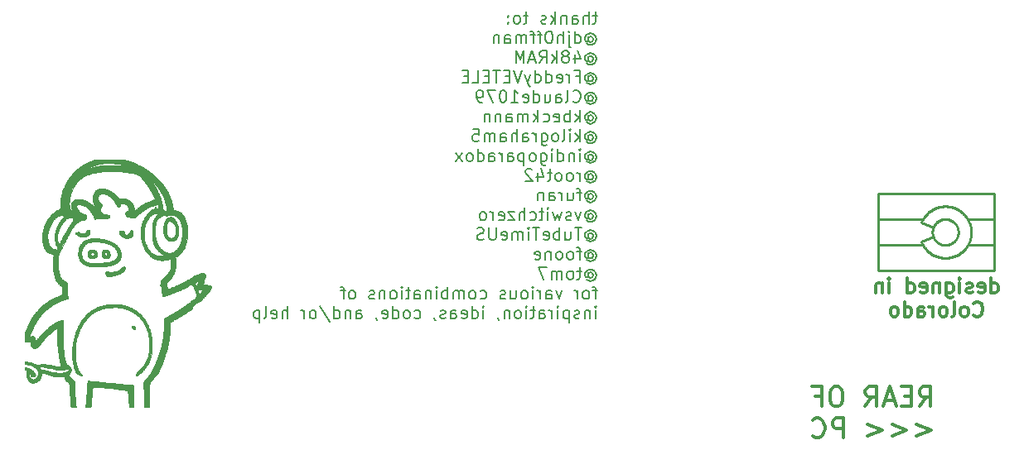
<source format=gbr>
G04 #@! TF.GenerationSoftware,KiCad,Pcbnew,7.0.5-0*
G04 #@! TF.CreationDate,2023-07-02T22:21:17-05:00*
G04 #@! TF.ProjectId,PicoGUS,5069636f-4755-4532-9e6b-696361645f70,rev?*
G04 #@! TF.SameCoordinates,Original*
G04 #@! TF.FileFunction,Legend,Bot*
G04 #@! TF.FilePolarity,Positive*
%FSLAX46Y46*%
G04 Gerber Fmt 4.6, Leading zero omitted, Abs format (unit mm)*
G04 Created by KiCad (PCBNEW 7.0.5-0) date 2023-07-02 22:21:17*
%MOMM*%
%LPD*%
G01*
G04 APERTURE LIST*
%ADD10C,0.291041*%
%ADD11C,0.014000*%
%ADD12C,0.150000*%
%ADD13C,0.330000*%
%ADD14C,0.300000*%
G04 APERTURE END LIST*
D10*
X211420456Y-104731007D02*
X211420456Y-104731007D01*
X213734198Y-101512615D02*
X213802238Y-101563734D01*
X211074176Y-104367509D02*
X211074176Y-104367509D01*
X213040879Y-102643385D02*
X213017783Y-102624316D01*
X214819897Y-103386694D02*
X214809468Y-103299229D01*
X211289897Y-104624902D02*
X211292094Y-104626999D01*
X212750351Y-104850923D02*
X212750351Y-104850923D01*
X211365098Y-104689533D02*
X211381827Y-104702359D01*
X211113808Y-102881628D02*
X211069771Y-102946786D01*
X210883876Y-103878924D02*
X210889644Y-103910158D01*
X214809653Y-104006898D02*
X214796456Y-104093182D01*
X213275304Y-102901380D02*
X213247596Y-102862433D01*
X210938174Y-103218975D02*
X210928299Y-103248295D01*
X211731327Y-102411767D02*
X211657439Y-102441534D01*
X210318080Y-101782711D02*
X210258170Y-101844464D01*
X213492479Y-103434726D02*
X213500320Y-103488513D01*
X213804917Y-105741685D02*
X213667049Y-105842132D01*
X212565156Y-104921606D02*
X212565156Y-104921606D01*
X211127317Y-104444285D02*
X211129150Y-104446646D01*
X212695351Y-104875404D02*
X212656431Y-104890756D01*
X209809046Y-102495127D02*
X209829281Y-102454605D01*
X213163831Y-102761293D02*
X213178947Y-102778085D01*
X211710009Y-104887662D02*
X211698732Y-104883228D01*
X212861113Y-102515611D02*
X212888016Y-102531864D01*
X213494668Y-103448296D02*
X213485884Y-103398396D01*
X213503726Y-103788925D02*
X213503726Y-103788925D01*
X211220994Y-102751117D02*
X211289329Y-102683044D01*
X212187642Y-106299576D02*
X212187642Y-106299576D01*
X211542542Y-104808484D02*
X211542542Y-104808484D01*
X211563814Y-104820337D02*
X211542542Y-104808484D01*
X212873402Y-102522464D02*
X212873402Y-102522464D01*
X211808626Y-104921229D02*
X211811484Y-104922083D01*
X209989106Y-102182606D02*
X210090398Y-102041634D01*
X210983020Y-104200206D02*
X210992222Y-104219508D01*
X209896813Y-102330826D02*
X209896813Y-102330826D01*
X214518653Y-104898401D02*
X214557632Y-104823329D01*
X214626912Y-102634593D02*
X214592445Y-102556643D01*
X213401980Y-104178524D02*
X213386972Y-104211703D01*
X210883580Y-103430275D02*
X210889260Y-103399270D01*
X212717146Y-104865945D02*
X212716048Y-104866434D01*
X214594253Y-104746915D02*
X214557632Y-104823329D01*
X213491980Y-103875066D02*
X213489823Y-103887585D01*
X213503726Y-103788925D02*
X213503726Y-103788925D01*
X214689477Y-104510112D02*
X214660224Y-104590258D01*
X214281291Y-102043930D02*
X214332248Y-102112094D01*
X212081848Y-104972426D02*
X212084309Y-104972664D01*
X212464932Y-104947264D02*
X212464932Y-104947264D01*
X211984521Y-104961135D02*
X212006105Y-104964045D01*
X211069771Y-102946786D02*
X211113808Y-102881628D01*
X212158518Y-104976104D02*
X212158518Y-104976104D01*
X211003929Y-104244075D02*
X211013831Y-104263025D01*
X213507212Y-103743139D02*
X213507212Y-103743139D01*
X211001217Y-104238617D02*
X211001217Y-104238617D01*
X212056349Y-104969972D02*
X212056349Y-104969972D01*
X212895951Y-102536923D02*
X212873402Y-102522464D01*
X211036969Y-104305603D02*
X211024963Y-104284331D01*
X213497610Y-103837262D02*
X213495879Y-103849905D01*
X212798419Y-102480554D02*
X212798419Y-102480554D01*
X213289097Y-104386312D02*
X213319079Y-104339228D01*
X214518653Y-104898401D02*
X214477366Y-104972082D01*
X214594253Y-104746915D02*
X214628466Y-104669208D01*
X214118889Y-105454647D02*
X214176010Y-105391493D01*
X210895661Y-103368522D02*
X210889260Y-103399270D01*
X213250993Y-102867409D02*
X213259209Y-102878647D01*
X213187962Y-104519093D02*
X213223483Y-104476301D01*
X210090398Y-102041634D02*
X210038657Y-102111194D01*
D11*
X127459298Y-111038521D02*
X127663128Y-111048525D01*
X127845254Y-111064200D01*
X127924624Y-111074147D01*
X127994303Y-111085490D01*
X128077429Y-111101765D01*
X128160870Y-111119965D01*
X128244362Y-111139988D01*
X128327640Y-111161733D01*
X128410441Y-111185099D01*
X128492500Y-111209984D01*
X128573553Y-111236287D01*
X128653337Y-111263906D01*
X128731587Y-111292741D01*
X128808039Y-111322691D01*
X128882429Y-111353653D01*
X128954493Y-111385527D01*
X129023968Y-111418211D01*
X129090588Y-111451604D01*
X129154090Y-111485604D01*
X129214209Y-111520111D01*
X129295431Y-111567532D01*
X129363919Y-111606850D01*
X129391146Y-111622096D01*
X129412498Y-111633667D01*
X129427078Y-111641013D01*
X129431549Y-111642929D01*
X129433990Y-111643583D01*
X129440756Y-111647129D01*
X129454893Y-111657252D01*
X129501668Y-111694130D01*
X129567079Y-111748023D01*
X129643893Y-111812740D01*
X129802786Y-111949871D01*
X129870397Y-112009899D01*
X129920471Y-112055979D01*
X129937496Y-112072639D01*
X129956663Y-112092482D01*
X129977335Y-112114755D01*
X129998875Y-112138707D01*
X130020647Y-112163585D01*
X130042013Y-112188636D01*
X130062338Y-112213109D01*
X130080984Y-112236251D01*
X130120340Y-112285138D01*
X130164327Y-112338424D01*
X130207388Y-112389395D01*
X130226835Y-112411914D01*
X130243967Y-112431336D01*
X130258394Y-112449691D01*
X130276268Y-112474460D01*
X130319941Y-112539258D01*
X130370155Y-112617774D01*
X130422076Y-112702049D01*
X130470872Y-112784124D01*
X130511710Y-112856042D01*
X130539756Y-112909844D01*
X130547473Y-112927465D01*
X130550179Y-112937573D01*
X130550549Y-112939473D01*
X130551636Y-112942362D01*
X130555812Y-112950884D01*
X130562420Y-112962705D01*
X130571169Y-112977391D01*
X130581770Y-112994509D01*
X130593934Y-113013623D01*
X130621792Y-113056105D01*
X130645189Y-113094351D01*
X130669830Y-113140056D01*
X130695455Y-113192461D01*
X130721804Y-113250805D01*
X130775631Y-113382274D01*
X130829225Y-113528386D01*
X130880505Y-113683064D01*
X130927386Y-113840231D01*
X130967785Y-113993809D01*
X130999617Y-114137722D01*
X131030201Y-114304077D01*
X131053984Y-114442969D01*
X131071805Y-114564208D01*
X131084504Y-114677604D01*
X131092921Y-114792969D01*
X131097893Y-114920112D01*
X131100261Y-115068843D01*
X131100864Y-115248973D01*
X131101168Y-115402493D01*
X131100054Y-115531183D01*
X131097262Y-115640080D01*
X131092530Y-115734218D01*
X131085600Y-115818632D01*
X131076209Y-115898359D01*
X131064098Y-115978433D01*
X131049007Y-116063890D01*
X131008878Y-116278731D01*
X130987270Y-116397263D01*
X130983428Y-116416348D01*
X130977605Y-116439861D01*
X130960878Y-116497739D01*
X130938827Y-116566034D01*
X130913187Y-116639886D01*
X130885695Y-116714433D01*
X130858087Y-116784812D01*
X130832100Y-116846162D01*
X130809470Y-116893621D01*
X130798290Y-116915726D01*
X130787168Y-116938960D01*
X130776393Y-116962598D01*
X130766255Y-116985918D01*
X130757043Y-117008197D01*
X130749047Y-117028709D01*
X130742555Y-117046734D01*
X130737858Y-117061545D01*
X130731535Y-117079467D01*
X130719573Y-117104674D01*
X130702756Y-117136001D01*
X130681870Y-117172284D01*
X130631029Y-117255059D01*
X130573330Y-117343679D01*
X130515052Y-117428826D01*
X130462475Y-117501183D01*
X130440286Y-117529653D01*
X130421878Y-117551430D01*
X130408036Y-117565351D01*
X130403071Y-117569001D01*
X130399543Y-117570250D01*
X130398349Y-117570337D01*
X130397087Y-117570593D01*
X130394367Y-117571601D01*
X130391409Y-117573246D01*
X130388237Y-117575498D01*
X130384877Y-117578329D01*
X130381354Y-117581710D01*
X130377694Y-117585612D01*
X130373922Y-117590006D01*
X130370063Y-117594863D01*
X130366142Y-117600154D01*
X130362185Y-117605850D01*
X130358218Y-117611922D01*
X130354265Y-117618341D01*
X130350351Y-117625079D01*
X130346503Y-117632106D01*
X130342746Y-117639394D01*
X130332762Y-117655595D01*
X130318789Y-117675240D01*
X130301177Y-117697952D01*
X130280276Y-117723355D01*
X130230014Y-117780732D01*
X130170810Y-117844358D01*
X130105471Y-117911226D01*
X130036804Y-117978326D01*
X129967617Y-118042647D01*
X129900715Y-118101180D01*
X129799159Y-118187303D01*
X129717976Y-118256756D01*
X129704334Y-118267949D01*
X129690335Y-118278358D01*
X129676081Y-118287949D01*
X129661680Y-118296691D01*
X129647235Y-118304549D01*
X129632852Y-118311493D01*
X129618635Y-118317488D01*
X129604690Y-118322504D01*
X129591121Y-118326506D01*
X129578033Y-118329464D01*
X129565530Y-118331343D01*
X129559532Y-118331868D01*
X129553719Y-118332111D01*
X129548106Y-118332069D01*
X129542704Y-118331737D01*
X129537527Y-118331111D01*
X129532589Y-118330187D01*
X129527903Y-118328961D01*
X129523480Y-118327429D01*
X129519336Y-118325586D01*
X129515482Y-118323430D01*
X129511705Y-118320787D01*
X129508243Y-118317508D01*
X129505093Y-118313622D01*
X129502252Y-118309159D01*
X129499716Y-118304147D01*
X129497483Y-118298617D01*
X129493912Y-118286119D01*
X129491514Y-118271899D01*
X129490261Y-118256192D01*
X129490130Y-118239233D01*
X129491096Y-118221258D01*
X129493132Y-118202501D01*
X129496213Y-118183198D01*
X129500314Y-118163584D01*
X129505411Y-118143894D01*
X129511476Y-118124364D01*
X129518486Y-118105227D01*
X129526415Y-118086720D01*
X129535237Y-118069077D01*
X129541249Y-118058523D01*
X129550806Y-118044609D01*
X129579687Y-118007611D01*
X129620144Y-117959905D01*
X129670439Y-117903316D01*
X129728838Y-117839665D01*
X129793603Y-117770777D01*
X129862998Y-117698474D01*
X129935287Y-117624579D01*
X130042404Y-117515098D01*
X130129177Y-117424283D01*
X130166101Y-117384401D01*
X130199339Y-117347417D01*
X130229358Y-117312740D01*
X130256623Y-117279782D01*
X130281603Y-117247952D01*
X130304763Y-117216661D01*
X130326570Y-117185320D01*
X130347491Y-117153338D01*
X130367992Y-117120127D01*
X130388541Y-117085096D01*
X130409603Y-117047656D01*
X130431645Y-117007217D01*
X130460907Y-116953222D01*
X130490719Y-116896131D01*
X130520242Y-116837708D01*
X130548635Y-116779720D01*
X130575061Y-116723931D01*
X130598680Y-116672106D01*
X130618652Y-116626011D01*
X130634139Y-116587411D01*
X130657040Y-116522993D01*
X130682140Y-116442948D01*
X130707934Y-116353180D01*
X130732918Y-116259592D01*
X130755587Y-116168087D01*
X130774436Y-116084570D01*
X130787960Y-116014943D01*
X130792255Y-115987183D01*
X130794655Y-115965110D01*
X130795209Y-115954823D01*
X130796777Y-115939298D01*
X130802371Y-115895658D01*
X130810281Y-115840443D01*
X130819348Y-115779903D01*
X130828473Y-115679789D01*
X130835399Y-115536933D01*
X130840010Y-115368089D01*
X130842190Y-115190014D01*
X130841824Y-115019463D01*
X130838795Y-114873192D01*
X130832988Y-114767956D01*
X130829007Y-114735962D01*
X130824287Y-114720510D01*
X130822353Y-114716910D01*
X130820270Y-114711733D01*
X130815760Y-114697052D01*
X130810961Y-114677277D01*
X130806075Y-114653219D01*
X130801305Y-114625689D01*
X130796853Y-114595496D01*
X130792922Y-114563451D01*
X130789714Y-114530364D01*
X130778457Y-114432657D01*
X130762165Y-114321464D01*
X130742052Y-114202979D01*
X130719335Y-114083394D01*
X130695230Y-113968902D01*
X130670950Y-113865697D01*
X130647712Y-113779971D01*
X130636864Y-113745597D01*
X130626732Y-113717916D01*
X130605047Y-113662817D01*
X130579195Y-113595679D01*
X130552417Y-113524837D01*
X130527954Y-113458625D01*
X130503800Y-113398085D01*
X130492099Y-113369421D01*
X130481034Y-113342869D01*
X130470896Y-113319212D01*
X130461973Y-113299230D01*
X130454555Y-113283705D01*
X130451501Y-113277857D01*
X130448931Y-113273417D01*
X130443872Y-113264918D01*
X130438089Y-113254510D01*
X130431785Y-113242597D01*
X130425163Y-113229584D01*
X130418425Y-113215877D01*
X130411774Y-113201880D01*
X130405412Y-113187999D01*
X130399543Y-113174639D01*
X130373418Y-113116442D01*
X130345890Y-113059342D01*
X130316828Y-113003160D01*
X130286103Y-112947720D01*
X130253583Y-112892844D01*
X130219138Y-112838355D01*
X130182639Y-112784076D01*
X130143955Y-112729830D01*
X130102956Y-112675439D01*
X130059512Y-112620726D01*
X130013492Y-112565514D01*
X129964767Y-112509625D01*
X129913205Y-112452883D01*
X129858677Y-112395110D01*
X129801053Y-112336128D01*
X129740202Y-112275761D01*
X129702750Y-112239795D01*
X129665153Y-112204725D01*
X129628425Y-112171451D01*
X129593578Y-112140867D01*
X129561625Y-112113872D01*
X129533578Y-112091363D01*
X129521336Y-112082071D01*
X129510451Y-112074236D01*
X129501049Y-112067972D01*
X129493257Y-112063389D01*
X129476506Y-112053776D01*
X129454633Y-112040199D01*
X129399109Y-112003813D01*
X129333862Y-111959557D01*
X129266067Y-111912754D01*
X129230622Y-111888802D01*
X129191791Y-111863751D01*
X129150819Y-111838352D01*
X129108949Y-111813358D01*
X129067427Y-111789522D01*
X129027496Y-111767595D01*
X128990402Y-111748332D01*
X128957387Y-111732483D01*
X128891638Y-111701152D01*
X128822185Y-111668896D01*
X128757363Y-111639417D01*
X128705504Y-111616420D01*
X128683843Y-111606277D01*
X128661864Y-111596394D01*
X128640174Y-111587032D01*
X128619382Y-111578452D01*
X128600094Y-111570913D01*
X128582919Y-111564677D01*
X128568464Y-111560003D01*
X128562447Y-111558334D01*
X128557338Y-111557154D01*
X128545868Y-111554520D01*
X128530405Y-111550439D01*
X128511585Y-111545086D01*
X128490045Y-111538633D01*
X128441350Y-111523122D01*
X128415470Y-111514411D01*
X128389415Y-111505295D01*
X128337315Y-111488029D01*
X128285621Y-111472730D01*
X128230107Y-111458588D01*
X128166547Y-111444794D01*
X128090718Y-111430536D01*
X127998394Y-111415005D01*
X127747359Y-111376882D01*
X127661310Y-111364473D01*
X127582177Y-111354928D01*
X127506227Y-111348103D01*
X127429727Y-111343854D01*
X127348944Y-111342036D01*
X127260145Y-111342504D01*
X127159597Y-111345113D01*
X127043567Y-111349719D01*
X126875993Y-111357861D01*
X126721614Y-111366697D01*
X126597332Y-111375070D01*
X126551758Y-111378722D01*
X126520046Y-111381823D01*
X126445953Y-111393095D01*
X126356060Y-111411340D01*
X126254475Y-111435431D01*
X126145308Y-111464240D01*
X126032668Y-111496637D01*
X125920665Y-111531494D01*
X125813409Y-111567682D01*
X125715007Y-111604073D01*
X125626223Y-111638644D01*
X125583610Y-111654773D01*
X125543689Y-111669512D01*
X125507588Y-111682399D01*
X125476436Y-111692972D01*
X125451360Y-111700766D01*
X125441454Y-111703477D01*
X125433490Y-111705319D01*
X125426203Y-111707227D01*
X125419175Y-111709236D01*
X125412437Y-111711332D01*
X125406018Y-111713500D01*
X125399945Y-111715726D01*
X125394249Y-111717995D01*
X125388958Y-111720293D01*
X125384101Y-111722606D01*
X125379707Y-111724919D01*
X125377693Y-111726071D01*
X125375805Y-111727217D01*
X125374048Y-111728356D01*
X125372424Y-111729486D01*
X125370938Y-111730605D01*
X125369593Y-111731712D01*
X125368393Y-111732804D01*
X125367341Y-111733880D01*
X125366441Y-111734938D01*
X125365696Y-111735976D01*
X125365111Y-111736992D01*
X125364688Y-111737984D01*
X125364432Y-111738952D01*
X125364345Y-111739892D01*
X125364224Y-111740897D01*
X125363862Y-111742055D01*
X125362445Y-111744807D01*
X125360146Y-111748102D01*
X125357014Y-111751892D01*
X125353102Y-111756131D01*
X125348458Y-111760771D01*
X125343135Y-111765766D01*
X125337182Y-111771069D01*
X125323590Y-111782408D01*
X125308089Y-111794412D01*
X125291083Y-111806706D01*
X125272977Y-111818913D01*
X125158167Y-111895259D01*
X125059678Y-111961563D01*
X124976932Y-112018201D01*
X124909351Y-112065549D01*
X124881065Y-112085858D01*
X124856354Y-112103985D01*
X124835144Y-112119978D01*
X124817364Y-112133883D01*
X124802940Y-112145749D01*
X124791801Y-112155621D01*
X124783875Y-112163547D01*
X124779088Y-112169575D01*
X124776355Y-112173609D01*
X124771925Y-112179163D01*
X124758367Y-112194424D01*
X124739195Y-112214546D01*
X124715190Y-112238719D01*
X124687134Y-112266134D01*
X124655808Y-112295980D01*
X124621993Y-112327446D01*
X124586471Y-112359723D01*
X124551768Y-112392823D01*
X124518600Y-112424969D01*
X124487804Y-112455437D01*
X124460220Y-112483503D01*
X124436688Y-112508443D01*
X124426704Y-112519516D01*
X124418047Y-112529535D01*
X124410822Y-112538411D01*
X124405135Y-112546054D01*
X124401090Y-112552373D01*
X124399717Y-112555008D01*
X124398793Y-112557278D01*
X124392966Y-112567122D01*
X124383204Y-112581394D01*
X124369970Y-112599427D01*
X124353725Y-112620557D01*
X124334935Y-112644118D01*
X124314060Y-112669444D01*
X124291565Y-112695870D01*
X124267912Y-112722730D01*
X124256463Y-112735681D01*
X124245306Y-112748549D01*
X124224118Y-112773701D01*
X124204840Y-112797523D01*
X124196071Y-112808726D01*
X124187964Y-112819347D01*
X124180580Y-112829303D01*
X124173982Y-112838510D01*
X124168230Y-112846884D01*
X124163385Y-112854344D01*
X124159511Y-112860805D01*
X124156667Y-112866185D01*
X124154915Y-112870399D01*
X124154468Y-112872044D01*
X124154318Y-112873366D01*
X124154289Y-112874755D01*
X124154204Y-112876142D01*
X124154063Y-112877526D01*
X124153869Y-112878904D01*
X124153623Y-112880274D01*
X124153325Y-112881636D01*
X124152977Y-112882987D01*
X124152582Y-112884325D01*
X124152139Y-112885649D01*
X124151650Y-112886956D01*
X124151117Y-112888245D01*
X124150541Y-112889515D01*
X124149924Y-112890763D01*
X124149266Y-112891987D01*
X124148570Y-112893186D01*
X124147836Y-112894357D01*
X124147065Y-112895500D01*
X124146260Y-112896612D01*
X124145422Y-112897691D01*
X124144551Y-112898736D01*
X124143650Y-112899745D01*
X124142719Y-112900716D01*
X124141760Y-112901647D01*
X124140775Y-112902537D01*
X124139764Y-112903383D01*
X124138729Y-112904184D01*
X124137672Y-112904938D01*
X124136593Y-112905643D01*
X124135494Y-112906297D01*
X124134377Y-112906899D01*
X124133243Y-112907446D01*
X124132093Y-112907938D01*
X124119303Y-112919534D01*
X124099228Y-112946528D01*
X124041418Y-113038858D01*
X123967055Y-113169213D01*
X123884531Y-113321879D01*
X123802239Y-113481144D01*
X123728570Y-113631293D01*
X123671918Y-113756613D01*
X123652595Y-113805051D01*
X123640673Y-113841390D01*
X123633429Y-113866359D01*
X123624854Y-113894367D01*
X123604867Y-113955909D01*
X123583027Y-114018841D01*
X123572137Y-114048586D01*
X123561651Y-114075986D01*
X123526220Y-114173356D01*
X123496751Y-114257645D01*
X123471796Y-114333831D01*
X123449909Y-114406891D01*
X123429642Y-114481804D01*
X123409549Y-114563547D01*
X123388182Y-114657096D01*
X123364096Y-114767430D01*
X123319337Y-114970851D01*
X123287543Y-115113154D01*
X123282710Y-115143857D01*
X123277588Y-115193487D01*
X123267170Y-115339107D01*
X123257678Y-115529177D01*
X123250502Y-115742861D01*
X123245770Y-115973480D01*
X123246450Y-116186243D01*
X123248846Y-116286209D01*
X123252628Y-116382047D01*
X123257807Y-116473871D01*
X123264392Y-116561791D01*
X123272395Y-116645920D01*
X123281828Y-116726371D01*
X123292700Y-116803254D01*
X123305022Y-116876683D01*
X123318806Y-116946770D01*
X123334062Y-117013627D01*
X123350801Y-117077365D01*
X123369035Y-117138097D01*
X123380726Y-117177145D01*
X123395890Y-117230083D01*
X123412443Y-117289504D01*
X123428301Y-117347999D01*
X123441814Y-117398712D01*
X123456300Y-117449609D01*
X123471574Y-117500238D01*
X123487452Y-117550147D01*
X123503750Y-117598885D01*
X123520283Y-117645998D01*
X123536867Y-117691035D01*
X123553317Y-117733543D01*
X123569449Y-117773070D01*
X123585077Y-117809165D01*
X123600019Y-117841374D01*
X123614089Y-117869246D01*
X123627102Y-117892329D01*
X123638875Y-117910170D01*
X123644238Y-117916984D01*
X123649222Y-117922317D01*
X123653804Y-117926115D01*
X123657960Y-117928319D01*
X123662322Y-117930105D01*
X123667042Y-117932650D01*
X123672073Y-117935905D01*
X123677368Y-117939817D01*
X123682880Y-117944338D01*
X123688562Y-117949416D01*
X123694368Y-117955000D01*
X123700249Y-117961040D01*
X123706159Y-117967485D01*
X123712051Y-117974284D01*
X123717878Y-117981387D01*
X123723593Y-117988744D01*
X123729148Y-117996303D01*
X123734498Y-118004014D01*
X123739594Y-118011827D01*
X123744390Y-118019690D01*
X123755995Y-118038085D01*
X123770088Y-118059432D01*
X123786149Y-118082978D01*
X123803657Y-118107972D01*
X123822091Y-118133660D01*
X123840930Y-118159290D01*
X123859653Y-118184109D01*
X123877740Y-118207366D01*
X123886358Y-118218383D01*
X123894592Y-118229172D01*
X123902407Y-118239678D01*
X123909766Y-118249849D01*
X123916633Y-118259628D01*
X123922971Y-118268963D01*
X123928746Y-118277798D01*
X123933920Y-118286080D01*
X123938457Y-118293754D01*
X123942322Y-118300766D01*
X123945477Y-118307062D01*
X123947888Y-118312587D01*
X123948802Y-118315044D01*
X123949517Y-118317288D01*
X123950027Y-118319312D01*
X123950328Y-118321110D01*
X123950416Y-118322674D01*
X123950286Y-118323998D01*
X123949933Y-118325075D01*
X123949354Y-118325899D01*
X123946770Y-118326747D01*
X123941878Y-118326541D01*
X123934802Y-118325330D01*
X123925663Y-118323160D01*
X123901692Y-118316133D01*
X123870949Y-118305836D01*
X123834419Y-118292644D01*
X123793085Y-118276935D01*
X123747931Y-118259085D01*
X123699940Y-118239469D01*
X123651723Y-118218812D01*
X123605908Y-118199688D01*
X123563508Y-118182474D01*
X123525536Y-118167547D01*
X123493004Y-118155282D01*
X123466925Y-118146055D01*
X123456622Y-118142699D01*
X123448313Y-118140244D01*
X123442123Y-118138736D01*
X123438179Y-118138223D01*
X123430424Y-118136737D01*
X123422003Y-118132354D01*
X123403342Y-118115347D01*
X123382546Y-118088103D01*
X123359967Y-118051522D01*
X123335956Y-118006506D01*
X123310863Y-117953955D01*
X123285039Y-117894770D01*
X123258836Y-117829851D01*
X123206693Y-117686416D01*
X123157241Y-117530855D01*
X123113288Y-117370374D01*
X123094251Y-117290541D01*
X123077641Y-117212180D01*
X123055106Y-117101364D01*
X123036316Y-117008335D01*
X123015905Y-116903501D01*
X123000099Y-116824049D01*
X122987621Y-116748504D01*
X122978096Y-116671049D01*
X122971145Y-116585868D01*
X122966395Y-116487143D01*
X122963467Y-116369058D01*
X122961576Y-116051542D01*
X122961986Y-115876988D01*
X122963467Y-115732559D01*
X122966395Y-115612033D01*
X122971145Y-115509189D01*
X122978096Y-115417805D01*
X122987621Y-115331659D01*
X123000099Y-115244529D01*
X123015905Y-115150194D01*
X123038747Y-115026181D01*
X123057885Y-114917448D01*
X123071467Y-114835571D01*
X123075595Y-114808321D01*
X123077641Y-114792125D01*
X123081769Y-114769939D01*
X123084108Y-114758049D01*
X123086592Y-114746131D01*
X123089192Y-114734561D01*
X123091878Y-114723714D01*
X123094622Y-114713967D01*
X123096007Y-114709623D01*
X123097396Y-114705696D01*
X123101278Y-114693618D01*
X123107158Y-114672974D01*
X123123634Y-114610620D01*
X123144277Y-114527893D01*
X123166540Y-114434055D01*
X123190945Y-114337028D01*
X123220559Y-114228744D01*
X123253877Y-114113919D01*
X123289395Y-113997272D01*
X123325607Y-113883518D01*
X123361009Y-113777376D01*
X123394096Y-113683561D01*
X123423363Y-113606792D01*
X123461094Y-113520535D01*
X123508520Y-113419114D01*
X123561444Y-113310748D01*
X123615670Y-113203655D01*
X123667003Y-113106054D01*
X123711246Y-113026163D01*
X123729397Y-112995428D01*
X123744202Y-112972202D01*
X123755137Y-112957513D01*
X123758989Y-112953691D01*
X123761676Y-112952389D01*
X123762827Y-112952353D01*
X123763961Y-112952247D01*
X123765078Y-112952073D01*
X123766176Y-112951834D01*
X123767255Y-112951532D01*
X123768312Y-112951168D01*
X123769347Y-112950746D01*
X123770358Y-112950267D01*
X123771343Y-112949733D01*
X123772302Y-112949148D01*
X123773233Y-112948513D01*
X123774134Y-112947831D01*
X123775005Y-112947104D01*
X123775844Y-112946333D01*
X123776649Y-112945522D01*
X123777419Y-112944672D01*
X123778153Y-112943786D01*
X123778850Y-112942867D01*
X123779507Y-112941915D01*
X123780125Y-112940934D01*
X123780701Y-112939926D01*
X123781233Y-112938894D01*
X123781722Y-112937838D01*
X123782165Y-112936762D01*
X123782561Y-112935669D01*
X123782908Y-112934559D01*
X123783206Y-112933436D01*
X123783453Y-112932301D01*
X123783647Y-112931157D01*
X123783787Y-112930007D01*
X123783873Y-112928852D01*
X123783901Y-112927695D01*
X123784398Y-112923340D01*
X123785852Y-112917739D01*
X123791406Y-112903150D01*
X123800114Y-112884618D01*
X123811528Y-112862834D01*
X123825199Y-112838488D01*
X123840679Y-112812273D01*
X123875271Y-112756994D01*
X123911714Y-112702526D01*
X123929509Y-112677324D01*
X123946422Y-112654396D01*
X123962003Y-112634435D01*
X123975804Y-112618130D01*
X123987377Y-112606174D01*
X123992188Y-112602043D01*
X123996274Y-112599257D01*
X123999917Y-112597236D01*
X124003431Y-112594897D01*
X124006800Y-112592269D01*
X124010010Y-112589380D01*
X124013046Y-112586259D01*
X124015894Y-112582936D01*
X124018540Y-112579440D01*
X124020968Y-112575798D01*
X124023165Y-112572041D01*
X124025116Y-112568197D01*
X124026806Y-112564295D01*
X124028222Y-112560365D01*
X124029348Y-112556434D01*
X124030171Y-112552532D01*
X124030675Y-112548688D01*
X124030846Y-112544930D01*
X124031273Y-112540832D01*
X124032524Y-112535988D01*
X124034557Y-112530464D01*
X124037328Y-112524325D01*
X124040794Y-112517637D01*
X124044910Y-112510464D01*
X124049634Y-112502871D01*
X124054923Y-112494924D01*
X124060732Y-112486687D01*
X124067019Y-112478226D01*
X124073740Y-112469606D01*
X124080852Y-112460892D01*
X124088311Y-112452149D01*
X124096074Y-112443442D01*
X124104097Y-112434836D01*
X124112338Y-112426396D01*
X124180411Y-112352965D01*
X124236967Y-112291311D01*
X124261161Y-112264602D01*
X124282758Y-112240480D01*
X124301852Y-112218825D01*
X124318536Y-112199517D01*
X124332905Y-112182438D01*
X124345054Y-112167467D01*
X124355075Y-112154486D01*
X124363063Y-112143376D01*
X124369113Y-112134016D01*
X124371440Y-112129955D01*
X124373317Y-112126287D01*
X124374757Y-112122997D01*
X124375771Y-112120071D01*
X124376371Y-112117492D01*
X124376568Y-112115247D01*
X124376704Y-112113996D01*
X124377109Y-112112565D01*
X124378700Y-112109184D01*
X124381289Y-112105160D01*
X124384825Y-112100546D01*
X124389259Y-112095397D01*
X124394539Y-112089766D01*
X124400615Y-112083709D01*
X124407436Y-112077279D01*
X124414952Y-112070531D01*
X124423111Y-112063519D01*
X124431864Y-112056297D01*
X124441159Y-112048919D01*
X124450947Y-112041440D01*
X124461175Y-112033914D01*
X124471795Y-112026395D01*
X124482754Y-112018938D01*
X124506088Y-112001349D01*
X124532837Y-111980547D01*
X124562017Y-111957256D01*
X124592644Y-111932200D01*
X124623734Y-111906102D01*
X124654303Y-111879686D01*
X124683367Y-111853675D01*
X124709943Y-111828792D01*
X124723179Y-111816709D01*
X124736890Y-111804590D01*
X124765313Y-111780561D01*
X124794372Y-111757342D01*
X124823229Y-111735570D01*
X124851044Y-111715882D01*
X124864298Y-111707019D01*
X124876978Y-111698915D01*
X124888977Y-111691650D01*
X124900191Y-111685304D01*
X124910516Y-111679956D01*
X124919846Y-111675687D01*
X124939046Y-111667077D01*
X124960939Y-111656355D01*
X124984741Y-111643955D01*
X125009672Y-111630310D01*
X125034950Y-111615855D01*
X125059794Y-111601024D01*
X125083422Y-111586251D01*
X125105054Y-111571969D01*
X125127356Y-111557239D01*
X125152900Y-111541178D01*
X125180758Y-111524307D01*
X125210006Y-111507146D01*
X125239716Y-111490217D01*
X125268964Y-111474040D01*
X125296822Y-111459137D01*
X125322365Y-111446028D01*
X125437503Y-111386452D01*
X125496345Y-111356781D01*
X125523147Y-111343696D01*
X125547084Y-111332434D01*
X125570766Y-111321027D01*
X125598557Y-111309243D01*
X125629474Y-111297402D01*
X125662531Y-111285822D01*
X125696747Y-111274821D01*
X125731136Y-111264716D01*
X125764714Y-111255828D01*
X125796498Y-111248473D01*
X125826817Y-111241899D01*
X125856151Y-111235238D01*
X125883749Y-111228635D01*
X125908858Y-111222235D01*
X125930726Y-111216182D01*
X125940210Y-111213331D01*
X125948601Y-111210620D01*
X125955805Y-111208069D01*
X125961729Y-111205696D01*
X125966279Y-111203517D01*
X125969360Y-111201552D01*
X125976546Y-111197181D01*
X125987031Y-111192393D01*
X126018131Y-111181527D01*
X126063121Y-111168866D01*
X126122465Y-111154324D01*
X126196625Y-111137815D01*
X126286066Y-111119251D01*
X126512637Y-111075612D01*
X126578410Y-111065251D01*
X126654394Y-111056387D01*
X126831311Y-111043123D01*
X127032016Y-111035763D01*
X127245136Y-111034248D01*
X127459298Y-111038521D01*
G36*
X127459298Y-111038521D02*
G01*
X127663128Y-111048525D01*
X127845254Y-111064200D01*
X127924624Y-111074147D01*
X127994303Y-111085490D01*
X128077429Y-111101765D01*
X128160870Y-111119965D01*
X128244362Y-111139988D01*
X128327640Y-111161733D01*
X128410441Y-111185099D01*
X128492500Y-111209984D01*
X128573553Y-111236287D01*
X128653337Y-111263906D01*
X128731587Y-111292741D01*
X128808039Y-111322691D01*
X128882429Y-111353653D01*
X128954493Y-111385527D01*
X129023968Y-111418211D01*
X129090588Y-111451604D01*
X129154090Y-111485604D01*
X129214209Y-111520111D01*
X129295431Y-111567532D01*
X129363919Y-111606850D01*
X129391146Y-111622096D01*
X129412498Y-111633667D01*
X129427078Y-111641013D01*
X129431549Y-111642929D01*
X129433990Y-111643583D01*
X129440756Y-111647129D01*
X129454893Y-111657252D01*
X129501668Y-111694130D01*
X129567079Y-111748023D01*
X129643893Y-111812740D01*
X129802786Y-111949871D01*
X129870397Y-112009899D01*
X129920471Y-112055979D01*
X129937496Y-112072639D01*
X129956663Y-112092482D01*
X129977335Y-112114755D01*
X129998875Y-112138707D01*
X130020647Y-112163585D01*
X130042013Y-112188636D01*
X130062338Y-112213109D01*
X130080984Y-112236251D01*
X130120340Y-112285138D01*
X130164327Y-112338424D01*
X130207388Y-112389395D01*
X130226835Y-112411914D01*
X130243967Y-112431336D01*
X130258394Y-112449691D01*
X130276268Y-112474460D01*
X130319941Y-112539258D01*
X130370155Y-112617774D01*
X130422076Y-112702049D01*
X130470872Y-112784124D01*
X130511710Y-112856042D01*
X130539756Y-112909844D01*
X130547473Y-112927465D01*
X130550179Y-112937573D01*
X130550549Y-112939473D01*
X130551636Y-112942362D01*
X130555812Y-112950884D01*
X130562420Y-112962705D01*
X130571169Y-112977391D01*
X130581770Y-112994509D01*
X130593934Y-113013623D01*
X130621792Y-113056105D01*
X130645189Y-113094351D01*
X130669830Y-113140056D01*
X130695455Y-113192461D01*
X130721804Y-113250805D01*
X130775631Y-113382274D01*
X130829225Y-113528386D01*
X130880505Y-113683064D01*
X130927386Y-113840231D01*
X130967785Y-113993809D01*
X130999617Y-114137722D01*
X131030201Y-114304077D01*
X131053984Y-114442969D01*
X131071805Y-114564208D01*
X131084504Y-114677604D01*
X131092921Y-114792969D01*
X131097893Y-114920112D01*
X131100261Y-115068843D01*
X131100864Y-115248973D01*
X131101168Y-115402493D01*
X131100054Y-115531183D01*
X131097262Y-115640080D01*
X131092530Y-115734218D01*
X131085600Y-115818632D01*
X131076209Y-115898359D01*
X131064098Y-115978433D01*
X131049007Y-116063890D01*
X131008878Y-116278731D01*
X130987270Y-116397263D01*
X130983428Y-116416348D01*
X130977605Y-116439861D01*
X130960878Y-116497739D01*
X130938827Y-116566034D01*
X130913187Y-116639886D01*
X130885695Y-116714433D01*
X130858087Y-116784812D01*
X130832100Y-116846162D01*
X130809470Y-116893621D01*
X130798290Y-116915726D01*
X130787168Y-116938960D01*
X130776393Y-116962598D01*
X130766255Y-116985918D01*
X130757043Y-117008197D01*
X130749047Y-117028709D01*
X130742555Y-117046734D01*
X130737858Y-117061545D01*
X130731535Y-117079467D01*
X130719573Y-117104674D01*
X130702756Y-117136001D01*
X130681870Y-117172284D01*
X130631029Y-117255059D01*
X130573330Y-117343679D01*
X130515052Y-117428826D01*
X130462475Y-117501183D01*
X130440286Y-117529653D01*
X130421878Y-117551430D01*
X130408036Y-117565351D01*
X130403071Y-117569001D01*
X130399543Y-117570250D01*
X130398349Y-117570337D01*
X130397087Y-117570593D01*
X130394367Y-117571601D01*
X130391409Y-117573246D01*
X130388237Y-117575498D01*
X130384877Y-117578329D01*
X130381354Y-117581710D01*
X130377694Y-117585612D01*
X130373922Y-117590006D01*
X130370063Y-117594863D01*
X130366142Y-117600154D01*
X130362185Y-117605850D01*
X130358218Y-117611922D01*
X130354265Y-117618341D01*
X130350351Y-117625079D01*
X130346503Y-117632106D01*
X130342746Y-117639394D01*
X130332762Y-117655595D01*
X130318789Y-117675240D01*
X130301177Y-117697952D01*
X130280276Y-117723355D01*
X130230014Y-117780732D01*
X130170810Y-117844358D01*
X130105471Y-117911226D01*
X130036804Y-117978326D01*
X129967617Y-118042647D01*
X129900715Y-118101180D01*
X129799159Y-118187303D01*
X129717976Y-118256756D01*
X129704334Y-118267949D01*
X129690335Y-118278358D01*
X129676081Y-118287949D01*
X129661680Y-118296691D01*
X129647235Y-118304549D01*
X129632852Y-118311493D01*
X129618635Y-118317488D01*
X129604690Y-118322504D01*
X129591121Y-118326506D01*
X129578033Y-118329464D01*
X129565530Y-118331343D01*
X129559532Y-118331868D01*
X129553719Y-118332111D01*
X129548106Y-118332069D01*
X129542704Y-118331737D01*
X129537527Y-118331111D01*
X129532589Y-118330187D01*
X129527903Y-118328961D01*
X129523480Y-118327429D01*
X129519336Y-118325586D01*
X129515482Y-118323430D01*
X129511705Y-118320787D01*
X129508243Y-118317508D01*
X129505093Y-118313622D01*
X129502252Y-118309159D01*
X129499716Y-118304147D01*
X129497483Y-118298617D01*
X129493912Y-118286119D01*
X129491514Y-118271899D01*
X129490261Y-118256192D01*
X129490130Y-118239233D01*
X129491096Y-118221258D01*
X129493132Y-118202501D01*
X129496213Y-118183198D01*
X129500314Y-118163584D01*
X129505411Y-118143894D01*
X129511476Y-118124364D01*
X129518486Y-118105227D01*
X129526415Y-118086720D01*
X129535237Y-118069077D01*
X129541249Y-118058523D01*
X129550806Y-118044609D01*
X129579687Y-118007611D01*
X129620144Y-117959905D01*
X129670439Y-117903316D01*
X129728838Y-117839665D01*
X129793603Y-117770777D01*
X129862998Y-117698474D01*
X129935287Y-117624579D01*
X130042404Y-117515098D01*
X130129177Y-117424283D01*
X130166101Y-117384401D01*
X130199339Y-117347417D01*
X130229358Y-117312740D01*
X130256623Y-117279782D01*
X130281603Y-117247952D01*
X130304763Y-117216661D01*
X130326570Y-117185320D01*
X130347491Y-117153338D01*
X130367992Y-117120127D01*
X130388541Y-117085096D01*
X130409603Y-117047656D01*
X130431645Y-117007217D01*
X130460907Y-116953222D01*
X130490719Y-116896131D01*
X130520242Y-116837708D01*
X130548635Y-116779720D01*
X130575061Y-116723931D01*
X130598680Y-116672106D01*
X130618652Y-116626011D01*
X130634139Y-116587411D01*
X130657040Y-116522993D01*
X130682140Y-116442948D01*
X130707934Y-116353180D01*
X130732918Y-116259592D01*
X130755587Y-116168087D01*
X130774436Y-116084570D01*
X130787960Y-116014943D01*
X130792255Y-115987183D01*
X130794655Y-115965110D01*
X130795209Y-115954823D01*
X130796777Y-115939298D01*
X130802371Y-115895658D01*
X130810281Y-115840443D01*
X130819348Y-115779903D01*
X130828473Y-115679789D01*
X130835399Y-115536933D01*
X130840010Y-115368089D01*
X130842190Y-115190014D01*
X130841824Y-115019463D01*
X130838795Y-114873192D01*
X130832988Y-114767956D01*
X130829007Y-114735962D01*
X130824287Y-114720510D01*
X130822353Y-114716910D01*
X130820270Y-114711733D01*
X130815760Y-114697052D01*
X130810961Y-114677277D01*
X130806075Y-114653219D01*
X130801305Y-114625689D01*
X130796853Y-114595496D01*
X130792922Y-114563451D01*
X130789714Y-114530364D01*
X130778457Y-114432657D01*
X130762165Y-114321464D01*
X130742052Y-114202979D01*
X130719335Y-114083394D01*
X130695230Y-113968902D01*
X130670950Y-113865697D01*
X130647712Y-113779971D01*
X130636864Y-113745597D01*
X130626732Y-113717916D01*
X130605047Y-113662817D01*
X130579195Y-113595679D01*
X130552417Y-113524837D01*
X130527954Y-113458625D01*
X130503800Y-113398085D01*
X130492099Y-113369421D01*
X130481034Y-113342869D01*
X130470896Y-113319212D01*
X130461973Y-113299230D01*
X130454555Y-113283705D01*
X130451501Y-113277857D01*
X130448931Y-113273417D01*
X130443872Y-113264918D01*
X130438089Y-113254510D01*
X130431785Y-113242597D01*
X130425163Y-113229584D01*
X130418425Y-113215877D01*
X130411774Y-113201880D01*
X130405412Y-113187999D01*
X130399543Y-113174639D01*
X130373418Y-113116442D01*
X130345890Y-113059342D01*
X130316828Y-113003160D01*
X130286103Y-112947720D01*
X130253583Y-112892844D01*
X130219138Y-112838355D01*
X130182639Y-112784076D01*
X130143955Y-112729830D01*
X130102956Y-112675439D01*
X130059512Y-112620726D01*
X130013492Y-112565514D01*
X129964767Y-112509625D01*
X129913205Y-112452883D01*
X129858677Y-112395110D01*
X129801053Y-112336128D01*
X129740202Y-112275761D01*
X129702750Y-112239795D01*
X129665153Y-112204725D01*
X129628425Y-112171451D01*
X129593578Y-112140867D01*
X129561625Y-112113872D01*
X129533578Y-112091363D01*
X129521336Y-112082071D01*
X129510451Y-112074236D01*
X129501049Y-112067972D01*
X129493257Y-112063389D01*
X129476506Y-112053776D01*
X129454633Y-112040199D01*
X129399109Y-112003813D01*
X129333862Y-111959557D01*
X129266067Y-111912754D01*
X129230622Y-111888802D01*
X129191791Y-111863751D01*
X129150819Y-111838352D01*
X129108949Y-111813358D01*
X129067427Y-111789522D01*
X129027496Y-111767595D01*
X128990402Y-111748332D01*
X128957387Y-111732483D01*
X128891638Y-111701152D01*
X128822185Y-111668896D01*
X128757363Y-111639417D01*
X128705504Y-111616420D01*
X128683843Y-111606277D01*
X128661864Y-111596394D01*
X128640174Y-111587032D01*
X128619382Y-111578452D01*
X128600094Y-111570913D01*
X128582919Y-111564677D01*
X128568464Y-111560003D01*
X128562447Y-111558334D01*
X128557338Y-111557154D01*
X128545868Y-111554520D01*
X128530405Y-111550439D01*
X128511585Y-111545086D01*
X128490045Y-111538633D01*
X128441350Y-111523122D01*
X128415470Y-111514411D01*
X128389415Y-111505295D01*
X128337315Y-111488029D01*
X128285621Y-111472730D01*
X128230107Y-111458588D01*
X128166547Y-111444794D01*
X128090718Y-111430536D01*
X127998394Y-111415005D01*
X127747359Y-111376882D01*
X127661310Y-111364473D01*
X127582177Y-111354928D01*
X127506227Y-111348103D01*
X127429727Y-111343854D01*
X127348944Y-111342036D01*
X127260145Y-111342504D01*
X127159597Y-111345113D01*
X127043567Y-111349719D01*
X126875993Y-111357861D01*
X126721614Y-111366697D01*
X126597332Y-111375070D01*
X126551758Y-111378722D01*
X126520046Y-111381823D01*
X126445953Y-111393095D01*
X126356060Y-111411340D01*
X126254475Y-111435431D01*
X126145308Y-111464240D01*
X126032668Y-111496637D01*
X125920665Y-111531494D01*
X125813409Y-111567682D01*
X125715007Y-111604073D01*
X125626223Y-111638644D01*
X125583610Y-111654773D01*
X125543689Y-111669512D01*
X125507588Y-111682399D01*
X125476436Y-111692972D01*
X125451360Y-111700766D01*
X125441454Y-111703477D01*
X125433490Y-111705319D01*
X125426203Y-111707227D01*
X125419175Y-111709236D01*
X125412437Y-111711332D01*
X125406018Y-111713500D01*
X125399945Y-111715726D01*
X125394249Y-111717995D01*
X125388958Y-111720293D01*
X125384101Y-111722606D01*
X125379707Y-111724919D01*
X125377693Y-111726071D01*
X125375805Y-111727217D01*
X125374048Y-111728356D01*
X125372424Y-111729486D01*
X125370938Y-111730605D01*
X125369593Y-111731712D01*
X125368393Y-111732804D01*
X125367341Y-111733880D01*
X125366441Y-111734938D01*
X125365696Y-111735976D01*
X125365111Y-111736992D01*
X125364688Y-111737984D01*
X125364432Y-111738952D01*
X125364345Y-111739892D01*
X125364224Y-111740897D01*
X125363862Y-111742055D01*
X125362445Y-111744807D01*
X125360146Y-111748102D01*
X125357014Y-111751892D01*
X125353102Y-111756131D01*
X125348458Y-111760771D01*
X125343135Y-111765766D01*
X125337182Y-111771069D01*
X125323590Y-111782408D01*
X125308089Y-111794412D01*
X125291083Y-111806706D01*
X125272977Y-111818913D01*
X125158167Y-111895259D01*
X125059678Y-111961563D01*
X124976932Y-112018201D01*
X124909351Y-112065549D01*
X124881065Y-112085858D01*
X124856354Y-112103985D01*
X124835144Y-112119978D01*
X124817364Y-112133883D01*
X124802940Y-112145749D01*
X124791801Y-112155621D01*
X124783875Y-112163547D01*
X124779088Y-112169575D01*
X124776355Y-112173609D01*
X124771925Y-112179163D01*
X124758367Y-112194424D01*
X124739195Y-112214546D01*
X124715190Y-112238719D01*
X124687134Y-112266134D01*
X124655808Y-112295980D01*
X124621993Y-112327446D01*
X124586471Y-112359723D01*
X124551768Y-112392823D01*
X124518600Y-112424969D01*
X124487804Y-112455437D01*
X124460220Y-112483503D01*
X124436688Y-112508443D01*
X124426704Y-112519516D01*
X124418047Y-112529535D01*
X124410822Y-112538411D01*
X124405135Y-112546054D01*
X124401090Y-112552373D01*
X124399717Y-112555008D01*
X124398793Y-112557278D01*
X124392966Y-112567122D01*
X124383204Y-112581394D01*
X124369970Y-112599427D01*
X124353725Y-112620557D01*
X124334935Y-112644118D01*
X124314060Y-112669444D01*
X124291565Y-112695870D01*
X124267912Y-112722730D01*
X124256463Y-112735681D01*
X124245306Y-112748549D01*
X124224118Y-112773701D01*
X124204840Y-112797523D01*
X124196071Y-112808726D01*
X124187964Y-112819347D01*
X124180580Y-112829303D01*
X124173982Y-112838510D01*
X124168230Y-112846884D01*
X124163385Y-112854344D01*
X124159511Y-112860805D01*
X124156667Y-112866185D01*
X124154915Y-112870399D01*
X124154468Y-112872044D01*
X124154318Y-112873366D01*
X124154289Y-112874755D01*
X124154204Y-112876142D01*
X124154063Y-112877526D01*
X124153869Y-112878904D01*
X124153623Y-112880274D01*
X124153325Y-112881636D01*
X124152977Y-112882987D01*
X124152582Y-112884325D01*
X124152139Y-112885649D01*
X124151650Y-112886956D01*
X124151117Y-112888245D01*
X124150541Y-112889515D01*
X124149924Y-112890763D01*
X124149266Y-112891987D01*
X124148570Y-112893186D01*
X124147836Y-112894357D01*
X124147065Y-112895500D01*
X124146260Y-112896612D01*
X124145422Y-112897691D01*
X124144551Y-112898736D01*
X124143650Y-112899745D01*
X124142719Y-112900716D01*
X124141760Y-112901647D01*
X124140775Y-112902537D01*
X124139764Y-112903383D01*
X124138729Y-112904184D01*
X124137672Y-112904938D01*
X124136593Y-112905643D01*
X124135494Y-112906297D01*
X124134377Y-112906899D01*
X124133243Y-112907446D01*
X124132093Y-112907938D01*
X124119303Y-112919534D01*
X124099228Y-112946528D01*
X124041418Y-113038858D01*
X123967055Y-113169213D01*
X123884531Y-113321879D01*
X123802239Y-113481144D01*
X123728570Y-113631293D01*
X123671918Y-113756613D01*
X123652595Y-113805051D01*
X123640673Y-113841390D01*
X123633429Y-113866359D01*
X123624854Y-113894367D01*
X123604867Y-113955909D01*
X123583027Y-114018841D01*
X123572137Y-114048586D01*
X123561651Y-114075986D01*
X123526220Y-114173356D01*
X123496751Y-114257645D01*
X123471796Y-114333831D01*
X123449909Y-114406891D01*
X123429642Y-114481804D01*
X123409549Y-114563547D01*
X123388182Y-114657096D01*
X123364096Y-114767430D01*
X123319337Y-114970851D01*
X123287543Y-115113154D01*
X123282710Y-115143857D01*
X123277588Y-115193487D01*
X123267170Y-115339107D01*
X123257678Y-115529177D01*
X123250502Y-115742861D01*
X123245770Y-115973480D01*
X123246450Y-116186243D01*
X123248846Y-116286209D01*
X123252628Y-116382047D01*
X123257807Y-116473871D01*
X123264392Y-116561791D01*
X123272395Y-116645920D01*
X123281828Y-116726371D01*
X123292700Y-116803254D01*
X123305022Y-116876683D01*
X123318806Y-116946770D01*
X123334062Y-117013627D01*
X123350801Y-117077365D01*
X123369035Y-117138097D01*
X123380726Y-117177145D01*
X123395890Y-117230083D01*
X123412443Y-117289504D01*
X123428301Y-117347999D01*
X123441814Y-117398712D01*
X123456300Y-117449609D01*
X123471574Y-117500238D01*
X123487452Y-117550147D01*
X123503750Y-117598885D01*
X123520283Y-117645998D01*
X123536867Y-117691035D01*
X123553317Y-117733543D01*
X123569449Y-117773070D01*
X123585077Y-117809165D01*
X123600019Y-117841374D01*
X123614089Y-117869246D01*
X123627102Y-117892329D01*
X123638875Y-117910170D01*
X123644238Y-117916984D01*
X123649222Y-117922317D01*
X123653804Y-117926115D01*
X123657960Y-117928319D01*
X123662322Y-117930105D01*
X123667042Y-117932650D01*
X123672073Y-117935905D01*
X123677368Y-117939817D01*
X123682880Y-117944338D01*
X123688562Y-117949416D01*
X123694368Y-117955000D01*
X123700249Y-117961040D01*
X123706159Y-117967485D01*
X123712051Y-117974284D01*
X123717878Y-117981387D01*
X123723593Y-117988744D01*
X123729148Y-117996303D01*
X123734498Y-118004014D01*
X123739594Y-118011827D01*
X123744390Y-118019690D01*
X123755995Y-118038085D01*
X123770088Y-118059432D01*
X123786149Y-118082978D01*
X123803657Y-118107972D01*
X123822091Y-118133660D01*
X123840930Y-118159290D01*
X123859653Y-118184109D01*
X123877740Y-118207366D01*
X123886358Y-118218383D01*
X123894592Y-118229172D01*
X123902407Y-118239678D01*
X123909766Y-118249849D01*
X123916633Y-118259628D01*
X123922971Y-118268963D01*
X123928746Y-118277798D01*
X123933920Y-118286080D01*
X123938457Y-118293754D01*
X123942322Y-118300766D01*
X123945477Y-118307062D01*
X123947888Y-118312587D01*
X123948802Y-118315044D01*
X123949517Y-118317288D01*
X123950027Y-118319312D01*
X123950328Y-118321110D01*
X123950416Y-118322674D01*
X123950286Y-118323998D01*
X123949933Y-118325075D01*
X123949354Y-118325899D01*
X123946770Y-118326747D01*
X123941878Y-118326541D01*
X123934802Y-118325330D01*
X123925663Y-118323160D01*
X123901692Y-118316133D01*
X123870949Y-118305836D01*
X123834419Y-118292644D01*
X123793085Y-118276935D01*
X123747931Y-118259085D01*
X123699940Y-118239469D01*
X123651723Y-118218812D01*
X123605908Y-118199688D01*
X123563508Y-118182474D01*
X123525536Y-118167547D01*
X123493004Y-118155282D01*
X123466925Y-118146055D01*
X123456622Y-118142699D01*
X123448313Y-118140244D01*
X123442123Y-118138736D01*
X123438179Y-118138223D01*
X123430424Y-118136737D01*
X123422003Y-118132354D01*
X123403342Y-118115347D01*
X123382546Y-118088103D01*
X123359967Y-118051522D01*
X123335956Y-118006506D01*
X123310863Y-117953955D01*
X123285039Y-117894770D01*
X123258836Y-117829851D01*
X123206693Y-117686416D01*
X123157241Y-117530855D01*
X123113288Y-117370374D01*
X123094251Y-117290541D01*
X123077641Y-117212180D01*
X123055106Y-117101364D01*
X123036316Y-117008335D01*
X123015905Y-116903501D01*
X123000099Y-116824049D01*
X122987621Y-116748504D01*
X122978096Y-116671049D01*
X122971145Y-116585868D01*
X122966395Y-116487143D01*
X122963467Y-116369058D01*
X122961576Y-116051542D01*
X122961986Y-115876988D01*
X122963467Y-115732559D01*
X122966395Y-115612033D01*
X122971145Y-115509189D01*
X122978096Y-115417805D01*
X122987621Y-115331659D01*
X123000099Y-115244529D01*
X123015905Y-115150194D01*
X123038747Y-115026181D01*
X123057885Y-114917448D01*
X123071467Y-114835571D01*
X123075595Y-114808321D01*
X123077641Y-114792125D01*
X123081769Y-114769939D01*
X123084108Y-114758049D01*
X123086592Y-114746131D01*
X123089192Y-114734561D01*
X123091878Y-114723714D01*
X123094622Y-114713967D01*
X123096007Y-114709623D01*
X123097396Y-114705696D01*
X123101278Y-114693618D01*
X123107158Y-114672974D01*
X123123634Y-114610620D01*
X123144277Y-114527893D01*
X123166540Y-114434055D01*
X123190945Y-114337028D01*
X123220559Y-114228744D01*
X123253877Y-114113919D01*
X123289395Y-113997272D01*
X123325607Y-113883518D01*
X123361009Y-113777376D01*
X123394096Y-113683561D01*
X123423363Y-113606792D01*
X123461094Y-113520535D01*
X123508520Y-113419114D01*
X123561444Y-113310748D01*
X123615670Y-113203655D01*
X123667003Y-113106054D01*
X123711246Y-113026163D01*
X123729397Y-112995428D01*
X123744202Y-112972202D01*
X123755137Y-112957513D01*
X123758989Y-112953691D01*
X123761676Y-112952389D01*
X123762827Y-112952353D01*
X123763961Y-112952247D01*
X123765078Y-112952073D01*
X123766176Y-112951834D01*
X123767255Y-112951532D01*
X123768312Y-112951168D01*
X123769347Y-112950746D01*
X123770358Y-112950267D01*
X123771343Y-112949733D01*
X123772302Y-112949148D01*
X123773233Y-112948513D01*
X123774134Y-112947831D01*
X123775005Y-112947104D01*
X123775844Y-112946333D01*
X123776649Y-112945522D01*
X123777419Y-112944672D01*
X123778153Y-112943786D01*
X123778850Y-112942867D01*
X123779507Y-112941915D01*
X123780125Y-112940934D01*
X123780701Y-112939926D01*
X123781233Y-112938894D01*
X123781722Y-112937838D01*
X123782165Y-112936762D01*
X123782561Y-112935669D01*
X123782908Y-112934559D01*
X123783206Y-112933436D01*
X123783453Y-112932301D01*
X123783647Y-112931157D01*
X123783787Y-112930007D01*
X123783873Y-112928852D01*
X123783901Y-112927695D01*
X123784398Y-112923340D01*
X123785852Y-112917739D01*
X123791406Y-112903150D01*
X123800114Y-112884618D01*
X123811528Y-112862834D01*
X123825199Y-112838488D01*
X123840679Y-112812273D01*
X123875271Y-112756994D01*
X123911714Y-112702526D01*
X123929509Y-112677324D01*
X123946422Y-112654396D01*
X123962003Y-112634435D01*
X123975804Y-112618130D01*
X123987377Y-112606174D01*
X123992188Y-112602043D01*
X123996274Y-112599257D01*
X123999917Y-112597236D01*
X124003431Y-112594897D01*
X124006800Y-112592269D01*
X124010010Y-112589380D01*
X124013046Y-112586259D01*
X124015894Y-112582936D01*
X124018540Y-112579440D01*
X124020968Y-112575798D01*
X124023165Y-112572041D01*
X124025116Y-112568197D01*
X124026806Y-112564295D01*
X124028222Y-112560365D01*
X124029348Y-112556434D01*
X124030171Y-112552532D01*
X124030675Y-112548688D01*
X124030846Y-112544930D01*
X124031273Y-112540832D01*
X124032524Y-112535988D01*
X124034557Y-112530464D01*
X124037328Y-112524325D01*
X124040794Y-112517637D01*
X124044910Y-112510464D01*
X124049634Y-112502871D01*
X124054923Y-112494924D01*
X124060732Y-112486687D01*
X124067019Y-112478226D01*
X124073740Y-112469606D01*
X124080852Y-112460892D01*
X124088311Y-112452149D01*
X124096074Y-112443442D01*
X124104097Y-112434836D01*
X124112338Y-112426396D01*
X124180411Y-112352965D01*
X124236967Y-112291311D01*
X124261161Y-112264602D01*
X124282758Y-112240480D01*
X124301852Y-112218825D01*
X124318536Y-112199517D01*
X124332905Y-112182438D01*
X124345054Y-112167467D01*
X124355075Y-112154486D01*
X124363063Y-112143376D01*
X124369113Y-112134016D01*
X124371440Y-112129955D01*
X124373317Y-112126287D01*
X124374757Y-112122997D01*
X124375771Y-112120071D01*
X124376371Y-112117492D01*
X124376568Y-112115247D01*
X124376704Y-112113996D01*
X124377109Y-112112565D01*
X124378700Y-112109184D01*
X124381289Y-112105160D01*
X124384825Y-112100546D01*
X124389259Y-112095397D01*
X124394539Y-112089766D01*
X124400615Y-112083709D01*
X124407436Y-112077279D01*
X124414952Y-112070531D01*
X124423111Y-112063519D01*
X124431864Y-112056297D01*
X124441159Y-112048919D01*
X124450947Y-112041440D01*
X124461175Y-112033914D01*
X124471795Y-112026395D01*
X124482754Y-112018938D01*
X124506088Y-112001349D01*
X124532837Y-111980547D01*
X124562017Y-111957256D01*
X124592644Y-111932200D01*
X124623734Y-111906102D01*
X124654303Y-111879686D01*
X124683367Y-111853675D01*
X124709943Y-111828792D01*
X124723179Y-111816709D01*
X124736890Y-111804590D01*
X124765313Y-111780561D01*
X124794372Y-111757342D01*
X124823229Y-111735570D01*
X124851044Y-111715882D01*
X124864298Y-111707019D01*
X124876978Y-111698915D01*
X124888977Y-111691650D01*
X124900191Y-111685304D01*
X124910516Y-111679956D01*
X124919846Y-111675687D01*
X124939046Y-111667077D01*
X124960939Y-111656355D01*
X124984741Y-111643955D01*
X125009672Y-111630310D01*
X125034950Y-111615855D01*
X125059794Y-111601024D01*
X125083422Y-111586251D01*
X125105054Y-111571969D01*
X125127356Y-111557239D01*
X125152900Y-111541178D01*
X125180758Y-111524307D01*
X125210006Y-111507146D01*
X125239716Y-111490217D01*
X125268964Y-111474040D01*
X125296822Y-111459137D01*
X125322365Y-111446028D01*
X125437503Y-111386452D01*
X125496345Y-111356781D01*
X125523147Y-111343696D01*
X125547084Y-111332434D01*
X125570766Y-111321027D01*
X125598557Y-111309243D01*
X125629474Y-111297402D01*
X125662531Y-111285822D01*
X125696747Y-111274821D01*
X125731136Y-111264716D01*
X125764714Y-111255828D01*
X125796498Y-111248473D01*
X125826817Y-111241899D01*
X125856151Y-111235238D01*
X125883749Y-111228635D01*
X125908858Y-111222235D01*
X125930726Y-111216182D01*
X125940210Y-111213331D01*
X125948601Y-111210620D01*
X125955805Y-111208069D01*
X125961729Y-111205696D01*
X125966279Y-111203517D01*
X125969360Y-111201552D01*
X125976546Y-111197181D01*
X125987031Y-111192393D01*
X126018131Y-111181527D01*
X126063121Y-111168866D01*
X126122465Y-111154324D01*
X126196625Y-111137815D01*
X126286066Y-111119251D01*
X126512637Y-111075612D01*
X126578410Y-111065251D01*
X126654394Y-111056387D01*
X126831311Y-111043123D01*
X127032016Y-111035763D01*
X127245136Y-111034248D01*
X127459298Y-111038521D01*
G37*
D10*
X212356029Y-102341466D02*
X212339451Y-102339464D01*
X211002613Y-104241316D02*
X210992222Y-104219508D01*
X214592445Y-102556643D02*
X214555554Y-102479999D01*
X211219710Y-104554993D02*
X211219710Y-104554993D01*
X211521884Y-102510572D02*
X211607610Y-102464638D01*
X211102659Y-104410133D02*
X211102659Y-104410133D01*
X212456945Y-101021718D02*
X212545131Y-101032322D01*
X209734888Y-102661555D02*
X209752399Y-102619312D01*
X214827454Y-103831827D02*
X214820002Y-103919764D01*
X210961384Y-103157695D02*
X210961384Y-103157695D01*
X214474700Y-104976659D02*
X214474700Y-104976659D01*
X211272653Y-104608432D02*
X211272653Y-104608432D01*
X214796456Y-104093182D02*
X214780461Y-104178565D01*
X212078647Y-104972228D02*
X212081848Y-104972426D01*
X211381827Y-104702359D02*
X211362770Y-104687609D01*
X211075783Y-104370109D02*
X211075783Y-104370109D01*
X211174281Y-104503273D02*
X211174281Y-104503273D01*
X209989106Y-105124880D02*
X210090398Y-105265852D01*
X210959923Y-103161287D02*
X210959923Y-103161287D01*
X211400890Y-104716971D02*
X211400890Y-104716971D01*
X210972173Y-104175097D02*
X210972173Y-104175097D01*
X212056349Y-104969972D02*
X212078647Y-104972228D01*
X211267445Y-102703783D02*
X211325309Y-102650901D01*
X212098651Y-101009408D02*
X212010189Y-101013876D01*
X213208312Y-102812447D02*
X213242668Y-102856256D01*
X210902774Y-103338041D02*
X210910590Y-103307837D01*
X211189594Y-104521450D02*
X211160583Y-104487008D01*
X212187642Y-101007910D02*
X212098651Y-101009408D01*
X217214725Y-102330826D02*
X217214725Y-104976659D01*
X212830030Y-104809972D02*
X212830030Y-104809972D01*
X209896813Y-102330826D02*
X209896813Y-102330826D01*
X212940368Y-104741497D02*
X212985457Y-104708798D01*
X210870951Y-103524744D02*
X210874417Y-103493021D01*
X211932127Y-104951901D02*
X211932127Y-104951901D01*
X211604196Y-104841173D02*
X211604196Y-104841173D01*
X211500843Y-104784102D02*
X211480338Y-104771548D01*
X214557632Y-104823329D02*
X214518653Y-104898401D01*
X211480338Y-104771548D02*
X211460137Y-104758265D01*
X213148427Y-102744770D02*
X213163831Y-102761293D01*
X210865119Y-103621195D02*
X210864725Y-103653743D01*
X211047644Y-102982990D02*
X211099859Y-102901382D01*
X212078647Y-104972228D02*
X212078647Y-104972228D01*
X211663846Y-106247046D02*
X211579080Y-106228401D01*
X211577902Y-101079364D02*
X211493864Y-101100812D01*
X213071216Y-104637991D02*
X213111772Y-104599994D01*
X211607610Y-102464638D02*
X211696952Y-102424969D01*
X211566453Y-104821812D02*
X211585186Y-104831363D01*
X212135876Y-102331825D02*
X212135876Y-102331825D01*
X213319079Y-104339228D02*
X213347102Y-104290824D01*
X213372528Y-106016134D02*
X213216697Y-106088865D01*
X211127317Y-104444285D02*
X211127317Y-104444285D01*
X211221780Y-104557143D02*
X211205813Y-104539515D01*
X214739557Y-102958453D02*
X214715279Y-102875778D01*
X210992222Y-104219508D02*
X210992222Y-104219508D01*
X211061595Y-104347216D02*
X211061595Y-104347216D01*
X212187642Y-104976659D02*
X212187642Y-104976659D01*
X209896813Y-102330826D02*
X209989106Y-102182606D01*
X213418865Y-104138258D02*
X213438497Y-104085137D01*
X213424979Y-104121718D02*
X213424979Y-104121718D01*
X211156792Y-104482319D02*
X211156792Y-104482319D01*
X214658906Y-102713798D02*
X214626912Y-102634593D01*
X211050344Y-104329058D02*
X211061595Y-104347216D01*
X212034481Y-104967869D02*
X212034481Y-104967869D01*
X210866293Y-103588840D02*
X210868240Y-103556686D01*
X211221780Y-104557143D02*
X211223825Y-104559391D01*
X211113808Y-102881628D02*
X211069771Y-102946786D01*
X210866318Y-103719153D02*
X210868296Y-103751555D01*
X210874417Y-103493021D02*
X210878630Y-103461529D01*
X213933185Y-101672217D02*
X213995990Y-101729477D01*
X212255673Y-102332546D02*
X212255673Y-102332546D01*
X210446332Y-105644535D02*
X210382739Y-105587129D01*
X211257347Y-104593807D02*
X211257347Y-104593807D01*
X211323453Y-104654986D02*
X211325755Y-104656904D01*
X211024963Y-104284331D02*
X211026379Y-104287036D01*
X211738730Y-104898416D02*
X211738730Y-104898416D01*
X213134169Y-104577185D02*
X213134169Y-104577185D01*
X214715279Y-102875778D02*
X214739557Y-102958453D01*
X211328681Y-101151739D02*
X211493864Y-101100812D01*
X210261086Y-105466101D02*
X210203144Y-105402558D01*
X214176010Y-105391493D02*
X214059809Y-105515954D01*
X213395622Y-103114187D02*
X213374665Y-103069702D01*
X211932127Y-104951901D02*
X211935163Y-104952549D01*
X213352118Y-103026141D02*
X213328017Y-102983542D01*
X213088806Y-104621509D02*
X213088806Y-104621509D01*
X211628749Y-104852715D02*
X211606967Y-104842476D01*
X210928299Y-103248295D02*
X210919102Y-103277918D01*
X212364322Y-102342541D02*
X212388996Y-102346079D01*
X210715232Y-105850815D02*
X210860553Y-105941593D01*
X211791084Y-104916090D02*
X211811484Y-104922083D01*
X211662826Y-101060646D02*
X211577902Y-101079364D01*
X211859115Y-104935232D02*
X211880388Y-104940729D01*
X211440095Y-104744964D02*
X211442556Y-104746717D01*
X211885311Y-102365594D02*
X211983741Y-102346473D01*
X211880388Y-104940729D02*
X211880388Y-104940729D01*
X213593243Y-101416874D02*
X213664517Y-101463644D01*
X211267445Y-102703783D02*
X211212803Y-102759970D01*
X211790185Y-104915792D02*
X211789636Y-104915627D01*
X211563814Y-104820337D02*
X211563814Y-104820337D01*
X211516653Y-102513645D02*
X211585828Y-102475545D01*
X212187642Y-102330826D02*
X212135876Y-102331825D01*
X212525310Y-104932930D02*
X212525310Y-104932930D01*
X214555554Y-102479999D02*
X214516289Y-102404710D01*
X212934898Y-104745036D02*
X212932794Y-104746518D01*
X211161538Y-102819304D02*
X211113808Y-102881628D01*
X214477366Y-104972082D02*
X214518653Y-104898401D01*
X211386236Y-102601479D02*
X211325309Y-102650901D01*
X210981803Y-104197395D02*
X210982776Y-104199651D01*
X212991341Y-104703960D02*
X212977370Y-104714662D01*
X211130942Y-104449113D02*
X211144059Y-104465888D01*
X212710743Y-102438526D02*
X212661281Y-102418321D01*
X211604196Y-104841173D02*
X211606967Y-104842476D01*
X213438497Y-104085137D02*
X213455891Y-104030977D01*
X213510559Y-103653743D02*
X213509547Y-103601579D01*
X213510559Y-103653743D02*
X213510365Y-103676258D01*
X211579080Y-106228401D02*
X211495194Y-106207036D01*
X212099749Y-102333719D02*
X212081782Y-102335032D01*
D11*
X125992421Y-100930570D02*
X125992754Y-100930636D01*
X125993088Y-100930735D01*
X125993426Y-100930867D01*
X125993765Y-100931033D01*
X125994448Y-100931466D01*
X125995137Y-100932038D01*
X125995829Y-100932749D01*
X125996523Y-100933604D01*
X125997853Y-100935161D01*
X125999060Y-100937038D01*
X126000137Y-100939203D01*
X126001076Y-100941629D01*
X126001871Y-100944287D01*
X126002514Y-100947147D01*
X126002997Y-100950181D01*
X126003314Y-100953359D01*
X126003458Y-100956654D01*
X126003420Y-100960035D01*
X126003195Y-100963474D01*
X126002774Y-100966942D01*
X126002151Y-100970409D01*
X126001318Y-100973848D01*
X126000267Y-100977229D01*
X125998993Y-100980524D01*
X125997606Y-100983911D01*
X125996229Y-100986673D01*
X125995548Y-100987823D01*
X125994874Y-100988820D01*
X125994209Y-100989666D01*
X125993552Y-100990363D01*
X125992907Y-100990911D01*
X125992273Y-100991312D01*
X125991654Y-100991568D01*
X125991049Y-100991680D01*
X125990461Y-100991648D01*
X125989890Y-100991475D01*
X125989338Y-100991162D01*
X125988806Y-100990710D01*
X125988296Y-100990121D01*
X125987810Y-100989395D01*
X125987347Y-100988535D01*
X125986911Y-100987541D01*
X125986120Y-100985159D01*
X125985449Y-100982260D01*
X125984908Y-100978854D01*
X125984509Y-100974953D01*
X125984261Y-100970566D01*
X125984176Y-100965706D01*
X125983973Y-100963196D01*
X125983826Y-100960761D01*
X125983734Y-100958402D01*
X125983694Y-100956123D01*
X125983704Y-100953925D01*
X125983764Y-100951810D01*
X125983870Y-100949782D01*
X125984022Y-100947842D01*
X125984217Y-100945992D01*
X125984453Y-100944234D01*
X125984730Y-100942572D01*
X125985044Y-100941007D01*
X125985395Y-100939542D01*
X125985780Y-100938178D01*
X125986197Y-100936918D01*
X125986646Y-100935764D01*
X125987123Y-100934719D01*
X125987627Y-100933785D01*
X125988157Y-100932964D01*
X125988710Y-100932258D01*
X125989285Y-100931669D01*
X125989880Y-100931201D01*
X125990492Y-100930854D01*
X125990805Y-100930728D01*
X125991122Y-100930632D01*
X125991442Y-100930569D01*
X125991765Y-100930537D01*
X125992092Y-100930537D01*
X125992421Y-100930570D01*
G36*
X125992421Y-100930570D02*
G01*
X125992754Y-100930636D01*
X125993088Y-100930735D01*
X125993426Y-100930867D01*
X125993765Y-100931033D01*
X125994448Y-100931466D01*
X125995137Y-100932038D01*
X125995829Y-100932749D01*
X125996523Y-100933604D01*
X125997853Y-100935161D01*
X125999060Y-100937038D01*
X126000137Y-100939203D01*
X126001076Y-100941629D01*
X126001871Y-100944287D01*
X126002514Y-100947147D01*
X126002997Y-100950181D01*
X126003314Y-100953359D01*
X126003458Y-100956654D01*
X126003420Y-100960035D01*
X126003195Y-100963474D01*
X126002774Y-100966942D01*
X126002151Y-100970409D01*
X126001318Y-100973848D01*
X126000267Y-100977229D01*
X125998993Y-100980524D01*
X125997606Y-100983911D01*
X125996229Y-100986673D01*
X125995548Y-100987823D01*
X125994874Y-100988820D01*
X125994209Y-100989666D01*
X125993552Y-100990363D01*
X125992907Y-100990911D01*
X125992273Y-100991312D01*
X125991654Y-100991568D01*
X125991049Y-100991680D01*
X125990461Y-100991648D01*
X125989890Y-100991475D01*
X125989338Y-100991162D01*
X125988806Y-100990710D01*
X125988296Y-100990121D01*
X125987810Y-100989395D01*
X125987347Y-100988535D01*
X125986911Y-100987541D01*
X125986120Y-100985159D01*
X125985449Y-100982260D01*
X125984908Y-100978854D01*
X125984509Y-100974953D01*
X125984261Y-100970566D01*
X125984176Y-100965706D01*
X125983973Y-100963196D01*
X125983826Y-100960761D01*
X125983734Y-100958402D01*
X125983694Y-100956123D01*
X125983704Y-100953925D01*
X125983764Y-100951810D01*
X125983870Y-100949782D01*
X125984022Y-100947842D01*
X125984217Y-100945992D01*
X125984453Y-100944234D01*
X125984730Y-100942572D01*
X125985044Y-100941007D01*
X125985395Y-100939542D01*
X125985780Y-100938178D01*
X125986197Y-100936918D01*
X125986646Y-100935764D01*
X125987123Y-100934719D01*
X125987627Y-100933785D01*
X125988157Y-100932964D01*
X125988710Y-100932258D01*
X125989285Y-100931669D01*
X125989880Y-100931201D01*
X125990492Y-100930854D01*
X125990805Y-100930728D01*
X125991122Y-100930632D01*
X125991442Y-100930569D01*
X125991765Y-100930537D01*
X125992092Y-100930537D01*
X125992421Y-100930570D01*
G37*
D10*
X213175901Y-104532451D02*
X213175901Y-104532451D01*
X213508723Y-103720969D02*
X213508028Y-103732071D01*
X213303932Y-102944033D02*
X213331115Y-102988557D01*
X211744141Y-104900347D02*
X211732715Y-104896222D01*
X214626912Y-102634593D02*
X214658906Y-102713798D01*
X210717771Y-105852510D02*
X210647469Y-105803842D01*
X210919102Y-103277918D02*
X210910590Y-103307837D01*
X211328024Y-104658915D02*
X211328024Y-104658915D01*
X212187642Y-101007910D02*
X212187642Y-101007910D01*
X213208312Y-102812447D02*
X213166719Y-102764438D01*
X211024963Y-104284331D02*
X211024963Y-104284331D01*
X213507212Y-103743139D02*
X213508028Y-103732071D01*
X213121277Y-104590315D02*
X213111739Y-104599648D01*
X210864725Y-103653743D02*
X210864725Y-103653743D01*
X213063531Y-102662964D02*
X213040879Y-102643385D01*
X210787153Y-101410116D02*
X210715232Y-101456670D01*
X213448378Y-105976123D02*
X213522782Y-105933752D01*
X213356569Y-103034212D02*
X213380247Y-103080954D01*
X210961384Y-103157695D02*
X209734888Y-102661555D01*
X217214725Y-102330826D02*
X214474700Y-102330826D01*
X212991089Y-102603256D02*
X213015676Y-102622639D01*
X211807336Y-102386401D02*
X211885309Y-102365593D01*
X209770600Y-102577487D02*
X209789484Y-102536090D01*
X210961384Y-104149790D02*
X210963693Y-104155466D01*
X211886447Y-104942158D02*
X211886447Y-104942158D01*
X211249414Y-106127017D02*
X211169642Y-106095168D01*
X211836685Y-104929484D02*
X211848870Y-104932593D01*
X211002613Y-104241316D02*
X211003929Y-104244075D01*
X212695351Y-104875404D02*
X212695351Y-104875404D01*
X211212803Y-102759970D02*
X211161538Y-102819304D01*
X213370387Y-101290275D02*
X213446127Y-101330138D01*
X211024963Y-104284331D02*
X211024963Y-104284331D01*
X211189594Y-104521450D02*
X211189594Y-104521450D01*
X212507205Y-102369750D02*
X212480762Y-102363469D01*
X211981439Y-104960599D02*
X211981439Y-104960599D01*
X213217321Y-104483569D02*
X213217321Y-104483569D01*
X209734888Y-102661555D02*
X209734888Y-102661555D01*
X210889260Y-103399270D02*
X210883580Y-103430275D01*
X213510559Y-103653743D02*
X213510559Y-103653743D01*
X212006105Y-104964045D02*
X212006105Y-104964045D01*
X212833774Y-102500021D02*
X212861113Y-102515611D01*
X211609659Y-104843852D02*
X211628749Y-104852715D01*
X212965663Y-104723155D02*
X212934898Y-104745036D01*
X211158704Y-104484607D02*
X211144059Y-104465888D01*
X212400096Y-104959356D02*
X212378042Y-104962795D01*
X210939307Y-104091723D02*
X210929282Y-104062205D01*
X212559461Y-102383888D02*
X212533440Y-102376558D01*
X211524173Y-104798251D02*
X211524173Y-104798251D01*
X209789484Y-102536090D02*
X209770600Y-102577487D01*
X211477758Y-104769967D02*
X211477758Y-104769967D01*
X212668762Y-102421280D02*
X212683140Y-102427013D01*
X211785204Y-104914231D02*
X211788187Y-104915124D01*
X211238615Y-104574579D02*
X211221780Y-104557143D01*
X211696952Y-102424969D02*
X211789616Y-102391857D01*
X214689477Y-104510112D02*
X214716176Y-104428821D01*
X211257347Y-104593807D02*
X211257347Y-104593807D01*
X212642405Y-104896294D02*
X212695051Y-104875702D01*
X210865125Y-103686545D02*
X210866318Y-103719153D01*
X211191559Y-104523779D02*
X211205813Y-104539515D01*
X211420456Y-104731007D02*
X211437581Y-104743297D01*
X212565156Y-104921606D02*
X212525310Y-104932930D01*
X209734888Y-104645930D02*
X209752681Y-104688842D01*
X209896813Y-102330826D02*
X209896813Y-102330826D01*
X214474700Y-102330826D02*
X214383867Y-102186052D01*
X214820002Y-103919764D02*
X214827454Y-103831827D01*
X211450070Y-102555675D02*
X211516653Y-102513645D01*
X210959923Y-103161287D02*
X210961384Y-103157695D01*
X213483743Y-103919761D02*
X213495305Y-103855097D01*
X213358582Y-104268906D02*
X213358582Y-104268906D01*
X213267314Y-102889970D02*
X213275304Y-102901380D01*
D11*
X131508232Y-101050309D02*
X131508739Y-101050384D01*
X131509219Y-101050505D01*
X131509674Y-101050670D01*
X131510102Y-101050881D01*
X131510504Y-101051137D01*
X131510879Y-101051438D01*
X131511227Y-101051785D01*
X131511549Y-101052178D01*
X131511843Y-101052617D01*
X131512111Y-101053101D01*
X131512351Y-101053631D01*
X131512563Y-101054208D01*
X131512747Y-101054831D01*
X131513032Y-101056215D01*
X131513205Y-101057786D01*
X131513262Y-101059545D01*
X131513205Y-101060050D01*
X131513035Y-101060640D01*
X131512370Y-101062058D01*
X131511292Y-101063772D01*
X131509828Y-101065757D01*
X131508002Y-101067988D01*
X131505839Y-101070440D01*
X131503366Y-101073088D01*
X131500606Y-101075905D01*
X131494331Y-101081948D01*
X131487217Y-101088368D01*
X131479466Y-101094961D01*
X131471281Y-101101526D01*
X131464306Y-101107139D01*
X131458196Y-101111939D01*
X131452947Y-101115921D01*
X131448555Y-101119082D01*
X131445017Y-101121418D01*
X131442328Y-101122926D01*
X131441302Y-101123368D01*
X131440487Y-101123602D01*
X131439882Y-101123626D01*
X131439488Y-101123442D01*
X131439303Y-101123048D01*
X131439328Y-101122443D01*
X131439562Y-101121628D01*
X131440004Y-101120601D01*
X131441512Y-101117913D01*
X131443848Y-101114375D01*
X131447009Y-101109983D01*
X131450991Y-101104734D01*
X131455791Y-101098624D01*
X131461404Y-101091649D01*
X131464377Y-101088024D01*
X131467277Y-101084560D01*
X131470101Y-101081256D01*
X131472849Y-101078115D01*
X131475519Y-101075136D01*
X131478111Y-101072321D01*
X131480621Y-101069670D01*
X131483050Y-101067185D01*
X131485396Y-101064867D01*
X131487657Y-101062715D01*
X131489832Y-101060732D01*
X131491920Y-101058918D01*
X131493919Y-101057274D01*
X131495828Y-101055801D01*
X131497646Y-101054500D01*
X131499371Y-101053371D01*
X131501003Y-101052416D01*
X131502538Y-101051636D01*
X131503977Y-101051031D01*
X131505318Y-101050603D01*
X131506560Y-101050351D01*
X131507143Y-101050293D01*
X131507700Y-101050278D01*
X131508232Y-101050309D01*
G36*
X131508232Y-101050309D02*
G01*
X131508739Y-101050384D01*
X131509219Y-101050505D01*
X131509674Y-101050670D01*
X131510102Y-101050881D01*
X131510504Y-101051137D01*
X131510879Y-101051438D01*
X131511227Y-101051785D01*
X131511549Y-101052178D01*
X131511843Y-101052617D01*
X131512111Y-101053101D01*
X131512351Y-101053631D01*
X131512563Y-101054208D01*
X131512747Y-101054831D01*
X131513032Y-101056215D01*
X131513205Y-101057786D01*
X131513262Y-101059545D01*
X131513205Y-101060050D01*
X131513035Y-101060640D01*
X131512370Y-101062058D01*
X131511292Y-101063772D01*
X131509828Y-101065757D01*
X131508002Y-101067988D01*
X131505839Y-101070440D01*
X131503366Y-101073088D01*
X131500606Y-101075905D01*
X131494331Y-101081948D01*
X131487217Y-101088368D01*
X131479466Y-101094961D01*
X131471281Y-101101526D01*
X131464306Y-101107139D01*
X131458196Y-101111939D01*
X131452947Y-101115921D01*
X131448555Y-101119082D01*
X131445017Y-101121418D01*
X131442328Y-101122926D01*
X131441302Y-101123368D01*
X131440487Y-101123602D01*
X131439882Y-101123626D01*
X131439488Y-101123442D01*
X131439303Y-101123048D01*
X131439328Y-101122443D01*
X131439562Y-101121628D01*
X131440004Y-101120601D01*
X131441512Y-101117913D01*
X131443848Y-101114375D01*
X131447009Y-101109983D01*
X131450991Y-101104734D01*
X131455791Y-101098624D01*
X131461404Y-101091649D01*
X131464377Y-101088024D01*
X131467277Y-101084560D01*
X131470101Y-101081256D01*
X131472849Y-101078115D01*
X131475519Y-101075136D01*
X131478111Y-101072321D01*
X131480621Y-101069670D01*
X131483050Y-101067185D01*
X131485396Y-101064867D01*
X131487657Y-101062715D01*
X131489832Y-101060732D01*
X131491920Y-101058918D01*
X131493919Y-101057274D01*
X131495828Y-101055801D01*
X131497646Y-101054500D01*
X131499371Y-101053371D01*
X131501003Y-101052416D01*
X131502538Y-101051636D01*
X131503977Y-101051031D01*
X131505318Y-101050603D01*
X131506560Y-101050351D01*
X131507143Y-101050293D01*
X131507700Y-101050278D01*
X131508232Y-101050309D01*
G37*
D10*
X212378042Y-104962795D02*
X212339473Y-104967703D01*
X214284167Y-105259849D02*
X214176010Y-105391493D01*
X213373112Y-104241157D02*
X213397051Y-104190283D01*
X214427651Y-102253284D02*
X214471995Y-102326209D01*
X212034481Y-104967869D02*
X212006105Y-104964045D01*
X213466645Y-103991722D02*
X213464018Y-104001293D01*
X213347102Y-104290824D02*
X213373112Y-104241157D01*
X213431647Y-104103667D02*
X213424979Y-104121718D01*
X213159317Y-104550806D02*
X213159317Y-104550806D01*
X211978297Y-104960156D02*
X211978297Y-104960156D01*
X211386236Y-102601479D02*
X211450070Y-102555675D01*
X211978297Y-104960156D02*
X211981439Y-104960599D01*
X213322579Y-104333153D02*
X213310997Y-104351859D01*
X211585186Y-104831363D02*
X211604196Y-104841173D01*
X211628749Y-104852715D02*
X211628749Y-104852715D01*
X211883457Y-104941397D02*
X211883457Y-104941397D01*
X209770600Y-102577487D02*
X209752399Y-102619312D01*
X212378042Y-104962795D02*
X212378042Y-104962795D01*
X213501564Y-103498818D02*
X213494668Y-103448296D01*
X212518093Y-102372505D02*
X212518093Y-102372505D01*
X211026379Y-104287036D02*
X211026379Y-104287036D01*
X214592445Y-102556643D02*
X214626912Y-102634593D01*
X211885309Y-102365593D02*
X211807336Y-102386401D01*
X212654304Y-102415711D02*
X212668762Y-102421280D01*
X211440067Y-102562480D02*
X211521884Y-102510572D01*
X212006105Y-104964045D02*
X212006105Y-104964045D01*
X211272653Y-104608432D02*
X211272653Y-104608432D01*
X211493864Y-101100812D02*
X211410770Y-101124950D01*
X211365098Y-104689533D02*
X211365098Y-104689533D01*
X211074176Y-104367509D02*
X211075783Y-104370109D01*
X212010542Y-106293633D02*
X211922841Y-106286265D01*
X211542542Y-104808484D02*
X211561102Y-104818941D01*
X209896813Y-104976659D02*
X209874158Y-104936943D01*
X212940479Y-102566308D02*
X212966020Y-102584475D01*
X213508028Y-103732071D02*
X213508723Y-103720969D01*
X213213822Y-104487935D02*
X213199223Y-104505523D01*
X213507212Y-103743139D02*
X213503726Y-103788925D01*
X211013831Y-104263025D02*
X211013831Y-104263025D01*
X212132867Y-104975489D02*
X212132867Y-104975489D01*
X213150706Y-104560343D02*
X213187962Y-104519093D01*
X212830030Y-104809972D02*
X212815287Y-104818048D01*
X211144059Y-104465888D02*
X211144059Y-104465888D01*
X214284167Y-102047637D02*
X214176010Y-101915993D01*
X211836685Y-104929484D02*
X211836196Y-104929358D01*
X210647469Y-105803842D02*
X210578756Y-105752931D01*
X210715232Y-101456670D02*
X210860553Y-101365892D01*
X212440240Y-104952245D02*
X212403416Y-104958826D01*
X212746577Y-104852952D02*
X212796928Y-104828101D01*
X213372528Y-101291352D02*
X213216697Y-101218621D01*
D11*
X125330699Y-104313964D02*
X125685566Y-104321334D01*
X125818304Y-104327117D01*
X125895276Y-104334029D01*
X125976025Y-104348942D01*
X126060188Y-104365360D01*
X126144005Y-104382472D01*
X126223712Y-104399469D01*
X126295548Y-104415540D01*
X126355750Y-104429874D01*
X126400557Y-104441662D01*
X126416011Y-104446347D01*
X126426206Y-104450093D01*
X126524985Y-104489603D01*
X126550412Y-104498478D01*
X126593203Y-104512446D01*
X126647569Y-104529192D01*
X126677284Y-104537883D01*
X126707723Y-104546400D01*
X126738466Y-104555487D01*
X126770771Y-104565847D01*
X126803655Y-104577133D01*
X126836134Y-104588998D01*
X126867224Y-104601095D01*
X126895941Y-104613076D01*
X126921301Y-104624593D01*
X126932415Y-104630070D01*
X126942320Y-104635301D01*
X127038011Y-104689788D01*
X127124905Y-104740137D01*
X127202770Y-104786145D01*
X127271374Y-104827609D01*
X127330486Y-104864328D01*
X127379875Y-104896098D01*
X127419309Y-104922717D01*
X127448556Y-104943982D01*
X127473130Y-104966028D01*
X127500226Y-104993718D01*
X127529355Y-105026327D01*
X127560028Y-105063132D01*
X127591758Y-105103410D01*
X127624055Y-105146437D01*
X127656433Y-105191490D01*
X127688401Y-105237845D01*
X127719472Y-105284779D01*
X127749158Y-105331568D01*
X127776970Y-105377489D01*
X127802420Y-105421819D01*
X127825019Y-105463833D01*
X127844280Y-105502809D01*
X127859713Y-105538022D01*
X127870831Y-105568751D01*
X127890142Y-105639640D01*
X127905510Y-105711279D01*
X127916985Y-105783258D01*
X127924619Y-105855168D01*
X127928462Y-105926600D01*
X127928565Y-105997146D01*
X127924977Y-106066397D01*
X127917751Y-106133945D01*
X127906936Y-106199379D01*
X127892584Y-106262293D01*
X127874744Y-106322277D01*
X127853468Y-106378921D01*
X127828806Y-106431818D01*
X127815222Y-106456734D01*
X127800809Y-106480559D01*
X127785576Y-106503243D01*
X127769527Y-106524735D01*
X127752671Y-106544983D01*
X127735012Y-106563937D01*
X127727262Y-106571801D01*
X127719776Y-106579622D01*
X127712586Y-106587356D01*
X127705726Y-106594959D01*
X127699227Y-106602389D01*
X127693123Y-106609602D01*
X127687446Y-106616555D01*
X127682227Y-106623204D01*
X127677501Y-106629505D01*
X127673300Y-106635416D01*
X127669655Y-106640893D01*
X127666600Y-106645892D01*
X127664168Y-106650370D01*
X127662390Y-106654284D01*
X127661756Y-106656016D01*
X127661299Y-106657591D01*
X127661022Y-106659002D01*
X127660928Y-106660246D01*
X127660878Y-106661171D01*
X127660729Y-106662095D01*
X127660485Y-106663015D01*
X127660147Y-106663930D01*
X127659719Y-106664838D01*
X127659203Y-106665736D01*
X127657919Y-106667499D01*
X127656316Y-106669204D01*
X127654417Y-106670837D01*
X127652243Y-106672382D01*
X127649816Y-106673827D01*
X127647157Y-106675156D01*
X127644289Y-106676354D01*
X127641232Y-106677408D01*
X127638009Y-106678303D01*
X127634642Y-106679024D01*
X127631151Y-106679557D01*
X127627559Y-106679887D01*
X127623887Y-106680001D01*
X127622043Y-106680029D01*
X127620215Y-106680114D01*
X127618408Y-106680253D01*
X127616623Y-106680444D01*
X127614864Y-106680686D01*
X127613133Y-106680977D01*
X127611432Y-106681315D01*
X127609765Y-106681698D01*
X127608134Y-106682125D01*
X127606542Y-106682593D01*
X127604991Y-106683101D01*
X127603485Y-106683647D01*
X127602026Y-106684229D01*
X127600616Y-106684845D01*
X127599259Y-106685494D01*
X127597958Y-106686174D01*
X127596714Y-106686883D01*
X127595530Y-106687618D01*
X127594410Y-106688379D01*
X127593356Y-106689164D01*
X127592371Y-106689971D01*
X127591457Y-106690797D01*
X127590617Y-106691641D01*
X127589855Y-106692502D01*
X127589171Y-106693377D01*
X127588570Y-106694265D01*
X127588054Y-106695163D01*
X127587626Y-106696071D01*
X127587289Y-106696986D01*
X127587044Y-106697907D01*
X127586895Y-106698831D01*
X127586845Y-106699756D01*
X127586247Y-106702061D01*
X127584491Y-106705231D01*
X127581636Y-106709203D01*
X127577739Y-106713917D01*
X127572858Y-106719311D01*
X127567051Y-106725324D01*
X127552890Y-106738959D01*
X127535720Y-106754330D01*
X127516003Y-106770946D01*
X127494202Y-106788314D01*
X127470781Y-106805942D01*
X127451035Y-106819796D01*
X127429838Y-106833550D01*
X127407303Y-106847158D01*
X127383541Y-106860578D01*
X127358665Y-106873767D01*
X127332787Y-106886681D01*
X127306019Y-106899277D01*
X127278474Y-106911511D01*
X127221498Y-106934720D01*
X127162757Y-106955961D01*
X127103148Y-106974887D01*
X127073298Y-106983373D01*
X127043567Y-106991150D01*
X127020764Y-106997401D01*
X126985227Y-107007819D01*
X126941819Y-107021015D01*
X126895401Y-107035600D01*
X126818396Y-107057446D01*
X126721662Y-107078410D01*
X126607985Y-107098304D01*
X126480149Y-107116938D01*
X126193143Y-107149677D01*
X125882929Y-107175124D01*
X125571789Y-107191774D01*
X125282005Y-107198121D01*
X125152086Y-107196961D01*
X125035861Y-107192661D01*
X124936118Y-107185033D01*
X124855640Y-107173890D01*
X124780775Y-107159068D01*
X124702149Y-107140976D01*
X124622017Y-107120280D01*
X124542638Y-107097645D01*
X124466269Y-107073737D01*
X124395166Y-107049222D01*
X124331587Y-107024764D01*
X124303325Y-107012764D01*
X124277790Y-107001029D01*
X124114807Y-106924475D01*
X124098297Y-106915175D01*
X124078691Y-106901469D01*
X124056423Y-106883812D01*
X124031926Y-106862662D01*
X124005635Y-106838472D01*
X123977984Y-106811701D01*
X123949407Y-106782802D01*
X123920338Y-106752231D01*
X123891211Y-106720446D01*
X123862461Y-106687901D01*
X123834520Y-106655051D01*
X123807824Y-106622354D01*
X123782807Y-106590265D01*
X123759902Y-106559239D01*
X123739543Y-106529732D01*
X123722165Y-106502200D01*
X123716821Y-106492735D01*
X123711014Y-106481113D01*
X123698243Y-106452040D01*
X123684313Y-106416252D01*
X123669690Y-106375024D01*
X123654834Y-106329629D01*
X123640211Y-106281340D01*
X123626281Y-106231430D01*
X123613510Y-106181173D01*
X123596330Y-106106549D01*
X123583490Y-106044427D01*
X123578608Y-106016607D01*
X123574703Y-105990176D01*
X123571738Y-105964556D01*
X123569677Y-105939167D01*
X123568485Y-105913430D01*
X123568124Y-105886768D01*
X123568559Y-105858601D01*
X123569754Y-105828350D01*
X123570194Y-105821635D01*
X123890591Y-105821635D01*
X123892320Y-105864987D01*
X123896184Y-105910742D01*
X123902164Y-105959694D01*
X123910243Y-106012640D01*
X123920401Y-106070376D01*
X123946884Y-106203398D01*
X123951340Y-106223217D01*
X123957177Y-106244457D01*
X123964215Y-106266747D01*
X123972274Y-106289712D01*
X123981171Y-106312982D01*
X123990727Y-106336183D01*
X124000760Y-106358943D01*
X124011090Y-106380889D01*
X124021536Y-106401648D01*
X124031917Y-106420849D01*
X124042051Y-106438117D01*
X124051759Y-106453082D01*
X124060859Y-106465369D01*
X124065125Y-106470393D01*
X124069171Y-106474608D01*
X124072974Y-106477967D01*
X124076513Y-106480424D01*
X124079764Y-106481932D01*
X124082704Y-106482445D01*
X124084150Y-106482524D01*
X124085707Y-106482759D01*
X124089134Y-106483680D01*
X124092943Y-106485180D01*
X124097096Y-106487230D01*
X124101554Y-106489800D01*
X124106275Y-106492863D01*
X124111220Y-106496389D01*
X124116350Y-106500348D01*
X124121625Y-106504713D01*
X124127005Y-106509454D01*
X124132449Y-106514543D01*
X124137919Y-106519949D01*
X124143375Y-106525646D01*
X124148776Y-106531602D01*
X124154083Y-106537790D01*
X124159257Y-106544181D01*
X124173942Y-106560498D01*
X124193626Y-106577827D01*
X124217869Y-106595967D01*
X124246227Y-106614714D01*
X124278262Y-106633867D01*
X124313530Y-106653222D01*
X124351590Y-106672577D01*
X124392002Y-106691730D01*
X124434324Y-106710477D01*
X124478114Y-106728617D01*
X124522932Y-106745946D01*
X124568336Y-106762263D01*
X124613884Y-106777364D01*
X124659136Y-106791047D01*
X124703650Y-106803110D01*
X124746984Y-106813349D01*
X124823103Y-106827824D01*
X124904952Y-106837929D01*
X124997797Y-106843693D01*
X125106906Y-106845145D01*
X125237545Y-106842314D01*
X125394982Y-106835229D01*
X125584483Y-106823919D01*
X125811315Y-106808413D01*
X126074947Y-106786963D01*
X126192808Y-106775959D01*
X126302117Y-106764617D01*
X126403439Y-106752828D01*
X126497338Y-106740477D01*
X126584379Y-106727454D01*
X126665125Y-106713646D01*
X126740142Y-106698941D01*
X126809993Y-106683227D01*
X126875243Y-106666391D01*
X126936456Y-106648322D01*
X126994196Y-106628907D01*
X127049028Y-106608034D01*
X127101515Y-106585592D01*
X127152223Y-106561468D01*
X127187202Y-106544058D01*
X127219988Y-106526953D01*
X127250706Y-106510050D01*
X127279477Y-106493248D01*
X127306425Y-106476447D01*
X127331673Y-106459544D01*
X127355344Y-106442439D01*
X127377560Y-106425030D01*
X127398446Y-106407216D01*
X127418123Y-106388895D01*
X127436715Y-106369967D01*
X127454345Y-106350329D01*
X127471135Y-106329882D01*
X127487210Y-106308523D01*
X127502691Y-106286151D01*
X127517702Y-106262664D01*
X127525637Y-106249428D01*
X127532798Y-106236412D01*
X127539221Y-106223375D01*
X127544942Y-106210073D01*
X127549998Y-106196265D01*
X127554424Y-106181708D01*
X127558257Y-106166160D01*
X127561533Y-106149379D01*
X127564289Y-106131121D01*
X127566559Y-106111145D01*
X127568381Y-106089209D01*
X127569790Y-106065070D01*
X127571517Y-106009213D01*
X127572028Y-105941636D01*
X127571805Y-105887348D01*
X127570123Y-105836304D01*
X127566858Y-105788161D01*
X127561881Y-105742576D01*
X127555066Y-105699205D01*
X127546288Y-105657703D01*
X127535418Y-105617729D01*
X127522332Y-105578937D01*
X127506901Y-105540984D01*
X127488999Y-105503527D01*
X127468500Y-105466222D01*
X127445277Y-105428725D01*
X127419204Y-105390693D01*
X127390154Y-105351782D01*
X127358000Y-105311648D01*
X127322616Y-105269947D01*
X127278860Y-105221451D01*
X127258371Y-105200034D01*
X127238345Y-105180160D01*
X127218435Y-105161575D01*
X127198294Y-105144021D01*
X127177574Y-105127241D01*
X127155927Y-105110978D01*
X127133008Y-105094975D01*
X127108468Y-105078976D01*
X127081960Y-105062724D01*
X127053137Y-105045962D01*
X126987156Y-105009880D01*
X126907748Y-104968676D01*
X126859899Y-104944824D01*
X126810181Y-104921515D01*
X126759037Y-104898886D01*
X126706913Y-104877075D01*
X126654253Y-104856219D01*
X126601503Y-104836455D01*
X126549108Y-104817921D01*
X126497512Y-104800754D01*
X126447160Y-104785092D01*
X126398498Y-104771072D01*
X126351970Y-104758832D01*
X126308021Y-104748510D01*
X126267096Y-104740242D01*
X126229640Y-104734166D01*
X126196098Y-104730419D01*
X126166915Y-104729140D01*
X126161308Y-104728998D01*
X126155624Y-104728585D01*
X126149905Y-104727919D01*
X126144189Y-104727018D01*
X126138516Y-104725899D01*
X126132926Y-104724582D01*
X126127460Y-104723084D01*
X126122156Y-104721423D01*
X126117055Y-104719617D01*
X126112196Y-104717685D01*
X126107620Y-104715644D01*
X126103365Y-104713513D01*
X126099472Y-104711309D01*
X126095981Y-104709052D01*
X126092931Y-104706758D01*
X126090362Y-104704446D01*
X126085735Y-104701585D01*
X126077537Y-104698575D01*
X126051198Y-104692214D01*
X126012879Y-104685562D01*
X125964112Y-104678825D01*
X125906432Y-104672203D01*
X125841373Y-104665899D01*
X125770468Y-104660116D01*
X125695251Y-104655056D01*
X125543660Y-104645453D01*
X125419677Y-104638889D01*
X125316645Y-104635392D01*
X125270906Y-104634803D01*
X125227909Y-104634992D01*
X125186822Y-104635962D01*
X125146813Y-104637717D01*
X125107050Y-104640260D01*
X125066700Y-104643596D01*
X124980916Y-104652658D01*
X124882804Y-104664933D01*
X124821480Y-104673756D01*
X124765057Y-104682731D01*
X124713170Y-104692010D01*
X124665454Y-104701744D01*
X124621544Y-104712086D01*
X124581073Y-104723188D01*
X124543678Y-104735201D01*
X124508992Y-104748278D01*
X124492551Y-104755263D01*
X124476650Y-104762570D01*
X124461243Y-104770220D01*
X124446286Y-104778230D01*
X124431732Y-104786620D01*
X124417536Y-104795408D01*
X124390034Y-104814258D01*
X124363415Y-104834932D01*
X124337313Y-104857580D01*
X124311362Y-104882355D01*
X124285199Y-104909409D01*
X124219971Y-104980372D01*
X124191589Y-105012650D01*
X124165739Y-105043261D01*
X124142205Y-105072555D01*
X124120768Y-105100883D01*
X124101213Y-105128596D01*
X124083321Y-105156045D01*
X124066877Y-105183581D01*
X124051662Y-105211554D01*
X124037461Y-105240317D01*
X124024055Y-105270218D01*
X124011228Y-105301610D01*
X123998762Y-105334844D01*
X123986441Y-105370269D01*
X123974048Y-105408237D01*
X123939761Y-105518571D01*
X123926044Y-105567393D01*
X123914589Y-105613047D01*
X123905376Y-105656327D01*
X123898388Y-105698030D01*
X123893606Y-105738952D01*
X123891013Y-105779888D01*
X123890591Y-105821635D01*
X123570194Y-105821635D01*
X123574278Y-105759283D01*
X123581407Y-105674936D01*
X123590735Y-105580027D01*
X123598616Y-105504622D01*
X123602140Y-105473383D01*
X123605455Y-105446001D01*
X123608611Y-105422135D01*
X123611658Y-105401445D01*
X123614647Y-105383591D01*
X123617629Y-105368233D01*
X123620654Y-105355031D01*
X123623773Y-105343645D01*
X123627037Y-105333735D01*
X123630497Y-105324961D01*
X123634202Y-105316982D01*
X123638204Y-105309459D01*
X123640084Y-105306370D01*
X123642014Y-105302692D01*
X123643988Y-105298471D01*
X123645998Y-105293755D01*
X123650098Y-105283023D01*
X123654255Y-105270874D01*
X123658413Y-105257683D01*
X123662513Y-105243826D01*
X123670307Y-105215620D01*
X123675700Y-105197727D01*
X123684280Y-105175844D01*
X123695760Y-105150438D01*
X123709857Y-105121974D01*
X123744752Y-105057745D01*
X123786679Y-104986888D01*
X123833353Y-104913138D01*
X123882486Y-104840226D01*
X123931793Y-104771887D01*
X123955797Y-104740599D01*
X123978988Y-104711853D01*
X123999276Y-104689252D01*
X124023799Y-104666015D01*
X124052223Y-104642314D01*
X124084209Y-104618323D01*
X124119422Y-104594217D01*
X124157525Y-104570169D01*
X124198183Y-104546353D01*
X124241057Y-104522941D01*
X124285813Y-104500108D01*
X124332113Y-104478028D01*
X124379622Y-104456874D01*
X124428002Y-104436819D01*
X124476917Y-104418038D01*
X124526032Y-104400704D01*
X124575009Y-104384990D01*
X124623512Y-104371070D01*
X124688220Y-104353283D01*
X124744824Y-104338041D01*
X124787074Y-104326967D01*
X124800864Y-104323500D01*
X124808720Y-104321682D01*
X124829035Y-104318755D01*
X124867056Y-104316439D01*
X124986482Y-104313540D01*
X125330699Y-104313964D01*
G36*
X125330699Y-104313964D02*
G01*
X125685566Y-104321334D01*
X125818304Y-104327117D01*
X125895276Y-104334029D01*
X125976025Y-104348942D01*
X126060188Y-104365360D01*
X126144005Y-104382472D01*
X126223712Y-104399469D01*
X126295548Y-104415540D01*
X126355750Y-104429874D01*
X126400557Y-104441662D01*
X126416011Y-104446347D01*
X126426206Y-104450093D01*
X126524985Y-104489603D01*
X126550412Y-104498478D01*
X126593203Y-104512446D01*
X126647569Y-104529192D01*
X126677284Y-104537883D01*
X126707723Y-104546400D01*
X126738466Y-104555487D01*
X126770771Y-104565847D01*
X126803655Y-104577133D01*
X126836134Y-104588998D01*
X126867224Y-104601095D01*
X126895941Y-104613076D01*
X126921301Y-104624593D01*
X126932415Y-104630070D01*
X126942320Y-104635301D01*
X127038011Y-104689788D01*
X127124905Y-104740137D01*
X127202770Y-104786145D01*
X127271374Y-104827609D01*
X127330486Y-104864328D01*
X127379875Y-104896098D01*
X127419309Y-104922717D01*
X127448556Y-104943982D01*
X127473130Y-104966028D01*
X127500226Y-104993718D01*
X127529355Y-105026327D01*
X127560028Y-105063132D01*
X127591758Y-105103410D01*
X127624055Y-105146437D01*
X127656433Y-105191490D01*
X127688401Y-105237845D01*
X127719472Y-105284779D01*
X127749158Y-105331568D01*
X127776970Y-105377489D01*
X127802420Y-105421819D01*
X127825019Y-105463833D01*
X127844280Y-105502809D01*
X127859713Y-105538022D01*
X127870831Y-105568751D01*
X127890142Y-105639640D01*
X127905510Y-105711279D01*
X127916985Y-105783258D01*
X127924619Y-105855168D01*
X127928462Y-105926600D01*
X127928565Y-105997146D01*
X127924977Y-106066397D01*
X127917751Y-106133945D01*
X127906936Y-106199379D01*
X127892584Y-106262293D01*
X127874744Y-106322277D01*
X127853468Y-106378921D01*
X127828806Y-106431818D01*
X127815222Y-106456734D01*
X127800809Y-106480559D01*
X127785576Y-106503243D01*
X127769527Y-106524735D01*
X127752671Y-106544983D01*
X127735012Y-106563937D01*
X127727262Y-106571801D01*
X127719776Y-106579622D01*
X127712586Y-106587356D01*
X127705726Y-106594959D01*
X127699227Y-106602389D01*
X127693123Y-106609602D01*
X127687446Y-106616555D01*
X127682227Y-106623204D01*
X127677501Y-106629505D01*
X127673300Y-106635416D01*
X127669655Y-106640893D01*
X127666600Y-106645892D01*
X127664168Y-106650370D01*
X127662390Y-106654284D01*
X127661756Y-106656016D01*
X127661299Y-106657591D01*
X127661022Y-106659002D01*
X127660928Y-106660246D01*
X127660878Y-106661171D01*
X127660729Y-106662095D01*
X127660485Y-106663015D01*
X127660147Y-106663930D01*
X127659719Y-106664838D01*
X127659203Y-106665736D01*
X127657919Y-106667499D01*
X127656316Y-106669204D01*
X127654417Y-106670837D01*
X127652243Y-106672382D01*
X127649816Y-106673827D01*
X127647157Y-106675156D01*
X127644289Y-106676354D01*
X127641232Y-106677408D01*
X127638009Y-106678303D01*
X127634642Y-106679024D01*
X127631151Y-106679557D01*
X127627559Y-106679887D01*
X127623887Y-106680001D01*
X127622043Y-106680029D01*
X127620215Y-106680114D01*
X127618408Y-106680253D01*
X127616623Y-106680444D01*
X127614864Y-106680686D01*
X127613133Y-106680977D01*
X127611432Y-106681315D01*
X127609765Y-106681698D01*
X127608134Y-106682125D01*
X127606542Y-106682593D01*
X127604991Y-106683101D01*
X127603485Y-106683647D01*
X127602026Y-106684229D01*
X127600616Y-106684845D01*
X127599259Y-106685494D01*
X127597958Y-106686174D01*
X127596714Y-106686883D01*
X127595530Y-106687618D01*
X127594410Y-106688379D01*
X127593356Y-106689164D01*
X127592371Y-106689971D01*
X127591457Y-106690797D01*
X127590617Y-106691641D01*
X127589855Y-106692502D01*
X127589171Y-106693377D01*
X127588570Y-106694265D01*
X127588054Y-106695163D01*
X127587626Y-106696071D01*
X127587289Y-106696986D01*
X127587044Y-106697907D01*
X127586895Y-106698831D01*
X127586845Y-106699756D01*
X127586247Y-106702061D01*
X127584491Y-106705231D01*
X127581636Y-106709203D01*
X127577739Y-106713917D01*
X127572858Y-106719311D01*
X127567051Y-106725324D01*
X127552890Y-106738959D01*
X127535720Y-106754330D01*
X127516003Y-106770946D01*
X127494202Y-106788314D01*
X127470781Y-106805942D01*
X127451035Y-106819796D01*
X127429838Y-106833550D01*
X127407303Y-106847158D01*
X127383541Y-106860578D01*
X127358665Y-106873767D01*
X127332787Y-106886681D01*
X127306019Y-106899277D01*
X127278474Y-106911511D01*
X127221498Y-106934720D01*
X127162757Y-106955961D01*
X127103148Y-106974887D01*
X127073298Y-106983373D01*
X127043567Y-106991150D01*
X127020764Y-106997401D01*
X126985227Y-107007819D01*
X126941819Y-107021015D01*
X126895401Y-107035600D01*
X126818396Y-107057446D01*
X126721662Y-107078410D01*
X126607985Y-107098304D01*
X126480149Y-107116938D01*
X126193143Y-107149677D01*
X125882929Y-107175124D01*
X125571789Y-107191774D01*
X125282005Y-107198121D01*
X125152086Y-107196961D01*
X125035861Y-107192661D01*
X124936118Y-107185033D01*
X124855640Y-107173890D01*
X124780775Y-107159068D01*
X124702149Y-107140976D01*
X124622017Y-107120280D01*
X124542638Y-107097645D01*
X124466269Y-107073737D01*
X124395166Y-107049222D01*
X124331587Y-107024764D01*
X124303325Y-107012764D01*
X124277790Y-107001029D01*
X124114807Y-106924475D01*
X124098297Y-106915175D01*
X124078691Y-106901469D01*
X124056423Y-106883812D01*
X124031926Y-106862662D01*
X124005635Y-106838472D01*
X123977984Y-106811701D01*
X123949407Y-106782802D01*
X123920338Y-106752231D01*
X123891211Y-106720446D01*
X123862461Y-106687901D01*
X123834520Y-106655051D01*
X123807824Y-106622354D01*
X123782807Y-106590265D01*
X123759902Y-106559239D01*
X123739543Y-106529732D01*
X123722165Y-106502200D01*
X123716821Y-106492735D01*
X123711014Y-106481113D01*
X123698243Y-106452040D01*
X123684313Y-106416252D01*
X123669690Y-106375024D01*
X123654834Y-106329629D01*
X123640211Y-106281340D01*
X123626281Y-106231430D01*
X123613510Y-106181173D01*
X123596330Y-106106549D01*
X123583490Y-106044427D01*
X123578608Y-106016607D01*
X123574703Y-105990176D01*
X123571738Y-105964556D01*
X123569677Y-105939167D01*
X123568485Y-105913430D01*
X123568124Y-105886768D01*
X123568559Y-105858601D01*
X123569754Y-105828350D01*
X123570194Y-105821635D01*
X123890591Y-105821635D01*
X123892320Y-105864987D01*
X123896184Y-105910742D01*
X123902164Y-105959694D01*
X123910243Y-106012640D01*
X123920401Y-106070376D01*
X123946884Y-106203398D01*
X123951340Y-106223217D01*
X123957177Y-106244457D01*
X123964215Y-106266747D01*
X123972274Y-106289712D01*
X123981171Y-106312982D01*
X123990727Y-106336183D01*
X124000760Y-106358943D01*
X124011090Y-106380889D01*
X124021536Y-106401648D01*
X124031917Y-106420849D01*
X124042051Y-106438117D01*
X124051759Y-106453082D01*
X124060859Y-106465369D01*
X124065125Y-106470393D01*
X124069171Y-106474608D01*
X124072974Y-106477967D01*
X124076513Y-106480424D01*
X124079764Y-106481932D01*
X124082704Y-106482445D01*
X124084150Y-106482524D01*
X124085707Y-106482759D01*
X124089134Y-106483680D01*
X124092943Y-106485180D01*
X124097096Y-106487230D01*
X124101554Y-106489800D01*
X124106275Y-106492863D01*
X124111220Y-106496389D01*
X124116350Y-106500348D01*
X124121625Y-106504713D01*
X124127005Y-106509454D01*
X124132449Y-106514543D01*
X124137919Y-106519949D01*
X124143375Y-106525646D01*
X124148776Y-106531602D01*
X124154083Y-106537790D01*
X124159257Y-106544181D01*
X124173942Y-106560498D01*
X124193626Y-106577827D01*
X124217869Y-106595967D01*
X124246227Y-106614714D01*
X124278262Y-106633867D01*
X124313530Y-106653222D01*
X124351590Y-106672577D01*
X124392002Y-106691730D01*
X124434324Y-106710477D01*
X124478114Y-106728617D01*
X124522932Y-106745946D01*
X124568336Y-106762263D01*
X124613884Y-106777364D01*
X124659136Y-106791047D01*
X124703650Y-106803110D01*
X124746984Y-106813349D01*
X124823103Y-106827824D01*
X124904952Y-106837929D01*
X124997797Y-106843693D01*
X125106906Y-106845145D01*
X125237545Y-106842314D01*
X125394982Y-106835229D01*
X125584483Y-106823919D01*
X125811315Y-106808413D01*
X126074947Y-106786963D01*
X126192808Y-106775959D01*
X126302117Y-106764617D01*
X126403439Y-106752828D01*
X126497338Y-106740477D01*
X126584379Y-106727454D01*
X126665125Y-106713646D01*
X126740142Y-106698941D01*
X126809993Y-106683227D01*
X126875243Y-106666391D01*
X126936456Y-106648322D01*
X126994196Y-106628907D01*
X127049028Y-106608034D01*
X127101515Y-106585592D01*
X127152223Y-106561468D01*
X127187202Y-106544058D01*
X127219988Y-106526953D01*
X127250706Y-106510050D01*
X127279477Y-106493248D01*
X127306425Y-106476447D01*
X127331673Y-106459544D01*
X127355344Y-106442439D01*
X127377560Y-106425030D01*
X127398446Y-106407216D01*
X127418123Y-106388895D01*
X127436715Y-106369967D01*
X127454345Y-106350329D01*
X127471135Y-106329882D01*
X127487210Y-106308523D01*
X127502691Y-106286151D01*
X127517702Y-106262664D01*
X127525637Y-106249428D01*
X127532798Y-106236412D01*
X127539221Y-106223375D01*
X127544942Y-106210073D01*
X127549998Y-106196265D01*
X127554424Y-106181708D01*
X127558257Y-106166160D01*
X127561533Y-106149379D01*
X127564289Y-106131121D01*
X127566559Y-106111145D01*
X127568381Y-106089209D01*
X127569790Y-106065070D01*
X127571517Y-106009213D01*
X127572028Y-105941636D01*
X127571805Y-105887348D01*
X127570123Y-105836304D01*
X127566858Y-105788161D01*
X127561881Y-105742576D01*
X127555066Y-105699205D01*
X127546288Y-105657703D01*
X127535418Y-105617729D01*
X127522332Y-105578937D01*
X127506901Y-105540984D01*
X127488999Y-105503527D01*
X127468500Y-105466222D01*
X127445277Y-105428725D01*
X127419204Y-105390693D01*
X127390154Y-105351782D01*
X127358000Y-105311648D01*
X127322616Y-105269947D01*
X127278860Y-105221451D01*
X127258371Y-105200034D01*
X127238345Y-105180160D01*
X127218435Y-105161575D01*
X127198294Y-105144021D01*
X127177574Y-105127241D01*
X127155927Y-105110978D01*
X127133008Y-105094975D01*
X127108468Y-105078976D01*
X127081960Y-105062724D01*
X127053137Y-105045962D01*
X126987156Y-105009880D01*
X126907748Y-104968676D01*
X126859899Y-104944824D01*
X126810181Y-104921515D01*
X126759037Y-104898886D01*
X126706913Y-104877075D01*
X126654253Y-104856219D01*
X126601503Y-104836455D01*
X126549108Y-104817921D01*
X126497512Y-104800754D01*
X126447160Y-104785092D01*
X126398498Y-104771072D01*
X126351970Y-104758832D01*
X126308021Y-104748510D01*
X126267096Y-104740242D01*
X126229640Y-104734166D01*
X126196098Y-104730419D01*
X126166915Y-104729140D01*
X126161308Y-104728998D01*
X126155624Y-104728585D01*
X126149905Y-104727919D01*
X126144189Y-104727018D01*
X126138516Y-104725899D01*
X126132926Y-104724582D01*
X126127460Y-104723084D01*
X126122156Y-104721423D01*
X126117055Y-104719617D01*
X126112196Y-104717685D01*
X126107620Y-104715644D01*
X126103365Y-104713513D01*
X126099472Y-104711309D01*
X126095981Y-104709052D01*
X126092931Y-104706758D01*
X126090362Y-104704446D01*
X126085735Y-104701585D01*
X126077537Y-104698575D01*
X126051198Y-104692214D01*
X126012879Y-104685562D01*
X125964112Y-104678825D01*
X125906432Y-104672203D01*
X125841373Y-104665899D01*
X125770468Y-104660116D01*
X125695251Y-104655056D01*
X125543660Y-104645453D01*
X125419677Y-104638889D01*
X125316645Y-104635392D01*
X125270906Y-104634803D01*
X125227909Y-104634992D01*
X125186822Y-104635962D01*
X125146813Y-104637717D01*
X125107050Y-104640260D01*
X125066700Y-104643596D01*
X124980916Y-104652658D01*
X124882804Y-104664933D01*
X124821480Y-104673756D01*
X124765057Y-104682731D01*
X124713170Y-104692010D01*
X124665454Y-104701744D01*
X124621544Y-104712086D01*
X124581073Y-104723188D01*
X124543678Y-104735201D01*
X124508992Y-104748278D01*
X124492551Y-104755263D01*
X124476650Y-104762570D01*
X124461243Y-104770220D01*
X124446286Y-104778230D01*
X124431732Y-104786620D01*
X124417536Y-104795408D01*
X124390034Y-104814258D01*
X124363415Y-104834932D01*
X124337313Y-104857580D01*
X124311362Y-104882355D01*
X124285199Y-104909409D01*
X124219971Y-104980372D01*
X124191589Y-105012650D01*
X124165739Y-105043261D01*
X124142205Y-105072555D01*
X124120768Y-105100883D01*
X124101213Y-105128596D01*
X124083321Y-105156045D01*
X124066877Y-105183581D01*
X124051662Y-105211554D01*
X124037461Y-105240317D01*
X124024055Y-105270218D01*
X124011228Y-105301610D01*
X123998762Y-105334844D01*
X123986441Y-105370269D01*
X123974048Y-105408237D01*
X123939761Y-105518571D01*
X123926044Y-105567393D01*
X123914589Y-105613047D01*
X123905376Y-105656327D01*
X123898388Y-105698030D01*
X123893606Y-105738952D01*
X123891013Y-105779888D01*
X123890591Y-105821635D01*
X123570194Y-105821635D01*
X123574278Y-105759283D01*
X123581407Y-105674936D01*
X123590735Y-105580027D01*
X123598616Y-105504622D01*
X123602140Y-105473383D01*
X123605455Y-105446001D01*
X123608611Y-105422135D01*
X123611658Y-105401445D01*
X123614647Y-105383591D01*
X123617629Y-105368233D01*
X123620654Y-105355031D01*
X123623773Y-105343645D01*
X123627037Y-105333735D01*
X123630497Y-105324961D01*
X123634202Y-105316982D01*
X123638204Y-105309459D01*
X123640084Y-105306370D01*
X123642014Y-105302692D01*
X123643988Y-105298471D01*
X123645998Y-105293755D01*
X123650098Y-105283023D01*
X123654255Y-105270874D01*
X123658413Y-105257683D01*
X123662513Y-105243826D01*
X123670307Y-105215620D01*
X123675700Y-105197727D01*
X123684280Y-105175844D01*
X123695760Y-105150438D01*
X123709857Y-105121974D01*
X123744752Y-105057745D01*
X123786679Y-104986888D01*
X123833353Y-104913138D01*
X123882486Y-104840226D01*
X123931793Y-104771887D01*
X123955797Y-104740599D01*
X123978988Y-104711853D01*
X123999276Y-104689252D01*
X124023799Y-104666015D01*
X124052223Y-104642314D01*
X124084209Y-104618323D01*
X124119422Y-104594217D01*
X124157525Y-104570169D01*
X124198183Y-104546353D01*
X124241057Y-104522941D01*
X124285813Y-104500108D01*
X124332113Y-104478028D01*
X124379622Y-104456874D01*
X124428002Y-104436819D01*
X124476917Y-104418038D01*
X124526032Y-104400704D01*
X124575009Y-104384990D01*
X124623512Y-104371070D01*
X124688220Y-104353283D01*
X124744824Y-104338041D01*
X124787074Y-104326967D01*
X124800864Y-104323500D01*
X124808720Y-104321682D01*
X124829035Y-104318755D01*
X124867056Y-104316439D01*
X124986482Y-104313540D01*
X125330699Y-104313964D01*
G37*
D10*
X211516653Y-102513645D02*
X211450070Y-102555675D01*
X212815287Y-104818048D02*
X212804690Y-104823717D01*
X214474700Y-102330826D02*
X214474700Y-102330826D01*
X213483743Y-103919761D02*
X213483743Y-103919761D01*
X209874158Y-104936943D02*
X209896813Y-104976659D01*
X211789616Y-102391857D02*
X211885311Y-102365594D01*
X211983741Y-102346473D02*
X212084616Y-102334787D01*
X211386236Y-102601479D02*
X211325309Y-102650901D01*
X213302400Y-102941942D02*
X213275304Y-102901380D01*
X212314521Y-102336841D02*
X212339495Y-102339460D01*
X209850184Y-102414533D02*
X209829281Y-102454605D01*
X213998820Y-105575363D02*
X214059809Y-105515954D01*
X209771183Y-104731320D02*
X209790389Y-104773357D01*
X213995990Y-101729477D02*
X214056948Y-101788682D01*
X211789636Y-104915627D02*
X211789636Y-104915627D01*
X210919944Y-104032377D02*
X210911303Y-104002249D01*
X211187603Y-104519234D02*
X211187603Y-104519234D01*
X209809046Y-102495127D02*
X209789484Y-102536090D01*
X214474700Y-104976659D02*
X214477366Y-104972082D01*
X211929018Y-104951345D02*
X211929018Y-104951345D01*
X212991341Y-104703960D02*
X212991341Y-104703960D01*
X213216697Y-106088865D02*
X213055700Y-106151535D01*
X205308476Y-102330826D02*
X205308476Y-102330826D01*
X213510365Y-103676258D02*
X213509763Y-103698671D01*
X211381827Y-104702359D02*
X211398443Y-104715218D01*
X213506536Y-103549925D02*
X213501564Y-103498818D01*
X210878630Y-103461529D02*
X210874417Y-103493021D01*
X214833475Y-103653743D02*
X214833475Y-103653743D01*
X211289897Y-104624902D02*
X211289897Y-104624902D01*
X212372544Y-102343672D02*
X212356029Y-102341466D01*
X211255230Y-104591638D02*
X211238615Y-104574579D01*
X210144270Y-101973965D02*
X210090398Y-102041634D01*
X212719858Y-106245047D02*
X212805421Y-106225776D01*
X211763144Y-104906730D02*
X211763144Y-104906730D01*
X209810294Y-104814946D02*
X209790389Y-104773357D01*
X213214796Y-101217814D02*
X213293259Y-101252817D01*
X211036969Y-104305603D02*
X211036969Y-104305603D01*
X213456302Y-103277871D02*
X213470424Y-103329359D01*
X214827407Y-103474967D02*
X214831950Y-103564000D01*
X213509763Y-103698671D02*
X213508723Y-103720969D01*
D11*
X133035095Y-102115283D02*
X133050708Y-102116246D01*
X133065838Y-102117820D01*
X133080535Y-102120018D01*
X133094849Y-102122856D01*
X133108831Y-102126345D01*
X133122531Y-102130500D01*
X133136000Y-102135334D01*
X133149286Y-102140861D01*
X133162441Y-102147094D01*
X133175514Y-102154047D01*
X133188556Y-102161733D01*
X133201617Y-102170167D01*
X133214747Y-102179361D01*
X133227997Y-102189329D01*
X133241416Y-102200084D01*
X133268964Y-102224013D01*
X133297792Y-102251255D01*
X133328303Y-102281920D01*
X133356306Y-102311630D01*
X133384251Y-102342730D01*
X133411386Y-102374293D01*
X133436959Y-102405392D01*
X133460216Y-102435103D01*
X133480405Y-102462498D01*
X133489114Y-102475038D01*
X133496775Y-102486653D01*
X133503292Y-102497225D01*
X133508572Y-102506640D01*
X133606425Y-102694317D01*
X133650605Y-102779590D01*
X133691311Y-102859770D01*
X133704499Y-102888457D01*
X133717173Y-102920609D01*
X133729283Y-102955930D01*
X133740778Y-102994123D01*
X133751607Y-103034892D01*
X133761720Y-103077939D01*
X133779595Y-103169685D01*
X133793997Y-103266987D01*
X133804521Y-103367472D01*
X133810762Y-103468768D01*
X133812150Y-103518978D01*
X133812315Y-103568501D01*
X133811229Y-103613058D01*
X133808953Y-103658486D01*
X133805570Y-103704385D01*
X133801163Y-103750352D01*
X133795816Y-103795987D01*
X133789612Y-103840888D01*
X133782633Y-103884652D01*
X133774964Y-103926879D01*
X133766687Y-103967167D01*
X133757885Y-104005115D01*
X133748642Y-104040321D01*
X133739041Y-104072383D01*
X133729165Y-104100901D01*
X133719098Y-104125472D01*
X133708921Y-104145694D01*
X133698720Y-104161167D01*
X133695312Y-104165238D01*
X133691596Y-104169999D01*
X133683402Y-104181347D01*
X133674455Y-104194722D01*
X133665074Y-104209630D01*
X133655577Y-104225580D01*
X133646283Y-104242080D01*
X133637510Y-104258638D01*
X133629575Y-104274762D01*
X133610208Y-104309665D01*
X133589114Y-104342160D01*
X133566249Y-104372267D01*
X133541563Y-104400009D01*
X133515011Y-104425406D01*
X133486546Y-104448481D01*
X133456120Y-104469256D01*
X133423686Y-104487751D01*
X133389197Y-104503990D01*
X133352607Y-104517992D01*
X133313868Y-104529781D01*
X133272934Y-104539378D01*
X133229757Y-104546805D01*
X133184289Y-104552083D01*
X133136486Y-104555233D01*
X133086298Y-104556279D01*
X133048768Y-104555585D01*
X133012128Y-104553510D01*
X132976399Y-104550060D01*
X132941604Y-104545243D01*
X132907764Y-104539066D01*
X132874900Y-104531536D01*
X132843035Y-104522660D01*
X132812189Y-104512446D01*
X132782386Y-104500900D01*
X132753646Y-104488031D01*
X132725992Y-104473845D01*
X132699444Y-104458349D01*
X132674025Y-104441552D01*
X132649756Y-104423459D01*
X132626659Y-104404079D01*
X132604756Y-104383418D01*
X132569545Y-104346674D01*
X132536986Y-104310333D01*
X132506952Y-104274100D01*
X132479316Y-104237682D01*
X132453952Y-104200787D01*
X132430732Y-104163121D01*
X132409532Y-104124392D01*
X132390223Y-104084306D01*
X132372680Y-104042571D01*
X132356775Y-103998893D01*
X132342382Y-103952980D01*
X132329375Y-103904538D01*
X132317626Y-103853275D01*
X132307010Y-103798897D01*
X132297399Y-103741112D01*
X132288668Y-103679626D01*
X132284018Y-103627251D01*
X132281105Y-103552797D01*
X132279812Y-103463583D01*
X132279961Y-103395640D01*
X132562775Y-103395640D01*
X132563161Y-103495440D01*
X132563687Y-103538648D01*
X132564473Y-103577761D01*
X132565548Y-103613054D01*
X132566942Y-103644802D01*
X132568684Y-103673281D01*
X132570801Y-103698764D01*
X132573323Y-103721526D01*
X132576280Y-103741844D01*
X132579700Y-103759991D01*
X132583611Y-103776243D01*
X132588044Y-103790874D01*
X132593026Y-103804159D01*
X132598587Y-103816374D01*
X132604756Y-103827793D01*
X132613949Y-103844673D01*
X132624589Y-103865143D01*
X132636271Y-103888390D01*
X132648589Y-103913605D01*
X132661139Y-103939978D01*
X132673515Y-103966699D01*
X132685312Y-103992956D01*
X132696126Y-104017940D01*
X132703823Y-104036460D01*
X132711285Y-104053236D01*
X132718682Y-104068434D01*
X132726184Y-104082222D01*
X132733961Y-104094766D01*
X132742182Y-104106232D01*
X132751019Y-104116786D01*
X132760641Y-104126595D01*
X132771217Y-104135825D01*
X132782919Y-104144643D01*
X132795915Y-104153215D01*
X132810377Y-104161707D01*
X132826474Y-104170287D01*
X132844375Y-104179119D01*
X132864252Y-104188371D01*
X132886274Y-104198209D01*
X132943249Y-104223333D01*
X132967224Y-104233212D01*
X132988794Y-104241308D01*
X133008410Y-104247625D01*
X133017627Y-104250117D01*
X133026525Y-104252165D01*
X133035161Y-104253770D01*
X133043591Y-104254933D01*
X133051872Y-104255653D01*
X133060060Y-104255932D01*
X133068212Y-104255769D01*
X133076385Y-104255166D01*
X133084634Y-104254122D01*
X133093017Y-104252638D01*
X133101589Y-104250714D01*
X133110408Y-104248352D01*
X133129012Y-104242311D01*
X133149279Y-104234520D01*
X133171663Y-104224982D01*
X133224587Y-104200678D01*
X133254661Y-104186544D01*
X133282055Y-104172685D01*
X133306981Y-104158854D01*
X133329654Y-104144807D01*
X133350287Y-104130297D01*
X133369093Y-104115077D01*
X133386286Y-104098903D01*
X133402078Y-104081528D01*
X133416685Y-104062705D01*
X133430318Y-104042190D01*
X133443192Y-104019736D01*
X133455519Y-103995097D01*
X133467514Y-103968028D01*
X133479389Y-103938281D01*
X133491358Y-103905612D01*
X133503635Y-103869773D01*
X133518616Y-103821995D01*
X133524894Y-103799419D01*
X133530413Y-103777400D01*
X133535208Y-103755700D01*
X133539316Y-103734079D01*
X133542773Y-103712299D01*
X133545615Y-103690121D01*
X133547878Y-103667306D01*
X133549599Y-103643616D01*
X133551557Y-103592655D01*
X133551778Y-103535327D01*
X133550553Y-103469723D01*
X133549304Y-103421767D01*
X133547505Y-103374997D01*
X133545301Y-103330600D01*
X133542836Y-103289762D01*
X133540256Y-103253671D01*
X133537704Y-103223512D01*
X133535326Y-103200471D01*
X133533267Y-103185737D01*
X133520939Y-103134969D01*
X133509653Y-103091203D01*
X133499062Y-103053342D01*
X133493918Y-103036281D01*
X133488818Y-103020284D01*
X133483717Y-103005213D01*
X133478573Y-102990931D01*
X133473343Y-102977299D01*
X133467982Y-102964182D01*
X133462447Y-102951440D01*
X133456696Y-102938937D01*
X133450683Y-102926536D01*
X133444368Y-102914098D01*
X133431839Y-102890576D01*
X133417532Y-102866450D01*
X133401632Y-102841927D01*
X133384329Y-102817211D01*
X133365811Y-102792510D01*
X133346265Y-102768029D01*
X133325880Y-102743976D01*
X133304843Y-102720555D01*
X133283344Y-102697974D01*
X133261570Y-102676438D01*
X133239709Y-102656154D01*
X133217950Y-102637327D01*
X133196479Y-102620165D01*
X133175487Y-102604872D01*
X133155160Y-102591657D01*
X133135686Y-102580723D01*
X133113798Y-102570627D01*
X133089187Y-102561648D01*
X133062310Y-102553805D01*
X133033629Y-102547116D01*
X133003602Y-102541599D01*
X132972689Y-102537272D01*
X132941349Y-102534153D01*
X132910041Y-102532260D01*
X132879226Y-102531612D01*
X132849361Y-102532226D01*
X132820908Y-102534121D01*
X132794325Y-102537315D01*
X132770071Y-102541825D01*
X132748606Y-102547670D01*
X132739063Y-102551099D01*
X132730390Y-102554868D01*
X132722643Y-102558980D01*
X132715881Y-102563437D01*
X132708604Y-102569232D01*
X132701537Y-102576575D01*
X132694601Y-102585683D01*
X132687714Y-102596774D01*
X132680799Y-102610064D01*
X132673776Y-102625771D01*
X132659084Y-102665301D01*
X132643004Y-102717102D01*
X132624898Y-102782909D01*
X132604129Y-102864458D01*
X132580061Y-102963487D01*
X132576483Y-102985297D01*
X132573193Y-103019898D01*
X132570251Y-103065496D01*
X132567714Y-103120297D01*
X132564087Y-103250328D01*
X132562775Y-103395640D01*
X132279961Y-103395640D01*
X132280024Y-103366932D01*
X132281625Y-103270166D01*
X132284500Y-103180605D01*
X132288532Y-103105571D01*
X132293607Y-103052386D01*
X132308177Y-102953474D01*
X132315392Y-102909248D01*
X132322661Y-102868104D01*
X132330060Y-102829739D01*
X132337666Y-102793847D01*
X132345553Y-102760126D01*
X132353799Y-102728272D01*
X132362479Y-102697980D01*
X132371669Y-102668948D01*
X132381445Y-102640870D01*
X132391883Y-102613443D01*
X132403058Y-102586364D01*
X132415048Y-102559327D01*
X132427928Y-102532031D01*
X132441774Y-102504170D01*
X132462240Y-102464227D01*
X132482920Y-102426788D01*
X132503853Y-102391808D01*
X132525078Y-102359245D01*
X132546637Y-102329055D01*
X132568569Y-102301194D01*
X132590912Y-102275619D01*
X132613708Y-102252287D01*
X132636996Y-102231155D01*
X132660815Y-102212178D01*
X132685206Y-102195314D01*
X132710209Y-102180519D01*
X132735862Y-102167750D01*
X132762207Y-102156963D01*
X132789282Y-102148115D01*
X132817128Y-102141162D01*
X132864567Y-102131891D01*
X132908068Y-102124522D01*
X132948031Y-102119165D01*
X132984857Y-102115927D01*
X133002220Y-102115137D01*
X133018949Y-102114918D01*
X133035095Y-102115283D01*
G36*
X133035095Y-102115283D02*
G01*
X133050708Y-102116246D01*
X133065838Y-102117820D01*
X133080535Y-102120018D01*
X133094849Y-102122856D01*
X133108831Y-102126345D01*
X133122531Y-102130500D01*
X133136000Y-102135334D01*
X133149286Y-102140861D01*
X133162441Y-102147094D01*
X133175514Y-102154047D01*
X133188556Y-102161733D01*
X133201617Y-102170167D01*
X133214747Y-102179361D01*
X133227997Y-102189329D01*
X133241416Y-102200084D01*
X133268964Y-102224013D01*
X133297792Y-102251255D01*
X133328303Y-102281920D01*
X133356306Y-102311630D01*
X133384251Y-102342730D01*
X133411386Y-102374293D01*
X133436959Y-102405392D01*
X133460216Y-102435103D01*
X133480405Y-102462498D01*
X133489114Y-102475038D01*
X133496775Y-102486653D01*
X133503292Y-102497225D01*
X133508572Y-102506640D01*
X133606425Y-102694317D01*
X133650605Y-102779590D01*
X133691311Y-102859770D01*
X133704499Y-102888457D01*
X133717173Y-102920609D01*
X133729283Y-102955930D01*
X133740778Y-102994123D01*
X133751607Y-103034892D01*
X133761720Y-103077939D01*
X133779595Y-103169685D01*
X133793997Y-103266987D01*
X133804521Y-103367472D01*
X133810762Y-103468768D01*
X133812150Y-103518978D01*
X133812315Y-103568501D01*
X133811229Y-103613058D01*
X133808953Y-103658486D01*
X133805570Y-103704385D01*
X133801163Y-103750352D01*
X133795816Y-103795987D01*
X133789612Y-103840888D01*
X133782633Y-103884652D01*
X133774964Y-103926879D01*
X133766687Y-103967167D01*
X133757885Y-104005115D01*
X133748642Y-104040321D01*
X133739041Y-104072383D01*
X133729165Y-104100901D01*
X133719098Y-104125472D01*
X133708921Y-104145694D01*
X133698720Y-104161167D01*
X133695312Y-104165238D01*
X133691596Y-104169999D01*
X133683402Y-104181347D01*
X133674455Y-104194722D01*
X133665074Y-104209630D01*
X133655577Y-104225580D01*
X133646283Y-104242080D01*
X133637510Y-104258638D01*
X133629575Y-104274762D01*
X133610208Y-104309665D01*
X133589114Y-104342160D01*
X133566249Y-104372267D01*
X133541563Y-104400009D01*
X133515011Y-104425406D01*
X133486546Y-104448481D01*
X133456120Y-104469256D01*
X133423686Y-104487751D01*
X133389197Y-104503990D01*
X133352607Y-104517992D01*
X133313868Y-104529781D01*
X133272934Y-104539378D01*
X133229757Y-104546805D01*
X133184289Y-104552083D01*
X133136486Y-104555233D01*
X133086298Y-104556279D01*
X133048768Y-104555585D01*
X133012128Y-104553510D01*
X132976399Y-104550060D01*
X132941604Y-104545243D01*
X132907764Y-104539066D01*
X132874900Y-104531536D01*
X132843035Y-104522660D01*
X132812189Y-104512446D01*
X132782386Y-104500900D01*
X132753646Y-104488031D01*
X132725992Y-104473845D01*
X132699444Y-104458349D01*
X132674025Y-104441552D01*
X132649756Y-104423459D01*
X132626659Y-104404079D01*
X132604756Y-104383418D01*
X132569545Y-104346674D01*
X132536986Y-104310333D01*
X132506952Y-104274100D01*
X132479316Y-104237682D01*
X132453952Y-104200787D01*
X132430732Y-104163121D01*
X132409532Y-104124392D01*
X132390223Y-104084306D01*
X132372680Y-104042571D01*
X132356775Y-103998893D01*
X132342382Y-103952980D01*
X132329375Y-103904538D01*
X132317626Y-103853275D01*
X132307010Y-103798897D01*
X132297399Y-103741112D01*
X132288668Y-103679626D01*
X132284018Y-103627251D01*
X132281105Y-103552797D01*
X132279812Y-103463583D01*
X132279961Y-103395640D01*
X132562775Y-103395640D01*
X132563161Y-103495440D01*
X132563687Y-103538648D01*
X132564473Y-103577761D01*
X132565548Y-103613054D01*
X132566942Y-103644802D01*
X132568684Y-103673281D01*
X132570801Y-103698764D01*
X132573323Y-103721526D01*
X132576280Y-103741844D01*
X132579700Y-103759991D01*
X132583611Y-103776243D01*
X132588044Y-103790874D01*
X132593026Y-103804159D01*
X132598587Y-103816374D01*
X132604756Y-103827793D01*
X132613949Y-103844673D01*
X132624589Y-103865143D01*
X132636271Y-103888390D01*
X132648589Y-103913605D01*
X132661139Y-103939978D01*
X132673515Y-103966699D01*
X132685312Y-103992956D01*
X132696126Y-104017940D01*
X132703823Y-104036460D01*
X132711285Y-104053236D01*
X132718682Y-104068434D01*
X132726184Y-104082222D01*
X132733961Y-104094766D01*
X132742182Y-104106232D01*
X132751019Y-104116786D01*
X132760641Y-104126595D01*
X132771217Y-104135825D01*
X132782919Y-104144643D01*
X132795915Y-104153215D01*
X132810377Y-104161707D01*
X132826474Y-104170287D01*
X132844375Y-104179119D01*
X132864252Y-104188371D01*
X132886274Y-104198209D01*
X132943249Y-104223333D01*
X132967224Y-104233212D01*
X132988794Y-104241308D01*
X133008410Y-104247625D01*
X133017627Y-104250117D01*
X133026525Y-104252165D01*
X133035161Y-104253770D01*
X133043591Y-104254933D01*
X133051872Y-104255653D01*
X133060060Y-104255932D01*
X133068212Y-104255769D01*
X133076385Y-104255166D01*
X133084634Y-104254122D01*
X133093017Y-104252638D01*
X133101589Y-104250714D01*
X133110408Y-104248352D01*
X133129012Y-104242311D01*
X133149279Y-104234520D01*
X133171663Y-104224982D01*
X133224587Y-104200678D01*
X133254661Y-104186544D01*
X133282055Y-104172685D01*
X133306981Y-104158854D01*
X133329654Y-104144807D01*
X133350287Y-104130297D01*
X133369093Y-104115077D01*
X133386286Y-104098903D01*
X133402078Y-104081528D01*
X133416685Y-104062705D01*
X133430318Y-104042190D01*
X133443192Y-104019736D01*
X133455519Y-103995097D01*
X133467514Y-103968028D01*
X133479389Y-103938281D01*
X133491358Y-103905612D01*
X133503635Y-103869773D01*
X133518616Y-103821995D01*
X133524894Y-103799419D01*
X133530413Y-103777400D01*
X133535208Y-103755700D01*
X133539316Y-103734079D01*
X133542773Y-103712299D01*
X133545615Y-103690121D01*
X133547878Y-103667306D01*
X133549599Y-103643616D01*
X133551557Y-103592655D01*
X133551778Y-103535327D01*
X133550553Y-103469723D01*
X133549304Y-103421767D01*
X133547505Y-103374997D01*
X133545301Y-103330600D01*
X133542836Y-103289762D01*
X133540256Y-103253671D01*
X133537704Y-103223512D01*
X133535326Y-103200471D01*
X133533267Y-103185737D01*
X133520939Y-103134969D01*
X133509653Y-103091203D01*
X133499062Y-103053342D01*
X133493918Y-103036281D01*
X133488818Y-103020284D01*
X133483717Y-103005213D01*
X133478573Y-102990931D01*
X133473343Y-102977299D01*
X133467982Y-102964182D01*
X133462447Y-102951440D01*
X133456696Y-102938937D01*
X133450683Y-102926536D01*
X133444368Y-102914098D01*
X133431839Y-102890576D01*
X133417532Y-102866450D01*
X133401632Y-102841927D01*
X133384329Y-102817211D01*
X133365811Y-102792510D01*
X133346265Y-102768029D01*
X133325880Y-102743976D01*
X133304843Y-102720555D01*
X133283344Y-102697974D01*
X133261570Y-102676438D01*
X133239709Y-102656154D01*
X133217950Y-102637327D01*
X133196479Y-102620165D01*
X133175487Y-102604872D01*
X133155160Y-102591657D01*
X133135686Y-102580723D01*
X133113798Y-102570627D01*
X133089187Y-102561648D01*
X133062310Y-102553805D01*
X133033629Y-102547116D01*
X133003602Y-102541599D01*
X132972689Y-102537272D01*
X132941349Y-102534153D01*
X132910041Y-102532260D01*
X132879226Y-102531612D01*
X132849361Y-102532226D01*
X132820908Y-102534121D01*
X132794325Y-102537315D01*
X132770071Y-102541825D01*
X132748606Y-102547670D01*
X132739063Y-102551099D01*
X132730390Y-102554868D01*
X132722643Y-102558980D01*
X132715881Y-102563437D01*
X132708604Y-102569232D01*
X132701537Y-102576575D01*
X132694601Y-102585683D01*
X132687714Y-102596774D01*
X132680799Y-102610064D01*
X132673776Y-102625771D01*
X132659084Y-102665301D01*
X132643004Y-102717102D01*
X132624898Y-102782909D01*
X132604129Y-102864458D01*
X132580061Y-102963487D01*
X132576483Y-102985297D01*
X132573193Y-103019898D01*
X132570251Y-103065496D01*
X132567714Y-103120297D01*
X132564087Y-103250328D01*
X132562775Y-103395640D01*
X132279961Y-103395640D01*
X132280024Y-103366932D01*
X132281625Y-103270166D01*
X132284500Y-103180605D01*
X132288532Y-103105571D01*
X132293607Y-103052386D01*
X132308177Y-102953474D01*
X132315392Y-102909248D01*
X132322661Y-102868104D01*
X132330060Y-102829739D01*
X132337666Y-102793847D01*
X132345553Y-102760126D01*
X132353799Y-102728272D01*
X132362479Y-102697980D01*
X132371669Y-102668948D01*
X132381445Y-102640870D01*
X132391883Y-102613443D01*
X132403058Y-102586364D01*
X132415048Y-102559327D01*
X132427928Y-102532031D01*
X132441774Y-102504170D01*
X132462240Y-102464227D01*
X132482920Y-102426788D01*
X132503853Y-102391808D01*
X132525078Y-102359245D01*
X132546637Y-102329055D01*
X132568569Y-102301194D01*
X132590912Y-102275619D01*
X132613708Y-102252287D01*
X132636996Y-102231155D01*
X132660815Y-102212178D01*
X132685206Y-102195314D01*
X132710209Y-102180519D01*
X132735862Y-102167750D01*
X132762207Y-102156963D01*
X132789282Y-102148115D01*
X132817128Y-102141162D01*
X132864567Y-102131891D01*
X132908068Y-102124522D01*
X132948031Y-102119165D01*
X132984857Y-102115927D01*
X133002220Y-102115137D01*
X133018949Y-102114918D01*
X133035095Y-102115283D01*
G37*
D10*
X211956456Y-104956253D02*
X211956456Y-104956253D01*
X211838412Y-104929993D02*
X211838412Y-104929993D01*
X213247596Y-102862433D02*
X213247596Y-102862433D01*
X212454117Y-102357721D02*
X212518093Y-102372505D01*
X209871748Y-102374918D02*
X209850184Y-102414533D01*
X211144059Y-104465888D02*
X211144059Y-104465888D01*
X211087683Y-104387823D02*
X211074176Y-104367509D01*
X210961384Y-103157695D02*
X210961384Y-103157695D01*
X211460137Y-104758265D02*
X211477758Y-104769967D01*
X211732715Y-104896222D02*
X211721337Y-104891994D01*
X213868584Y-101616952D02*
X213933185Y-101672217D01*
X211907448Y-104946636D02*
X211907448Y-104946636D01*
X210961384Y-103157695D02*
X210961384Y-103157695D01*
X214383867Y-105121434D02*
X214430418Y-105049816D01*
X211885309Y-102365593D02*
X211885309Y-102365593D01*
X211480338Y-104771548D02*
X211480338Y-104771548D01*
X211087683Y-104387823D02*
X211087683Y-104387823D01*
X213175901Y-104532451D02*
X213159317Y-104550806D01*
X211748576Y-101044699D02*
X211662826Y-101060646D01*
X213199223Y-104505523D02*
X213199223Y-104505523D01*
X214471995Y-102326209D02*
X214474700Y-102330826D01*
X212888606Y-101103380D02*
X212971902Y-101128049D01*
X212339451Y-102339464D02*
X212322813Y-102337666D01*
X211718489Y-104890676D02*
X211718489Y-104890676D01*
X212238773Y-102331798D02*
X212264155Y-102333005D01*
X213039772Y-102642611D02*
X213083958Y-102681478D01*
X211362770Y-104687609D02*
X211365098Y-104689533D01*
X212440240Y-104952245D02*
X212440240Y-104952245D01*
X212187642Y-106299576D02*
X212187642Y-106299576D01*
X211013831Y-104263025D02*
X211013831Y-104263025D01*
X212718825Y-101062225D02*
X212804230Y-101081421D01*
X210992222Y-104219508D02*
X210981803Y-104197395D01*
X211029583Y-103014621D02*
X211069771Y-102946786D01*
X213432616Y-103205780D02*
X213414951Y-103159559D01*
X210889644Y-103910158D02*
X210896144Y-103941130D01*
X211029583Y-103014621D02*
X210993402Y-103084976D01*
X211744511Y-104900492D02*
X211744141Y-104900347D01*
X211482865Y-104773208D02*
X211482865Y-104773208D01*
X212697435Y-102432909D02*
X212741904Y-102452740D01*
X211257347Y-104593807D02*
X211272653Y-104608432D01*
X211287675Y-104622905D02*
X211287675Y-104622905D01*
X213054066Y-101155379D02*
X213135048Y-101185318D01*
X212545835Y-106275067D02*
X212633312Y-106261495D01*
X211561102Y-104818941D02*
X211563814Y-104820337D01*
X213178947Y-102778085D02*
X213193775Y-102795138D01*
X211848870Y-104932593D02*
X211859115Y-104935232D01*
X209734888Y-102661555D02*
X210961384Y-103157695D01*
X210961384Y-104149790D02*
X210961384Y-104149790D01*
X211047261Y-104323846D02*
X211047261Y-104323846D01*
X213244560Y-102858564D02*
X213275065Y-102900687D01*
X213134169Y-104577185D02*
X213121277Y-104590315D01*
X211161538Y-102819304D02*
X211113808Y-102881628D01*
X211956456Y-104956253D02*
X211978297Y-104960156D01*
X213522782Y-101373733D02*
X213372528Y-101291352D01*
X212129645Y-104975409D02*
X212129645Y-104975409D01*
X211292094Y-104626999D02*
X211292094Y-104626999D01*
X212081848Y-104972426D02*
X212081848Y-104972426D01*
X211836196Y-104929358D02*
X211808626Y-104921229D01*
X211493864Y-101100812D02*
X211662826Y-101060646D01*
X211606967Y-104842476D02*
X211606967Y-104842476D01*
X210147204Y-105337049D02*
X210093324Y-105269613D01*
X214477366Y-104972082D02*
X214477366Y-104972082D01*
X211521593Y-104796683D02*
X211521593Y-104796683D01*
X210864725Y-103653743D02*
X210865119Y-103621195D01*
X210200214Y-101908229D02*
X210144270Y-101973965D01*
X210868296Y-103751555D02*
X210871049Y-103783743D01*
X211493864Y-106206673D02*
X211662826Y-106246839D01*
X211100959Y-104407600D02*
X211087683Y-104387823D01*
X214716176Y-104428821D02*
X214689477Y-104510112D01*
X212914474Y-102548767D02*
X212940479Y-102566308D01*
X211129150Y-104446646D02*
X211129150Y-104446646D01*
X205308476Y-99684993D02*
X205308476Y-99684993D01*
X211307896Y-104641035D02*
X211323453Y-104654986D01*
X211477758Y-104769967D02*
X211480338Y-104771548D01*
X212804230Y-101081421D02*
X212888606Y-101103380D01*
X210883876Y-103878924D02*
X210878848Y-103847437D01*
X210868240Y-103556686D02*
X210870951Y-103524744D01*
X212525310Y-104932930D02*
X212502165Y-104938659D01*
X211323453Y-104654986D02*
X211323453Y-104654986D01*
X211048829Y-104326406D02*
X211050344Y-104329058D01*
X213376607Y-104233729D02*
X213376607Y-104233729D01*
X214809468Y-103299229D02*
X214796170Y-103212623D01*
X212913573Y-104759264D02*
X212882504Y-104779187D01*
X212633312Y-106261495D02*
X212719858Y-106245047D01*
X213508723Y-103720969D02*
X213509763Y-103698671D01*
X213522782Y-105933752D02*
X213372528Y-106016134D01*
X213247596Y-102862433D02*
X213208312Y-102812447D01*
X214176010Y-105391493D02*
X214231120Y-105326543D01*
X211935163Y-104952549D02*
X211935163Y-104952549D01*
X210896144Y-103941130D02*
X210903366Y-103971830D01*
X213462802Y-103300617D02*
X213448578Y-103252811D01*
X210980507Y-104194637D02*
X210981803Y-104197395D01*
X213055700Y-106151535D02*
X213136818Y-106121483D01*
X211403292Y-104718810D02*
X211420456Y-104731007D01*
X214381052Y-102181895D02*
X214427651Y-102253284D01*
X211328024Y-104658915D02*
X211344296Y-104672355D01*
X211500843Y-104784102D02*
X211500843Y-104784102D01*
X211221780Y-104557143D02*
X211221780Y-104557143D01*
X212364339Y-104964939D02*
X212421744Y-104955972D01*
X211001388Y-103068525D02*
X211047644Y-102982990D01*
X213505978Y-103542976D02*
X213509406Y-103598067D01*
X212031359Y-104967452D02*
X212034481Y-104967869D01*
X213081874Y-104628011D02*
X213066839Y-104641578D01*
X211072516Y-104365015D02*
X211072516Y-104365015D01*
X210878848Y-103847437D02*
X210874570Y-103815707D01*
X205308476Y-104976659D02*
X205308476Y-104976659D01*
X212502165Y-104938659D02*
X212502165Y-104938659D01*
X213259209Y-102878647D02*
X213267314Y-102889970D01*
X213159317Y-104550806D02*
X213134169Y-104577185D01*
X212882504Y-104779187D02*
X212863057Y-104790929D01*
X211412249Y-106182990D02*
X211330303Y-106156304D01*
X211934204Y-102355122D02*
X211885309Y-102365593D01*
X210992222Y-104219508D02*
X210992222Y-104219508D01*
X211835092Y-106275924D02*
X212010189Y-106293610D01*
X211325309Y-102650901D02*
X211267445Y-102703783D01*
X213434385Y-104096146D02*
X213434385Y-104096146D01*
X210868240Y-103556686D02*
X210866293Y-103588840D01*
X211662826Y-101060646D02*
X211835092Y-101031561D01*
X212187642Y-101007910D02*
X212278149Y-101009461D01*
X213522782Y-105933752D02*
X213595690Y-105889071D01*
X211026379Y-104287036D02*
X211036969Y-104305603D01*
X211832439Y-104928346D02*
X211835468Y-104929127D01*
X210961384Y-104149790D02*
X210961384Y-104149790D01*
X210864725Y-103653743D02*
X210864725Y-103653743D01*
X217214725Y-102330826D02*
X217214725Y-102330826D01*
X205308476Y-104976659D02*
X205308476Y-104976659D01*
X210961384Y-104149790D02*
X210950011Y-104120921D01*
X212084616Y-102334787D02*
X212187642Y-102330826D01*
X214474700Y-104976659D02*
X214383867Y-105121434D01*
X209752681Y-104688842D02*
X209734888Y-104645930D01*
X212859756Y-104792873D02*
X212830030Y-104809972D01*
X211741667Y-104899414D02*
X211744511Y-104900492D01*
X214059809Y-105515954D02*
X214118889Y-105454647D01*
X214228231Y-101977457D02*
X214281291Y-102043930D01*
X213495305Y-103855097D02*
X213503726Y-103788925D01*
X211189594Y-104521450D02*
X211189594Y-104521450D01*
X211205813Y-104539515D02*
X211205813Y-104539515D01*
X213736809Y-105792987D02*
X213804917Y-105741685D01*
X211698732Y-104883228D02*
X211698732Y-104883228D01*
X214831962Y-103743137D02*
X214827454Y-103831827D01*
X213055700Y-101155950D02*
X212889950Y-101103752D01*
X213039772Y-102642611D02*
X213039772Y-102642611D01*
X209896813Y-104976659D02*
X209896813Y-104976659D01*
X212683140Y-102427013D02*
X212697435Y-102432909D01*
X213208312Y-102812447D02*
X213208312Y-102812447D01*
X209829281Y-102454605D02*
X209809046Y-102495127D01*
X210993402Y-103084976D02*
X210961384Y-103157695D01*
X212457478Y-106285712D02*
X212545835Y-106275067D01*
X211238615Y-104574579D02*
X211253081Y-104589561D01*
D11*
X126337611Y-105424739D02*
X126340085Y-105424905D01*
X126342363Y-105425202D01*
X126344462Y-105425629D01*
X126346400Y-105426186D01*
X126348192Y-105426873D01*
X126349856Y-105427691D01*
X126351409Y-105428638D01*
X126352866Y-105429716D01*
X126354245Y-105430925D01*
X126355563Y-105432263D01*
X126356836Y-105433732D01*
X126358081Y-105435331D01*
X126359314Y-105437060D01*
X126361815Y-105440909D01*
X126364470Y-105445279D01*
X126366200Y-105447591D01*
X126368580Y-105449885D01*
X126371568Y-105452143D01*
X126375120Y-105454346D01*
X126379193Y-105456477D01*
X126383744Y-105458518D01*
X126388729Y-105460451D01*
X126394104Y-105462256D01*
X126399827Y-105463917D01*
X126405853Y-105465415D01*
X126412140Y-105466733D01*
X126418644Y-105467851D01*
X126425322Y-105468752D01*
X126432130Y-105469419D01*
X126439025Y-105469832D01*
X126445963Y-105469973D01*
X126452865Y-105470315D01*
X126460553Y-105471314D01*
X126468942Y-105472936D01*
X126477949Y-105475144D01*
X126487493Y-105477901D01*
X126497488Y-105481173D01*
X126507852Y-105484922D01*
X126518502Y-105489112D01*
X126529355Y-105493707D01*
X126540327Y-105498671D01*
X126551335Y-105503968D01*
X126562296Y-105509561D01*
X126573127Y-105515415D01*
X126583745Y-105521493D01*
X126594066Y-105527760D01*
X126604007Y-105534178D01*
X126621729Y-105547311D01*
X126638768Y-105561655D01*
X126655108Y-105577136D01*
X126670730Y-105593676D01*
X126685618Y-105611201D01*
X126699754Y-105629633D01*
X126713122Y-105648897D01*
X126725704Y-105668917D01*
X126748442Y-105710922D01*
X126767829Y-105755039D01*
X126783730Y-105800661D01*
X126796006Y-105847180D01*
X126804520Y-105893989D01*
X126809135Y-105940479D01*
X126809937Y-105963415D01*
X126809712Y-105986043D01*
X126808444Y-106008288D01*
X126806115Y-106030074D01*
X126802708Y-106051324D01*
X126798206Y-106071963D01*
X126792592Y-106091914D01*
X126785848Y-106111103D01*
X126777958Y-106129452D01*
X126768903Y-106146886D01*
X126758668Y-106163328D01*
X126747234Y-106178704D01*
X126730546Y-106197970D01*
X126712934Y-106215950D01*
X126694456Y-106232645D01*
X126675172Y-106248056D01*
X126655141Y-106262184D01*
X126634422Y-106275032D01*
X126613074Y-106286600D01*
X126591158Y-106296890D01*
X126568731Y-106305902D01*
X126545853Y-106313640D01*
X126522584Y-106320103D01*
X126498983Y-106325293D01*
X126475108Y-106329212D01*
X126451020Y-106331860D01*
X126426777Y-106333240D01*
X126402438Y-106333352D01*
X126378064Y-106332198D01*
X126353712Y-106329780D01*
X126329443Y-106326098D01*
X126305315Y-106321154D01*
X126281388Y-106314950D01*
X126257721Y-106307486D01*
X126234373Y-106298764D01*
X126211404Y-106288786D01*
X126188872Y-106277553D01*
X126166838Y-106265065D01*
X126145359Y-106251326D01*
X126124496Y-106236335D01*
X126104307Y-106220094D01*
X126084853Y-106202605D01*
X126066191Y-106183868D01*
X126048382Y-106163886D01*
X126034865Y-106146316D01*
X126022549Y-106127474D01*
X126011420Y-106107464D01*
X126001462Y-106086388D01*
X125992663Y-106064350D01*
X125985006Y-106041454D01*
X125978478Y-106017801D01*
X125973064Y-105993495D01*
X125968749Y-105968639D01*
X125965520Y-105943337D01*
X125963362Y-105917691D01*
X125962260Y-105891804D01*
X125962200Y-105865780D01*
X125963167Y-105839721D01*
X125964047Y-105828164D01*
X126203613Y-105828164D01*
X126204348Y-105838253D01*
X126206082Y-105848654D01*
X126208823Y-105859351D01*
X126212575Y-105870325D01*
X126217346Y-105881560D01*
X126223140Y-105893036D01*
X126229964Y-105904738D01*
X126237823Y-105916646D01*
X126246724Y-105928744D01*
X126256671Y-105941014D01*
X126267672Y-105953438D01*
X126279732Y-105965999D01*
X126292857Y-105978678D01*
X126311002Y-105996077D01*
X126327588Y-106011258D01*
X126342793Y-106024262D01*
X126349932Y-106029960D01*
X126356792Y-106035128D01*
X126363396Y-106039772D01*
X126369765Y-106043896D01*
X126375921Y-106047505D01*
X126381887Y-106050605D01*
X126387685Y-106053201D01*
X126393337Y-106055297D01*
X126398864Y-106056898D01*
X126404291Y-106058009D01*
X126409637Y-106058636D01*
X126414926Y-106058783D01*
X126420180Y-106058455D01*
X126425421Y-106057657D01*
X126430670Y-106056395D01*
X126435951Y-106054672D01*
X126441286Y-106052495D01*
X126446696Y-106049868D01*
X126452203Y-106046796D01*
X126457830Y-106043284D01*
X126463600Y-106039337D01*
X126469533Y-106034960D01*
X126481981Y-106024936D01*
X126495351Y-106013251D01*
X126501848Y-106006922D01*
X126507911Y-106000443D01*
X126513539Y-105993821D01*
X126518734Y-105987066D01*
X126523494Y-105980186D01*
X126527821Y-105973191D01*
X126531713Y-105966087D01*
X126535171Y-105958885D01*
X126538195Y-105951592D01*
X126540785Y-105944217D01*
X126542941Y-105936769D01*
X126544663Y-105929256D01*
X126545951Y-105921687D01*
X126546805Y-105914071D01*
X126547224Y-105906416D01*
X126547210Y-105898730D01*
X126546761Y-105891023D01*
X126545878Y-105883303D01*
X126544562Y-105875578D01*
X126542811Y-105867857D01*
X126540626Y-105860149D01*
X126538007Y-105852462D01*
X126534954Y-105844806D01*
X126531467Y-105837187D01*
X126527546Y-105829615D01*
X126523190Y-105822100D01*
X126518401Y-105814648D01*
X126513178Y-105807269D01*
X126507520Y-105799972D01*
X126501428Y-105792764D01*
X126494903Y-105785655D01*
X126487943Y-105778653D01*
X126481702Y-105772263D01*
X126475055Y-105766079D01*
X126468062Y-105760134D01*
X126460779Y-105754460D01*
X126453265Y-105749090D01*
X126445576Y-105744057D01*
X126437773Y-105739392D01*
X126429911Y-105735129D01*
X126422049Y-105731300D01*
X126414245Y-105727938D01*
X126406557Y-105725075D01*
X126399043Y-105722744D01*
X126391760Y-105720977D01*
X126384767Y-105719806D01*
X126378120Y-105719266D01*
X126374946Y-105719241D01*
X126371879Y-105719387D01*
X126354727Y-105720180D01*
X126338463Y-105721621D01*
X126323093Y-105723692D01*
X126308624Y-105726376D01*
X126295061Y-105729654D01*
X126282410Y-105733511D01*
X126270676Y-105737927D01*
X126259867Y-105742885D01*
X126249987Y-105748368D01*
X126241043Y-105754358D01*
X126233040Y-105760836D01*
X126225984Y-105767787D01*
X126219882Y-105775191D01*
X126214738Y-105783032D01*
X126210560Y-105791292D01*
X126207352Y-105799952D01*
X126205121Y-105808996D01*
X126203873Y-105818406D01*
X126203613Y-105828164D01*
X125964047Y-105828164D01*
X125965146Y-105813732D01*
X125968125Y-105787914D01*
X125972087Y-105762371D01*
X125977019Y-105737206D01*
X125982905Y-105712522D01*
X125989732Y-105688422D01*
X125997485Y-105665010D01*
X126006150Y-105642388D01*
X126015712Y-105620659D01*
X126026156Y-105599928D01*
X126037469Y-105580295D01*
X126049635Y-105561866D01*
X126062641Y-105544742D01*
X126076471Y-105529028D01*
X126091112Y-105514825D01*
X126106548Y-105502238D01*
X126122766Y-105491369D01*
X126139751Y-105482321D01*
X126173320Y-105468777D01*
X126190886Y-105461961D01*
X126208278Y-105455464D01*
X126224976Y-105449546D01*
X126240458Y-105444468D01*
X126254204Y-105440489D01*
X126260263Y-105438993D01*
X126265693Y-105437870D01*
X126280069Y-105434426D01*
X126292727Y-105431503D01*
X126303800Y-105429102D01*
X126308784Y-105428096D01*
X126313423Y-105427220D01*
X126317732Y-105426475D01*
X126321729Y-105425860D01*
X126325430Y-105425376D01*
X126328852Y-105425021D01*
X126332012Y-105424797D01*
X126334926Y-105424703D01*
X126337611Y-105424739D01*
G36*
X126337611Y-105424739D02*
G01*
X126340085Y-105424905D01*
X126342363Y-105425202D01*
X126344462Y-105425629D01*
X126346400Y-105426186D01*
X126348192Y-105426873D01*
X126349856Y-105427691D01*
X126351409Y-105428638D01*
X126352866Y-105429716D01*
X126354245Y-105430925D01*
X126355563Y-105432263D01*
X126356836Y-105433732D01*
X126358081Y-105435331D01*
X126359314Y-105437060D01*
X126361815Y-105440909D01*
X126364470Y-105445279D01*
X126366200Y-105447591D01*
X126368580Y-105449885D01*
X126371568Y-105452143D01*
X126375120Y-105454346D01*
X126379193Y-105456477D01*
X126383744Y-105458518D01*
X126388729Y-105460451D01*
X126394104Y-105462256D01*
X126399827Y-105463917D01*
X126405853Y-105465415D01*
X126412140Y-105466733D01*
X126418644Y-105467851D01*
X126425322Y-105468752D01*
X126432130Y-105469419D01*
X126439025Y-105469832D01*
X126445963Y-105469973D01*
X126452865Y-105470315D01*
X126460553Y-105471314D01*
X126468942Y-105472936D01*
X126477949Y-105475144D01*
X126487493Y-105477901D01*
X126497488Y-105481173D01*
X126507852Y-105484922D01*
X126518502Y-105489112D01*
X126529355Y-105493707D01*
X126540327Y-105498671D01*
X126551335Y-105503968D01*
X126562296Y-105509561D01*
X126573127Y-105515415D01*
X126583745Y-105521493D01*
X126594066Y-105527760D01*
X126604007Y-105534178D01*
X126621729Y-105547311D01*
X126638768Y-105561655D01*
X126655108Y-105577136D01*
X126670730Y-105593676D01*
X126685618Y-105611201D01*
X126699754Y-105629633D01*
X126713122Y-105648897D01*
X126725704Y-105668917D01*
X126748442Y-105710922D01*
X126767829Y-105755039D01*
X126783730Y-105800661D01*
X126796006Y-105847180D01*
X126804520Y-105893989D01*
X126809135Y-105940479D01*
X126809937Y-105963415D01*
X126809712Y-105986043D01*
X126808444Y-106008288D01*
X126806115Y-106030074D01*
X126802708Y-106051324D01*
X126798206Y-106071963D01*
X126792592Y-106091914D01*
X126785848Y-106111103D01*
X126777958Y-106129452D01*
X126768903Y-106146886D01*
X126758668Y-106163328D01*
X126747234Y-106178704D01*
X126730546Y-106197970D01*
X126712934Y-106215950D01*
X126694456Y-106232645D01*
X126675172Y-106248056D01*
X126655141Y-106262184D01*
X126634422Y-106275032D01*
X126613074Y-106286600D01*
X126591158Y-106296890D01*
X126568731Y-106305902D01*
X126545853Y-106313640D01*
X126522584Y-106320103D01*
X126498983Y-106325293D01*
X126475108Y-106329212D01*
X126451020Y-106331860D01*
X126426777Y-106333240D01*
X126402438Y-106333352D01*
X126378064Y-106332198D01*
X126353712Y-106329780D01*
X126329443Y-106326098D01*
X126305315Y-106321154D01*
X126281388Y-106314950D01*
X126257721Y-106307486D01*
X126234373Y-106298764D01*
X126211404Y-106288786D01*
X126188872Y-106277553D01*
X126166838Y-106265065D01*
X126145359Y-106251326D01*
X126124496Y-106236335D01*
X126104307Y-106220094D01*
X126084853Y-106202605D01*
X126066191Y-106183868D01*
X126048382Y-106163886D01*
X126034865Y-106146316D01*
X126022549Y-106127474D01*
X126011420Y-106107464D01*
X126001462Y-106086388D01*
X125992663Y-106064350D01*
X125985006Y-106041454D01*
X125978478Y-106017801D01*
X125973064Y-105993495D01*
X125968749Y-105968639D01*
X125965520Y-105943337D01*
X125963362Y-105917691D01*
X125962260Y-105891804D01*
X125962200Y-105865780D01*
X125963167Y-105839721D01*
X125964047Y-105828164D01*
X126203613Y-105828164D01*
X126204348Y-105838253D01*
X126206082Y-105848654D01*
X126208823Y-105859351D01*
X126212575Y-105870325D01*
X126217346Y-105881560D01*
X126223140Y-105893036D01*
X126229964Y-105904738D01*
X126237823Y-105916646D01*
X126246724Y-105928744D01*
X126256671Y-105941014D01*
X126267672Y-105953438D01*
X126279732Y-105965999D01*
X126292857Y-105978678D01*
X126311002Y-105996077D01*
X126327588Y-106011258D01*
X126342793Y-106024262D01*
X126349932Y-106029960D01*
X126356792Y-106035128D01*
X126363396Y-106039772D01*
X126369765Y-106043896D01*
X126375921Y-106047505D01*
X126381887Y-106050605D01*
X126387685Y-106053201D01*
X126393337Y-106055297D01*
X126398864Y-106056898D01*
X126404291Y-106058009D01*
X126409637Y-106058636D01*
X126414926Y-106058783D01*
X126420180Y-106058455D01*
X126425421Y-106057657D01*
X126430670Y-106056395D01*
X126435951Y-106054672D01*
X126441286Y-106052495D01*
X126446696Y-106049868D01*
X126452203Y-106046796D01*
X126457830Y-106043284D01*
X126463600Y-106039337D01*
X126469533Y-106034960D01*
X126481981Y-106024936D01*
X126495351Y-106013251D01*
X126501848Y-106006922D01*
X126507911Y-106000443D01*
X126513539Y-105993821D01*
X126518734Y-105987066D01*
X126523494Y-105980186D01*
X126527821Y-105973191D01*
X126531713Y-105966087D01*
X126535171Y-105958885D01*
X126538195Y-105951592D01*
X126540785Y-105944217D01*
X126542941Y-105936769D01*
X126544663Y-105929256D01*
X126545951Y-105921687D01*
X126546805Y-105914071D01*
X126547224Y-105906416D01*
X126547210Y-105898730D01*
X126546761Y-105891023D01*
X126545878Y-105883303D01*
X126544562Y-105875578D01*
X126542811Y-105867857D01*
X126540626Y-105860149D01*
X126538007Y-105852462D01*
X126534954Y-105844806D01*
X126531467Y-105837187D01*
X126527546Y-105829615D01*
X126523190Y-105822100D01*
X126518401Y-105814648D01*
X126513178Y-105807269D01*
X126507520Y-105799972D01*
X126501428Y-105792764D01*
X126494903Y-105785655D01*
X126487943Y-105778653D01*
X126481702Y-105772263D01*
X126475055Y-105766079D01*
X126468062Y-105760134D01*
X126460779Y-105754460D01*
X126453265Y-105749090D01*
X126445576Y-105744057D01*
X126437773Y-105739392D01*
X126429911Y-105735129D01*
X126422049Y-105731300D01*
X126414245Y-105727938D01*
X126406557Y-105725075D01*
X126399043Y-105722744D01*
X126391760Y-105720977D01*
X126384767Y-105719806D01*
X126378120Y-105719266D01*
X126374946Y-105719241D01*
X126371879Y-105719387D01*
X126354727Y-105720180D01*
X126338463Y-105721621D01*
X126323093Y-105723692D01*
X126308624Y-105726376D01*
X126295061Y-105729654D01*
X126282410Y-105733511D01*
X126270676Y-105737927D01*
X126259867Y-105742885D01*
X126249987Y-105748368D01*
X126241043Y-105754358D01*
X126233040Y-105760836D01*
X126225984Y-105767787D01*
X126219882Y-105775191D01*
X126214738Y-105783032D01*
X126210560Y-105791292D01*
X126207352Y-105799952D01*
X126205121Y-105808996D01*
X126203873Y-105818406D01*
X126203613Y-105828164D01*
X125964047Y-105828164D01*
X125965146Y-105813732D01*
X125968125Y-105787914D01*
X125972087Y-105762371D01*
X125977019Y-105737206D01*
X125982905Y-105712522D01*
X125989732Y-105688422D01*
X125997485Y-105665010D01*
X126006150Y-105642388D01*
X126015712Y-105620659D01*
X126026156Y-105599928D01*
X126037469Y-105580295D01*
X126049635Y-105561866D01*
X126062641Y-105544742D01*
X126076471Y-105529028D01*
X126091112Y-105514825D01*
X126106548Y-105502238D01*
X126122766Y-105491369D01*
X126139751Y-105482321D01*
X126173320Y-105468777D01*
X126190886Y-105461961D01*
X126208278Y-105455464D01*
X126224976Y-105449546D01*
X126240458Y-105444468D01*
X126254204Y-105440489D01*
X126260263Y-105438993D01*
X126265693Y-105437870D01*
X126280069Y-105434426D01*
X126292727Y-105431503D01*
X126303800Y-105429102D01*
X126308784Y-105428096D01*
X126313423Y-105427220D01*
X126317732Y-105426475D01*
X126321729Y-105425860D01*
X126325430Y-105425376D01*
X126328852Y-105425021D01*
X126332012Y-105424797D01*
X126334926Y-105424703D01*
X126337611Y-105424739D01*
G37*
D10*
X212368293Y-106293380D02*
X212457478Y-106285712D01*
X211651021Y-104863060D02*
X211653766Y-104864337D01*
X211160583Y-104487008D02*
X211160583Y-104487008D01*
X211187603Y-104519234D02*
X211189594Y-104521450D01*
X210864725Y-103653743D02*
X210865125Y-103686545D01*
X211500843Y-104784102D02*
X211500843Y-104784102D01*
X214383867Y-102186052D02*
X214284167Y-102047637D01*
X211167752Y-101213108D02*
X211089031Y-101247608D01*
X211307896Y-104641035D02*
X211307896Y-104641035D01*
X214796170Y-103212623D02*
X214780052Y-103126926D01*
X209789484Y-102536090D02*
X209809046Y-102495127D01*
X211907448Y-104946636D02*
X211929018Y-104951345D01*
X205308476Y-104976659D02*
X205308476Y-102330826D01*
X211832439Y-104928346D02*
X211832439Y-104928346D01*
X212656431Y-104890756D02*
X212656431Y-104890756D01*
X210910590Y-103307837D02*
X210919102Y-103277918D01*
X211325755Y-104656904D02*
X211325755Y-104656904D01*
X212388996Y-102346079D02*
X212454117Y-102357721D01*
X211292094Y-104626999D02*
X211257347Y-104593807D01*
X213667049Y-105842132D02*
X213522782Y-105933752D01*
X212028184Y-104967128D02*
X212028184Y-104967128D01*
X211673199Y-104872499D02*
X211673199Y-104872499D01*
X211744511Y-104900492D02*
X211764600Y-104907220D01*
X211013686Y-106023946D02*
X210937619Y-105984651D01*
X209896813Y-104976659D02*
X205308476Y-104976659D01*
X210961384Y-103157695D02*
X210959923Y-103161287D01*
X212977370Y-104714662D02*
X212977370Y-104714662D01*
X210948718Y-103189970D02*
X210959923Y-103161287D01*
X214820002Y-103919764D02*
X214809653Y-104006898D01*
X210950011Y-104120921D02*
X210961384Y-104149790D01*
X213871322Y-105688280D02*
X213935974Y-105632822D01*
X217214725Y-107622492D02*
X205308476Y-107622492D01*
X212081848Y-104972426D02*
X212085017Y-104972730D01*
X214831950Y-103564000D02*
X214833475Y-103653743D01*
X211848870Y-104932593D02*
X211835468Y-104929127D01*
X213055700Y-106151535D02*
X212889950Y-106203733D01*
X212272566Y-104973650D02*
X212272566Y-104973650D01*
X213475249Y-103349157D02*
X213462802Y-103300617D01*
X213223483Y-104476301D02*
X213257213Y-104432022D01*
X213487533Y-103900062D02*
X213482579Y-103924894D01*
X213275304Y-102901380D02*
X213275304Y-102901380D01*
X211981439Y-104960599D02*
X211981439Y-104960599D01*
X214809468Y-103299229D02*
X214819897Y-103386694D01*
X210715232Y-101456670D02*
X210644849Y-101505515D01*
X212717146Y-104865945D02*
X212717146Y-104865945D01*
X211521593Y-104796683D02*
X211500843Y-104784102D01*
X214827454Y-103831827D02*
X214831962Y-103743137D01*
X211653766Y-104864337D02*
X211653766Y-104864337D01*
X212815287Y-104818048D02*
X212815287Y-104818048D01*
X212518093Y-102372505D02*
X212580852Y-102390344D01*
X212873402Y-102522464D02*
X212852738Y-102510571D01*
X211981439Y-104960599D02*
X211984521Y-104961135D01*
X213111739Y-104599648D02*
X213111739Y-104599648D01*
X213350181Y-104284953D02*
X213350181Y-104284953D01*
X213213822Y-104487935D02*
X213213822Y-104487935D01*
X214474700Y-102330826D02*
X217214725Y-102330826D01*
X213293259Y-101252817D02*
X213370387Y-101290275D01*
X211002613Y-104241316D02*
X211002613Y-104241316D01*
X210980507Y-104194637D02*
X210980507Y-104194637D01*
X213343878Y-104296118D02*
X213343878Y-104296118D01*
X214477366Y-104972082D02*
X214477366Y-104972082D01*
X211362770Y-104687609D02*
X211363743Y-104688409D01*
X213116760Y-102712552D02*
X213132736Y-102728521D01*
X211212803Y-102759970D02*
X211267445Y-102703783D01*
X211480338Y-104771548D02*
X211482865Y-104773208D01*
X210981803Y-104197395D02*
X210983020Y-104200206D01*
X212046047Y-102338387D02*
X212028282Y-102340426D01*
X211648190Y-104861856D02*
X211651021Y-104863060D01*
X214474700Y-104976659D02*
X217214725Y-104976659D01*
X211050344Y-104329058D02*
X211050344Y-104329058D01*
X217214725Y-104976659D02*
X214474700Y-104976659D01*
X209734888Y-104645930D02*
X210961384Y-104149790D01*
X214474700Y-104976659D02*
X214474700Y-104976659D01*
X210576064Y-101556612D02*
X210508934Y-101609920D01*
X213397051Y-104190283D02*
X213418865Y-104138258D01*
X213446127Y-101330138D02*
X213520430Y-101372355D01*
X210866293Y-103588840D02*
X210865119Y-103621195D01*
X217214725Y-107622492D02*
X217214725Y-107622492D01*
X214660224Y-104590258D02*
X214628466Y-104669208D01*
X213083958Y-102681478D02*
X213083958Y-102681478D01*
X212081848Y-104972426D02*
X212081848Y-104972426D01*
X214557632Y-104823329D02*
X214594253Y-104746915D01*
X212805421Y-106225776D02*
X212889950Y-106203733D01*
X213503726Y-103788925D02*
X213507212Y-103743139D01*
X211764600Y-104907220D02*
X211764600Y-104907220D01*
X211566453Y-104821812D02*
X211566453Y-104821812D01*
X211788187Y-104915124D02*
X211788187Y-104915124D01*
X212255673Y-102332546D02*
X212187642Y-102330826D01*
X211100959Y-104407600D02*
X211100959Y-104407600D01*
X211400890Y-104716971D02*
X211400890Y-104716971D01*
X211160583Y-104487008D02*
X211174281Y-104503273D01*
X210860553Y-101365892D02*
X211011551Y-101284599D01*
X211100959Y-104407600D02*
X211102659Y-104410133D01*
X209771183Y-104731320D02*
X209752681Y-104688842D01*
X211219710Y-104554993D02*
X211221780Y-104557143D01*
X212322813Y-102337666D02*
X212306115Y-102336073D01*
X211542542Y-104808484D02*
X211521593Y-104796683D01*
X211130942Y-104449113D02*
X211130942Y-104449113D01*
X211883457Y-104941397D02*
X211848870Y-104932593D01*
X210910590Y-103307837D02*
X210902774Y-103338041D01*
X213322579Y-104333153D02*
X213322579Y-104333153D01*
X214716176Y-104428821D02*
X214740272Y-104346434D01*
X205308476Y-102330826D02*
X205308476Y-99684993D01*
X217214725Y-99684993D02*
X217214725Y-102330826D01*
X210090398Y-102041634D02*
X210200214Y-101908229D01*
X211400890Y-104716971D02*
X211381827Y-104702359D01*
X211289329Y-102683044D02*
X211362451Y-102620068D01*
X213935974Y-105632822D02*
X213804917Y-105741685D01*
X212107169Y-104974007D02*
X212107169Y-104974007D01*
X211935163Y-104952549D02*
X211956456Y-104956253D01*
X214761717Y-104262998D02*
X214740272Y-104346434D01*
X211023482Y-104281698D02*
X211023482Y-104281698D01*
X211069771Y-102946786D02*
X211029583Y-103014621D01*
X212580852Y-102390344D02*
X212580852Y-102390344D01*
X211673199Y-104872499D02*
X211693043Y-104880947D01*
X212132867Y-104975489D02*
X212136081Y-104975674D01*
X211763144Y-104906730D02*
X211744511Y-104900492D01*
X214688378Y-102794210D02*
X214715279Y-102875778D01*
X211069771Y-102946786D02*
X211029583Y-103014621D01*
X211482865Y-104773208D02*
X211500843Y-104784102D01*
X212719858Y-106245047D02*
X212545835Y-106275067D01*
X210862905Y-105942954D02*
X210789602Y-105898894D01*
X213166719Y-102764438D02*
X213122904Y-102718480D01*
X211253081Y-104589561D02*
X211253081Y-104589561D01*
X212006105Y-104964045D02*
X211981439Y-104960599D01*
X211398443Y-104715218D02*
X211398443Y-104715218D01*
X213520430Y-101372355D02*
X213593243Y-101416874D01*
X212545131Y-101032322D02*
X212632441Y-101045841D01*
X211835468Y-104929127D02*
X211835468Y-104929127D01*
X213193775Y-102795138D02*
X213208312Y-102812447D01*
X212187642Y-106299576D02*
X212098828Y-106298084D01*
X212315250Y-104970402D02*
X212315250Y-104970402D01*
X211205813Y-104539515D02*
X211219710Y-104554993D01*
X205308476Y-102330826D02*
X205308476Y-102330826D01*
X211292094Y-104626999D02*
X211292094Y-104626999D01*
X211087683Y-104387823D02*
X211087683Y-104387823D01*
X210903366Y-103971830D02*
X210896144Y-103941130D01*
X210865119Y-103621195D02*
X210866293Y-103588840D01*
X211932127Y-104951901D02*
X211907448Y-104946636D01*
X213088806Y-104621509D02*
X213081874Y-104628011D01*
X210895661Y-103368522D02*
X210902774Y-103338041D01*
X213510365Y-103676258D02*
X213510559Y-103653743D01*
X213039217Y-104665503D02*
X213039217Y-104665503D01*
X211160583Y-104487008D02*
X211160583Y-104487008D01*
X212187642Y-106299576D02*
X212278330Y-106298018D01*
X212158518Y-104976104D02*
X212181147Y-104976646D01*
X211442556Y-104746717D02*
X211460137Y-104758265D01*
X211563814Y-104820337D02*
X211566453Y-104821812D01*
X210889644Y-103910158D02*
X210883876Y-103878924D01*
X213136818Y-106121483D02*
X213216697Y-106088865D01*
X214658906Y-102713798D02*
X214688378Y-102794210D01*
X213039217Y-104665503D02*
X213021258Y-104680445D01*
X211807336Y-102386401D02*
X211731327Y-102411767D01*
X209752681Y-104688842D02*
X209771183Y-104731320D01*
X212697435Y-102432909D02*
X212697435Y-102432909D01*
X211542542Y-104808484D02*
X211542542Y-104808484D01*
X210789602Y-105898894D02*
X210717771Y-105852510D01*
X211440095Y-104744964D02*
X211440095Y-104744964D01*
X210871049Y-103783743D02*
X210874570Y-103815707D01*
X212889950Y-101103752D02*
X212719858Y-101062438D01*
X212010586Y-102342706D02*
X211992961Y-102345226D01*
X214796456Y-104093182D02*
X214809653Y-104006898D01*
X211585186Y-104831363D02*
X211585186Y-104831363D01*
X211272653Y-104608432D02*
X211287675Y-104622905D01*
X211100959Y-104407600D02*
X211100959Y-104407600D01*
X213470424Y-103329359D02*
X213482498Y-103381659D01*
X211606967Y-104842476D02*
X211606967Y-104842476D01*
X211036969Y-104305603D02*
X211047261Y-104323846D01*
X211662826Y-106246839D02*
X211835092Y-106275924D01*
X211585828Y-102475545D02*
X211657439Y-102441534D01*
X214688378Y-102794210D02*
X214658906Y-102713798D01*
X213199223Y-104505523D02*
X213175901Y-104532451D01*
X211362451Y-102620068D02*
X211440067Y-102562480D01*
X213450042Y-104049202D02*
X213445597Y-104063040D01*
X214474700Y-102330826D02*
X214474700Y-102330826D01*
X211048829Y-104326406D02*
X211048829Y-104326406D01*
X211811484Y-104922083D02*
X211832439Y-104928346D01*
X212031359Y-104967452D02*
X212031359Y-104967452D01*
X212289359Y-102334688D02*
X212272544Y-102333512D01*
X213386972Y-104211703D02*
X213376607Y-104233729D01*
X211859115Y-104935232D02*
X211838412Y-104929993D01*
X212034481Y-104967869D02*
X212034481Y-104967869D01*
X213422098Y-103177514D02*
X213440179Y-103227241D01*
X211437581Y-104743297D02*
X211440095Y-104744964D01*
X211934204Y-102355122D02*
X211934204Y-102355122D01*
X210982776Y-104199651D02*
X210982776Y-104199651D01*
X213135048Y-101185318D02*
X213214796Y-101217814D01*
X213499188Y-103824578D02*
X213499188Y-103824578D01*
X211328681Y-106155747D02*
X211493864Y-106206673D01*
X214059809Y-105515954D02*
X213935974Y-105632822D01*
X212187642Y-104976659D02*
X212187642Y-104976659D01*
X211922841Y-106286265D02*
X211835786Y-106276018D01*
X212588696Y-104914674D02*
X212642405Y-104896294D01*
X212639385Y-104897324D02*
X212639385Y-104897324D01*
X213470011Y-103979306D02*
X213466645Y-103991722D01*
X213017783Y-102624316D02*
X212994251Y-102605765D01*
X211585828Y-102475545D02*
X211516653Y-102513645D01*
X214176010Y-101915993D02*
X214059809Y-101791532D01*
X210972173Y-104175097D02*
X210972173Y-104175097D01*
X210318080Y-101782711D02*
X210443521Y-101665399D01*
X212421744Y-104955972D02*
X212478310Y-104944568D01*
X211129150Y-104446646D02*
X211115180Y-104427391D01*
X213083958Y-102681478D02*
X213100500Y-102696869D01*
X210981803Y-104197395D02*
X210981803Y-104197395D01*
X211440095Y-104744964D02*
X211420456Y-104731007D01*
X211437581Y-104743297D02*
X211437581Y-104743297D01*
X211289897Y-104624902D02*
X211292094Y-104626999D01*
X210903366Y-103971830D02*
X210911303Y-104002249D01*
X213029092Y-104674278D02*
X213071216Y-104637991D01*
X210379883Y-101723009D02*
X210318080Y-101782711D01*
X209752399Y-102619312D02*
X209734888Y-102661555D01*
X212084309Y-104972664D02*
X212084309Y-104972664D01*
X210959923Y-103161287D02*
X210959923Y-103161287D01*
X212107169Y-104974007D02*
X212129645Y-104975409D01*
X212403416Y-104958826D02*
X212403416Y-104958826D01*
X212945918Y-102570256D02*
X212921135Y-102553313D01*
X210874417Y-103493021D02*
X210870951Y-103524744D01*
X211450070Y-102555675D02*
X211386236Y-102601479D01*
X211563814Y-104820337D02*
X211563814Y-104820337D01*
X213503726Y-103788925D02*
X213499188Y-103824578D01*
X211907448Y-104946636D02*
X211883457Y-104941397D01*
X210961384Y-103157695D02*
X210993402Y-103084976D01*
X211036969Y-104305603D02*
X211036969Y-104305603D01*
X211883457Y-104941397D02*
X211886447Y-104942158D01*
X210961384Y-103157695D02*
X211001388Y-103068525D01*
X211398443Y-104715218D02*
X211400890Y-104716971D01*
X211102659Y-104410133D02*
X211115180Y-104427391D01*
X211628749Y-104852715D02*
X211648190Y-104861856D01*
X211838412Y-104929993D02*
X211838412Y-104929993D01*
X211325755Y-104656904D02*
X211328024Y-104658915D01*
X211524173Y-104798251D02*
X211542542Y-104808484D01*
X212584471Y-104915918D02*
X212584471Y-104915918D01*
X212775381Y-104838739D02*
X212766273Y-104843230D01*
X213111772Y-104599994D02*
X213150706Y-104560343D01*
X212852738Y-102510571D02*
X212806522Y-102484695D01*
X210868296Y-103751555D02*
X210866318Y-103719153D01*
X212804690Y-104823717D02*
X212775381Y-104838739D01*
X211013831Y-104263025D02*
X211002613Y-104241316D01*
X211061595Y-104347216D02*
X211072516Y-104365015D01*
X213380247Y-103080954D02*
X213402105Y-103128737D01*
X211011551Y-106022887D02*
X211167752Y-106094378D01*
X213217321Y-104483569D02*
X213213822Y-104487935D01*
X213804917Y-105741685D02*
X213871322Y-105688280D01*
X211836685Y-104929484D02*
X211836685Y-104929484D01*
X210320971Y-105527638D02*
X210261086Y-105466101D01*
X211158704Y-104484607D02*
X211158704Y-104484607D01*
X212034481Y-104967869D02*
X212056349Y-104969972D01*
X210929282Y-104062205D02*
X210919944Y-104032377D01*
X212081782Y-102335032D02*
X212063881Y-102336588D01*
X211981439Y-104960599D02*
X211984521Y-104961135D01*
X212339473Y-104967703D02*
X212339473Y-104967703D01*
X211835468Y-104929127D02*
X211836685Y-104929484D01*
X213376607Y-104233729D02*
X213358582Y-104268906D01*
X210860553Y-101365892D02*
X210787153Y-101410116D01*
X211363743Y-104688409D02*
X211363743Y-104688409D01*
X212610837Y-102400093D02*
X212585262Y-102391735D01*
X211381827Y-104702359D02*
X211381827Y-104702359D01*
X211956456Y-104956253D02*
X211956456Y-104956253D01*
X217214725Y-104976659D02*
X217214725Y-104976659D01*
X213802238Y-101563734D02*
X213868584Y-101616952D01*
X213237469Y-104457944D02*
X213237469Y-104457944D01*
X211129150Y-104446646D02*
X211130942Y-104449113D01*
X211808626Y-104921229D02*
X211808626Y-104921229D01*
X210961384Y-104149790D02*
X209734888Y-104645930D01*
X210874570Y-103815707D02*
X210871049Y-103783743D01*
X211403292Y-104718810D02*
X211403292Y-104718810D01*
X205308476Y-99684993D02*
X217214725Y-99684993D01*
X211087683Y-104387823D02*
X211099213Y-104405173D01*
X212741904Y-102452740D02*
X212751152Y-102456920D01*
X214430418Y-105049816D02*
X214474700Y-104976659D01*
X211885309Y-102365593D02*
X211807336Y-102386401D01*
X211791084Y-104916090D02*
X211791084Y-104916090D01*
X209899591Y-104981395D02*
X209899591Y-104981395D01*
X212766273Y-104843230D02*
X212766273Y-104843230D01*
X211091047Y-106060798D02*
X211013686Y-106023946D01*
X211744141Y-104900347D02*
X211744141Y-104900347D01*
X213667049Y-105842132D02*
X213736809Y-105792987D01*
X212863057Y-104790929D02*
X212859756Y-104792873D01*
X212368293Y-106293380D02*
X212187642Y-106299576D01*
X213132736Y-102728521D02*
X213148427Y-102744770D01*
X212289406Y-102334687D02*
X212314521Y-102336841D01*
X212339473Y-104967703D02*
X212315250Y-104970402D01*
X211003929Y-104244075D02*
X211003929Y-104244075D01*
X212803089Y-102482948D02*
X212803089Y-102482948D01*
X210992222Y-104219508D02*
X211001217Y-104238617D01*
X209899591Y-104981395D02*
X209896813Y-104976659D01*
X212010189Y-106293610D02*
X212187642Y-106299576D01*
X212533979Y-104930783D02*
X212588696Y-104914674D01*
X213412114Y-104154321D02*
X213412114Y-104154321D01*
X211174281Y-104503273D02*
X211174281Y-104503273D01*
X210981803Y-104197395D02*
X210981803Y-104197395D01*
X212028282Y-102340426D02*
X212010586Y-102342706D01*
X211450070Y-102555675D02*
X211386236Y-102601479D01*
X210972173Y-104175097D02*
X210980507Y-104194637D01*
X214761165Y-103042186D02*
X214739557Y-102958453D01*
X211255230Y-104591638D02*
X211255230Y-104591638D01*
X212656431Y-104890756D02*
X212639385Y-104897324D01*
X211785204Y-104914231D02*
X211785204Y-104914231D01*
X211835092Y-101031561D02*
X211748576Y-101044699D01*
X213482579Y-103924894D02*
X213482261Y-103926264D01*
X213279551Y-104400000D02*
X213274636Y-104407038D01*
X209810294Y-104814946D02*
X209830894Y-104856078D01*
X212272544Y-102333512D02*
X212255673Y-102332546D01*
X214474700Y-102330826D02*
X214474700Y-102330826D01*
X212750351Y-104850923D02*
X212717146Y-104865945D01*
X211811484Y-104922083D02*
X211811484Y-104922083D01*
X213358582Y-104268906D02*
X213350181Y-104284953D01*
X205308476Y-104976659D02*
X209896813Y-104976659D01*
X211693043Y-104880947D02*
X211695927Y-104882051D01*
X210870951Y-103524744D02*
X210868240Y-103556686D01*
X211651021Y-104863060D02*
X211628749Y-104852715D01*
X213331115Y-102988557D02*
X213356569Y-103034212D01*
X214739557Y-102958453D02*
X214761165Y-103042186D01*
X205308476Y-102330826D02*
X209896813Y-102330826D01*
X212278149Y-101009461D02*
X212367934Y-101014081D01*
X211984521Y-104961135D02*
X211984521Y-104961135D01*
X213374665Y-103069702D02*
X213352118Y-103026141D01*
X213100500Y-102696869D02*
X213116760Y-102712552D01*
X210644849Y-101505515D02*
X210576064Y-101556612D01*
X210038657Y-102111194D02*
X209989106Y-102182606D01*
X213664517Y-101463644D02*
X213734198Y-101512615D01*
X212213267Y-102331070D02*
X212238773Y-102331798D01*
X209893969Y-102335767D02*
X209871748Y-102374918D01*
X211657439Y-102441534D02*
X211585828Y-102475545D01*
X209734888Y-104645930D02*
X209734888Y-104645930D01*
X210963693Y-104155466D02*
X210972173Y-104175097D01*
X211362770Y-104687609D02*
X211362770Y-104687609D01*
X213081874Y-104628011D02*
X213081874Y-104628011D01*
X213667049Y-101465353D02*
X213522782Y-101373733D01*
X213122904Y-102718480D02*
X213085730Y-102683046D01*
X211221780Y-104557143D02*
X211221780Y-104557143D01*
X211791084Y-104916090D02*
X211790185Y-104915792D01*
X213166719Y-102764438D02*
X213166719Y-102764438D01*
X212117781Y-102332650D02*
X212099749Y-102333719D01*
X211606967Y-104842476D02*
X211585186Y-104831363D01*
X210511690Y-105699815D02*
X210446332Y-105644535D01*
X213343878Y-104296118D02*
X213322579Y-104333153D01*
X213445597Y-104063040D02*
X213434385Y-104096146D01*
X213255937Y-104433337D02*
X213247570Y-104444688D01*
X211255230Y-104591638D02*
X211255230Y-104591638D01*
X213440179Y-103227241D02*
X213456302Y-103277871D01*
X209852183Y-104896746D02*
X209874158Y-104936943D01*
X213274636Y-104407038D02*
X213274636Y-104407038D01*
X212803089Y-102482948D02*
X212833774Y-102500021D01*
X211929018Y-104951345D02*
X211932127Y-104951901D01*
X209991983Y-105129120D02*
X209944639Y-105056142D01*
X211360389Y-104685770D02*
X211360389Y-104685770D01*
X212272566Y-104973650D02*
X212251784Y-104975032D01*
X214831950Y-103564000D02*
X214827407Y-103474967D01*
X211808626Y-104921229D02*
X211808626Y-104921229D01*
X212932794Y-104746518D02*
X212913573Y-104759264D01*
X213464018Y-104001293D02*
X213453574Y-104038037D01*
X213257213Y-104432022D02*
X213289097Y-104386312D01*
X212893879Y-104772317D02*
X212940368Y-104741497D01*
X210911303Y-104002249D02*
X210919944Y-104032377D01*
X211859115Y-104935232D02*
X211859115Y-104935232D01*
X210090398Y-105265852D02*
X210200214Y-105399257D01*
X211074176Y-104367509D02*
X211061595Y-104347216D01*
X211657439Y-102441534D02*
X211585828Y-102475545D01*
X212454117Y-102357721D02*
X212454117Y-102357721D01*
X211325309Y-102650901D02*
X211386236Y-102601479D01*
X211698732Y-104883228D02*
X211718489Y-104890676D01*
X212882504Y-104779187D02*
X212882504Y-104779187D01*
X212107169Y-104974007D02*
X212107169Y-104974007D01*
X210889260Y-103399270D02*
X210895661Y-103368522D01*
X210578756Y-105752931D02*
X210511690Y-105699815D01*
X211011551Y-101284599D02*
X211167752Y-101213108D01*
X213216697Y-101218621D02*
X213055700Y-101155950D01*
X212187642Y-101007910D02*
X212187642Y-101007910D01*
X212010189Y-101013876D02*
X211922317Y-101021273D01*
X214474700Y-102330826D02*
X214516289Y-102404710D01*
X210935372Y-101324040D02*
X210860553Y-101365892D01*
X212028184Y-104967128D02*
X212031359Y-104967452D01*
X213085730Y-102683046D02*
X213063531Y-102662964D01*
X210937619Y-105984651D02*
X210862905Y-105942954D01*
X211442556Y-104746717D02*
X211442556Y-104746717D01*
X211718489Y-104890676D02*
X211738730Y-104898416D01*
X213247570Y-104444688D02*
X213237469Y-104457944D01*
X211835468Y-104929127D02*
X211835468Y-104929127D01*
X211606967Y-104842476D02*
X211609659Y-104843852D01*
X211648190Y-104861856D02*
X211648190Y-104861856D01*
X212306115Y-102336073D02*
X212289359Y-102334688D01*
X211307896Y-104641035D02*
X211289897Y-104624902D01*
X211253081Y-104589561D02*
X211255230Y-104591638D01*
X211157740Y-102823993D02*
X211220994Y-102751117D01*
X213208312Y-102812447D02*
X213208312Y-102812447D01*
X213455891Y-104030977D02*
X213470992Y-103975833D01*
X212846047Y-104801204D02*
X212893879Y-104772317D01*
X212085017Y-104972730D02*
X212107169Y-104974007D01*
X212661281Y-102418321D02*
X212610837Y-102400093D01*
X211205813Y-104539515D02*
X211205813Y-104539515D01*
X214740272Y-104346434D02*
X214761717Y-104262998D01*
X214833475Y-103653743D02*
X214831962Y-103743137D01*
X211113808Y-102881628D02*
X211161538Y-102819304D01*
X211174281Y-104503273D02*
X211187603Y-104519234D01*
X212632441Y-101045841D02*
X212718825Y-101062225D01*
X214780461Y-104178565D02*
X214761717Y-104262998D01*
X210902774Y-103338041D02*
X210895661Y-103368522D01*
X210382739Y-105587129D02*
X210320971Y-105527638D01*
X214740272Y-104346434D02*
X214716176Y-104428821D01*
X214231120Y-105326543D02*
X214284167Y-105259849D01*
X211223825Y-104559391D02*
X211223825Y-104559391D01*
X205308476Y-107622492D02*
X205308476Y-107622492D01*
X211099859Y-102901382D02*
X211157740Y-102823993D01*
X213507212Y-103743139D02*
X213507212Y-103743139D01*
X211363743Y-104688409D02*
X211328024Y-104658915D01*
X211789636Y-104915627D02*
X211763144Y-104906730D01*
X212158518Y-104976104D02*
X212158518Y-104976104D01*
X213122904Y-102718480D02*
X213122904Y-102718480D01*
X211790185Y-104915792D02*
X211808626Y-104921229D01*
X214780052Y-103126926D02*
X214796170Y-103212623D01*
X211167752Y-106094378D02*
X211328681Y-106155747D01*
X209790389Y-104773357D02*
X209771183Y-104731320D01*
X211400890Y-104716971D02*
X211400890Y-104716971D01*
X211651021Y-104863060D02*
X211651021Y-104863060D01*
X213350181Y-104284953D02*
X213343878Y-104296118D01*
X214335100Y-105191462D02*
X214383867Y-105121434D01*
X210959923Y-103161287D02*
X210948718Y-103189970D01*
X211061595Y-104347216D02*
X211061595Y-104347216D01*
X209734888Y-104645930D02*
X209734888Y-104645930D01*
X211741667Y-104899414D02*
X211741667Y-104899414D01*
X211024963Y-104284331D02*
X211013831Y-104263025D01*
X210508934Y-101609920D02*
X210443521Y-101665399D01*
X210911303Y-104002249D02*
X210903366Y-103971830D01*
X212798419Y-102480554D02*
X212803089Y-102482948D01*
X214660224Y-104590258D02*
X214689477Y-104510112D01*
X210443521Y-105642087D02*
X210576064Y-105750874D01*
X213066839Y-104641578D02*
X213039217Y-104665503D01*
X211267445Y-102703783D02*
X211212803Y-102759970D01*
X211992961Y-102345226D02*
X211983741Y-102346476D01*
X212006105Y-104964045D02*
X212028184Y-104967128D01*
X210982776Y-104199651D02*
X210972173Y-104175097D01*
D11*
X127327418Y-96259342D02*
X127739488Y-96261184D01*
X127905898Y-96262955D01*
X128048998Y-96265457D01*
X128171117Y-96268813D01*
X128274586Y-96273145D01*
X128361732Y-96278577D01*
X128434887Y-96285232D01*
X128466946Y-96289056D01*
X128496380Y-96293233D01*
X128523481Y-96297776D01*
X128548539Y-96302702D01*
X128571848Y-96308025D01*
X128593696Y-96313762D01*
X128614376Y-96319928D01*
X128634179Y-96326537D01*
X128672318Y-96341150D01*
X128710442Y-96357724D01*
X128723942Y-96363343D01*
X128743433Y-96370727D01*
X128796565Y-96389517D01*
X128862198Y-96411549D01*
X128932693Y-96434276D01*
X128970568Y-96446464D01*
X129011136Y-96460475D01*
X129053150Y-96475818D01*
X129095367Y-96492000D01*
X129136542Y-96508529D01*
X129175431Y-96524913D01*
X129210789Y-96540660D01*
X129241373Y-96555279D01*
X129269713Y-96569932D01*
X129298633Y-96584063D01*
X129327321Y-96597385D01*
X129354967Y-96609607D01*
X129380761Y-96620439D01*
X129403893Y-96629594D01*
X129423553Y-96636780D01*
X129438929Y-96641710D01*
X129456937Y-96648411D01*
X129483330Y-96659782D01*
X129556613Y-96694146D01*
X129649458Y-96740029D01*
X129752548Y-96792654D01*
X129856564Y-96847247D01*
X129952187Y-96899033D01*
X130030100Y-96943237D01*
X130080984Y-96975085D01*
X130087688Y-96979739D01*
X130094797Y-96984422D01*
X130110000Y-96993760D01*
X130126129Y-97002866D01*
X130142720Y-97011509D01*
X130159312Y-97019457D01*
X130175441Y-97026480D01*
X130183187Y-97029572D01*
X130190643Y-97032345D01*
X130197753Y-97034771D01*
X130204457Y-97036821D01*
X130211786Y-97039354D01*
X130220725Y-97043192D01*
X130242926Y-97054454D01*
X130270046Y-97069941D01*
X130301074Y-97088988D01*
X130334995Y-97110928D01*
X130370797Y-97135097D01*
X130407467Y-97160828D01*
X130443992Y-97187456D01*
X130480436Y-97214456D01*
X130515143Y-97239546D01*
X130547304Y-97262206D01*
X130576108Y-97281913D01*
X130600745Y-97298148D01*
X130620404Y-97310389D01*
X130628113Y-97314849D01*
X130634275Y-97318116D01*
X130638787Y-97320123D01*
X130640392Y-97320635D01*
X130641548Y-97320807D01*
X130643655Y-97321092D01*
X130646250Y-97321926D01*
X130649301Y-97323281D01*
X130652776Y-97325129D01*
X130656641Y-97327439D01*
X130660864Y-97330183D01*
X130665413Y-97333333D01*
X130670255Y-97336858D01*
X130680687Y-97344923D01*
X130691901Y-97354145D01*
X130703636Y-97364293D01*
X130715631Y-97375135D01*
X130728972Y-97386985D01*
X130744570Y-97400022D01*
X130761905Y-97413811D01*
X130780454Y-97427919D01*
X130799699Y-97441911D01*
X130819117Y-97455353D01*
X130838188Y-97467811D01*
X130856391Y-97478851D01*
X130882137Y-97495383D01*
X130909107Y-97513293D01*
X130965123Y-97552047D01*
X131021254Y-97592711D01*
X131074318Y-97632883D01*
X131098705Y-97652033D01*
X131121131Y-97670161D01*
X131141199Y-97686964D01*
X131158510Y-97702143D01*
X131172667Y-97715398D01*
X131183272Y-97726427D01*
X131189927Y-97734933D01*
X131191649Y-97738144D01*
X131192234Y-97740612D01*
X131192392Y-97741870D01*
X131192860Y-97743325D01*
X131194698Y-97746801D01*
X131197687Y-97750992D01*
X131201764Y-97755853D01*
X131206869Y-97761337D01*
X131212940Y-97767395D01*
X131227732Y-97781049D01*
X131245650Y-97796440D01*
X131266202Y-97813190D01*
X131288895Y-97830925D01*
X131313237Y-97849267D01*
X131348919Y-97876870D01*
X131390562Y-97911848D01*
X131488259Y-98000328D01*
X131599384Y-98107503D01*
X131716992Y-98226167D01*
X131834136Y-98349113D01*
X131943872Y-98469137D01*
X132039254Y-98579032D01*
X132079392Y-98627930D01*
X132113337Y-98671593D01*
X132125529Y-98687471D01*
X132139574Y-98705085D01*
X132155008Y-98723856D01*
X132171369Y-98743206D01*
X132188192Y-98762557D01*
X132205015Y-98781329D01*
X132221375Y-98798943D01*
X132236809Y-98814821D01*
X132243662Y-98822684D01*
X132250309Y-98830501D01*
X132256717Y-98838223D01*
X132262853Y-98845805D01*
X132268686Y-98853198D01*
X132274183Y-98860356D01*
X132279311Y-98867232D01*
X132284037Y-98873779D01*
X132288329Y-98879949D01*
X132292154Y-98885696D01*
X132295480Y-98890973D01*
X132298275Y-98895733D01*
X132300505Y-98899929D01*
X132302138Y-98903513D01*
X132303142Y-98906439D01*
X132303398Y-98907640D01*
X132303484Y-98908659D01*
X132303939Y-98911541D01*
X132305273Y-98915508D01*
X132307439Y-98920488D01*
X132310391Y-98926408D01*
X132318460Y-98940781D01*
X132329104Y-98958048D01*
X132341949Y-98977630D01*
X132356616Y-98998948D01*
X132372730Y-99021424D01*
X132389915Y-99044479D01*
X132445361Y-99119937D01*
X132502429Y-99200864D01*
X132558338Y-99283007D01*
X132610312Y-99362111D01*
X132655573Y-99433923D01*
X132691341Y-99494188D01*
X132704797Y-99518661D01*
X132714839Y-99538652D01*
X132721119Y-99553630D01*
X132722739Y-99559072D01*
X132723289Y-99563062D01*
X132723801Y-99567240D01*
X132725301Y-99573220D01*
X132731045Y-99590149D01*
X132740088Y-99612982D01*
X132751997Y-99640850D01*
X132766336Y-99672885D01*
X132782672Y-99708219D01*
X132819598Y-99785312D01*
X132838695Y-99824791D01*
X132860440Y-99873687D01*
X132909733Y-99993633D01*
X132963192Y-100132969D01*
X133016536Y-100279510D01*
X133065481Y-100421074D01*
X133105745Y-100545477D01*
X133133044Y-100640536D01*
X133140493Y-100673254D01*
X133143095Y-100694067D01*
X133143294Y-100698365D01*
X133143881Y-100703791D01*
X133146143Y-100717681D01*
X133149736Y-100735045D01*
X133154516Y-100755186D01*
X133160338Y-100777411D01*
X133167057Y-100801025D01*
X133174528Y-100825333D01*
X133182607Y-100849642D01*
X133190208Y-100877322D01*
X133198041Y-100911340D01*
X133205873Y-100950393D01*
X133213475Y-100993179D01*
X133220613Y-101038396D01*
X133227056Y-101084741D01*
X133232573Y-101130913D01*
X133236933Y-101175609D01*
X133254220Y-101383043D01*
X133328303Y-101390451D01*
X133355395Y-101394100D01*
X133385414Y-101399388D01*
X133417870Y-101406159D01*
X133452277Y-101414257D01*
X133524986Y-101433815D01*
X133599634Y-101456817D01*
X133672313Y-101482017D01*
X133706695Y-101495054D01*
X133739119Y-101508173D01*
X133769098Y-101521221D01*
X133796143Y-101534040D01*
X133819766Y-101546476D01*
X133839478Y-101558373D01*
X133858848Y-101570136D01*
X133877755Y-101581176D01*
X133895735Y-101591233D01*
X133912327Y-101600045D01*
X133919957Y-101603903D01*
X133927067Y-101607352D01*
X133933597Y-101610360D01*
X133939491Y-101612894D01*
X133944691Y-101614922D01*
X133949138Y-101616410D01*
X133952774Y-101617327D01*
X133954271Y-101617561D01*
X133955543Y-101617640D01*
X133959669Y-101617804D01*
X133964153Y-101618283D01*
X133968963Y-101619062D01*
X133974068Y-101620124D01*
X133985033Y-101623028D01*
X133996790Y-101626862D01*
X134009082Y-101631491D01*
X134021653Y-101636783D01*
X134034246Y-101642603D01*
X134046603Y-101648817D01*
X134058468Y-101655291D01*
X134069585Y-101661892D01*
X134079696Y-101668486D01*
X134088545Y-101674939D01*
X134095874Y-101681117D01*
X134098889Y-101684061D01*
X134101427Y-101686886D01*
X134103458Y-101689575D01*
X134104948Y-101692112D01*
X134105865Y-101694480D01*
X134106178Y-101696662D01*
X134106113Y-101697777D01*
X134105921Y-101698805D01*
X134105604Y-101699746D01*
X134105165Y-101700603D01*
X134104607Y-101701374D01*
X134103932Y-101702061D01*
X134103143Y-101702664D01*
X134102243Y-101703183D01*
X134101234Y-101703619D01*
X134100119Y-101703972D01*
X134097584Y-101704432D01*
X134094657Y-101704567D01*
X134091362Y-101704379D01*
X134087719Y-101703873D01*
X134083751Y-101703053D01*
X134079479Y-101701921D01*
X134074925Y-101700482D01*
X134070110Y-101698739D01*
X134065056Y-101696696D01*
X134059786Y-101694356D01*
X134054320Y-101691723D01*
X134049146Y-101689033D01*
X134043834Y-101686524D01*
X134038422Y-101684202D01*
X134032944Y-101682077D01*
X134027437Y-101680153D01*
X134021937Y-101678440D01*
X134016481Y-101676943D01*
X134011105Y-101675671D01*
X134005844Y-101674631D01*
X134000735Y-101673829D01*
X133995814Y-101673273D01*
X133991118Y-101672970D01*
X133986682Y-101672928D01*
X133982542Y-101673154D01*
X133978735Y-101673654D01*
X133975298Y-101674437D01*
X133973785Y-101675160D01*
X133972487Y-101675939D01*
X133971400Y-101676771D01*
X133970523Y-101677654D01*
X133969851Y-101678586D01*
X133969383Y-101679565D01*
X133969116Y-101680587D01*
X133969047Y-101681652D01*
X133969173Y-101682757D01*
X133969492Y-101683899D01*
X133970000Y-101685077D01*
X133970696Y-101686287D01*
X133971577Y-101687529D01*
X133972639Y-101688798D01*
X133975298Y-101691414D01*
X133978651Y-101694117D01*
X133982677Y-101696888D01*
X133987354Y-101699710D01*
X133992661Y-101702565D01*
X133998575Y-101705434D01*
X134005075Y-101708300D01*
X134012140Y-101711143D01*
X134019747Y-101713947D01*
X134028525Y-101718023D01*
X134038142Y-101723255D01*
X134059596Y-101736901D01*
X134083525Y-101754301D01*
X134109342Y-101774873D01*
X134136462Y-101798036D01*
X134164297Y-101823206D01*
X134192263Y-101849801D01*
X134219773Y-101877239D01*
X134246241Y-101904938D01*
X134271081Y-101932315D01*
X134293707Y-101958787D01*
X134313534Y-101983773D01*
X134329975Y-102006690D01*
X134342444Y-102026955D01*
X134347006Y-102035911D01*
X134350355Y-102043986D01*
X134352418Y-102051107D01*
X134353122Y-102057201D01*
X134353492Y-102061876D01*
X134354579Y-102067513D01*
X134356345Y-102074033D01*
X134358756Y-102081355D01*
X134361774Y-102089401D01*
X134365363Y-102098092D01*
X134369488Y-102107346D01*
X134374113Y-102117085D01*
X134384714Y-102137699D01*
X134396878Y-102159297D01*
X134410316Y-102181243D01*
X134417421Y-102192147D01*
X134424737Y-102202899D01*
X134447256Y-102239145D01*
X134470614Y-102283580D01*
X134495188Y-102336986D01*
X134521353Y-102400145D01*
X134549487Y-102473838D01*
X134579964Y-102558845D01*
X134613162Y-102655950D01*
X134649456Y-102765932D01*
X134670141Y-102838532D01*
X134688649Y-102919481D01*
X134704943Y-103007694D01*
X134718986Y-103102085D01*
X134730744Y-103201569D01*
X134740179Y-103305062D01*
X134747256Y-103411477D01*
X134751938Y-103519730D01*
X134754189Y-103628735D01*
X134753973Y-103737408D01*
X134751254Y-103844662D01*
X134745996Y-103949413D01*
X134738161Y-104050576D01*
X134727716Y-104147065D01*
X134714622Y-104237795D01*
X134698844Y-104321682D01*
X134659643Y-104513989D01*
X134645019Y-104586645D01*
X134640065Y-104612743D01*
X134637108Y-104630362D01*
X134626159Y-104679511D01*
X134609472Y-104737175D01*
X134587677Y-104802031D01*
X134561405Y-104872753D01*
X134531283Y-104948019D01*
X134497942Y-105026505D01*
X134424119Y-105187839D01*
X134344972Y-105346163D01*
X134304974Y-105420887D01*
X134265534Y-105490886D01*
X134227281Y-105554838D01*
X134190843Y-105611417D01*
X134156851Y-105659300D01*
X134125933Y-105697163D01*
X134081396Y-105746267D01*
X134039349Y-105791812D01*
X133999616Y-105833942D01*
X133962024Y-105872802D01*
X133926401Y-105908536D01*
X133892572Y-105941290D01*
X133860363Y-105971208D01*
X133829601Y-105998434D01*
X133800112Y-106023114D01*
X133771724Y-106045392D01*
X133744261Y-106065413D01*
X133717550Y-106083321D01*
X133691418Y-106099262D01*
X133665692Y-106113379D01*
X133640197Y-106125818D01*
X133614760Y-106136723D01*
X133560431Y-106159565D01*
X133515364Y-106178703D01*
X133484187Y-106192285D01*
X133475255Y-106196414D01*
X133472705Y-106197711D01*
X133471531Y-106198459D01*
X133470776Y-106199662D01*
X133470354Y-106202298D01*
X133470451Y-106211578D01*
X133471705Y-106225719D01*
X133474001Y-106244144D01*
X133477223Y-106266272D01*
X133481255Y-106291526D01*
X133491288Y-106349094D01*
X133496903Y-106388803D01*
X133501715Y-106439996D01*
X133508959Y-106569299D01*
X133513078Y-106721928D01*
X133514129Y-106882803D01*
X133512171Y-107036849D01*
X133507261Y-107168988D01*
X133503717Y-107222131D01*
X133499457Y-107264144D01*
X133494488Y-107293141D01*
X133491740Y-107302170D01*
X133488817Y-107307238D01*
X133486098Y-107310356D01*
X133483502Y-107314121D01*
X133481036Y-107318487D01*
X133478708Y-107323406D01*
X133476524Y-107328832D01*
X133474493Y-107334717D01*
X133472620Y-107341014D01*
X133470914Y-107347677D01*
X133469381Y-107354657D01*
X133468029Y-107361910D01*
X133466866Y-107369386D01*
X133465897Y-107377040D01*
X133465132Y-107384824D01*
X133464576Y-107392691D01*
X133464237Y-107400595D01*
X133464122Y-107408487D01*
X133463895Y-107416976D01*
X133463230Y-107426627D01*
X133460688Y-107448963D01*
X133456700Y-107474597D01*
X133451467Y-107502634D01*
X133445192Y-107532176D01*
X133438078Y-107562325D01*
X133430327Y-107592185D01*
X133422142Y-107620858D01*
X133406130Y-107675070D01*
X133392201Y-107723032D01*
X133381513Y-107759418D01*
X133377746Y-107771606D01*
X133375223Y-107778903D01*
X133372735Y-107787898D01*
X133367357Y-107802363D01*
X133349332Y-107844807D01*
X133323958Y-107900446D01*
X133294040Y-107963494D01*
X133262386Y-108028163D01*
X133231802Y-108088664D01*
X133205097Y-108139211D01*
X133185076Y-108174015D01*
X133173159Y-108193495D01*
X133158959Y-108215493D01*
X133125231Y-108265075D01*
X133086930Y-108318824D01*
X133047096Y-108372804D01*
X133008766Y-108423081D01*
X132974980Y-108465718D01*
X132948776Y-108496779D01*
X132939466Y-108506739D01*
X132933192Y-108512329D01*
X132930132Y-108514029D01*
X132926536Y-108516322D01*
X132922449Y-108519165D01*
X132917913Y-108522515D01*
X132907669Y-108530560D01*
X132896151Y-108540109D01*
X132883707Y-108550817D01*
X132870685Y-108562334D01*
X132857431Y-108574315D01*
X132844293Y-108586412D01*
X132810569Y-108617048D01*
X132765270Y-108657408D01*
X132664024Y-108746926D01*
X132545489Y-108853112D01*
X132582531Y-109030910D01*
X132616486Y-109201302D01*
X132646737Y-109356879D01*
X132652274Y-109386044D01*
X132657695Y-109413791D01*
X132662885Y-109439397D01*
X132667727Y-109462138D01*
X132672107Y-109481291D01*
X132675907Y-109496132D01*
X132677554Y-109501709D01*
X132679013Y-109505937D01*
X132680269Y-109508725D01*
X132680817Y-109509551D01*
X132681308Y-109509984D01*
X132681864Y-109510403D01*
X132682603Y-109510737D01*
X132684607Y-109511151D01*
X132687277Y-109511232D01*
X132690569Y-109510987D01*
X132694440Y-109510424D01*
X132698846Y-109509550D01*
X132703744Y-109508372D01*
X132709090Y-109506897D01*
X132714842Y-109505133D01*
X132720955Y-109503087D01*
X132727387Y-109500766D01*
X132734093Y-109498177D01*
X132741032Y-109495327D01*
X132748158Y-109492225D01*
X132755429Y-109488876D01*
X132762801Y-109485289D01*
X132897077Y-109424170D01*
X133177668Y-109300081D01*
X133202574Y-109290054D01*
X133226902Y-109280518D01*
X133250072Y-109271736D01*
X133271506Y-109263966D01*
X133290625Y-109257469D01*
X133306850Y-109252506D01*
X133313696Y-109250681D01*
X133319602Y-109249337D01*
X133324495Y-109248507D01*
X133328303Y-109248223D01*
X133333277Y-109247340D01*
X133341591Y-109244745D01*
X133367467Y-109234757D01*
X133404398Y-109218922D01*
X133450850Y-109197908D01*
X133566181Y-109143001D01*
X133631993Y-109110440D01*
X133701190Y-109075361D01*
X133836739Y-109008763D01*
X133950295Y-108953741D01*
X133995135Y-108932452D01*
X134030050Y-108916314D01*
X134053562Y-108906079D01*
X134060582Y-108903411D01*
X134064197Y-108902501D01*
X135466843Y-108902501D01*
X135508822Y-109021034D01*
X135520760Y-109050432D01*
X135532557Y-109075641D01*
X135538431Y-109086668D01*
X135544303Y-109096640D01*
X135550185Y-109105553D01*
X135556089Y-109113406D01*
X135562025Y-109120195D01*
X135568005Y-109125918D01*
X135574041Y-109130572D01*
X135580142Y-109134155D01*
X135586322Y-109136663D01*
X135592590Y-109138094D01*
X135598959Y-109138445D01*
X135605440Y-109137714D01*
X135612044Y-109135898D01*
X135618781Y-109132994D01*
X135625665Y-109128999D01*
X135632705Y-109123911D01*
X135639914Y-109117726D01*
X135647302Y-109110443D01*
X135654881Y-109102059D01*
X135662662Y-109092570D01*
X135670656Y-109081974D01*
X135678875Y-109070269D01*
X135696033Y-109043519D01*
X135714225Y-109012298D01*
X135733542Y-108976584D01*
X135751060Y-108942031D01*
X135768114Y-108905741D01*
X135784243Y-108868757D01*
X135798982Y-108832121D01*
X135811870Y-108796873D01*
X135817474Y-108780096D01*
X135822442Y-108764057D01*
X135826715Y-108748886D01*
X135830236Y-108734713D01*
X135832947Y-108721669D01*
X135834789Y-108709884D01*
X135836526Y-108699359D01*
X135838035Y-108689120D01*
X135839320Y-108679221D01*
X135840384Y-108669717D01*
X135841231Y-108660661D01*
X135841865Y-108652107D01*
X135842289Y-108644111D01*
X135842506Y-108636726D01*
X135842522Y-108630007D01*
X135842338Y-108624008D01*
X135841959Y-108618782D01*
X135841388Y-108614385D01*
X135840629Y-108610871D01*
X135840180Y-108609462D01*
X135839685Y-108608294D01*
X135839146Y-108607374D01*
X135838561Y-108606708D01*
X135837932Y-108606303D01*
X135837260Y-108606167D01*
X135835416Y-108606594D01*
X135832701Y-108607845D01*
X135829169Y-108609878D01*
X135824873Y-108612649D01*
X135814209Y-108620231D01*
X135801143Y-108630244D01*
X135786110Y-108642341D01*
X135769542Y-108656173D01*
X135751875Y-108671395D01*
X135733542Y-108687659D01*
X135644643Y-108762669D01*
X135597414Y-108801910D01*
X135555742Y-108835826D01*
X135466843Y-108902501D01*
X134064197Y-108902501D01*
X134075729Y-108899718D01*
X134096493Y-108891812D01*
X134160506Y-108863298D01*
X134245817Y-108822282D01*
X134342010Y-108774089D01*
X134438666Y-108724045D01*
X134525366Y-108677472D01*
X134591694Y-108639697D01*
X134613963Y-108625772D01*
X134627231Y-108616044D01*
X134631073Y-108612400D01*
X134635161Y-108608887D01*
X134639451Y-108605518D01*
X134643900Y-108602308D01*
X134648465Y-108599272D01*
X134653103Y-108596424D01*
X134657769Y-108593779D01*
X134662421Y-108591350D01*
X134667015Y-108589154D01*
X134671507Y-108587203D01*
X134675855Y-108585512D01*
X134680015Y-108584097D01*
X134683944Y-108582971D01*
X134687597Y-108582148D01*
X134690932Y-108581644D01*
X134693905Y-108581473D01*
X134695511Y-108581444D01*
X134697087Y-108581359D01*
X134698631Y-108581219D01*
X134700142Y-108581025D01*
X134701618Y-108580778D01*
X134703059Y-108580480D01*
X134704463Y-108580133D01*
X134705828Y-108579737D01*
X134707154Y-108579294D01*
X134708438Y-108578805D01*
X134709680Y-108578272D01*
X134710878Y-108577696D01*
X134712031Y-108577079D01*
X134713137Y-108576421D01*
X134714196Y-108575724D01*
X134715205Y-108574990D01*
X134716163Y-108574220D01*
X134717069Y-108573415D01*
X134717922Y-108572576D01*
X134718721Y-108571705D01*
X134719463Y-108570804D01*
X134720148Y-108569873D01*
X134720774Y-108568914D01*
X134721340Y-108567929D01*
X134721844Y-108566918D01*
X134722286Y-108565883D01*
X134722663Y-108564826D01*
X134722975Y-108563747D01*
X134723220Y-108562648D01*
X134723396Y-108561531D01*
X134723503Y-108560397D01*
X134723539Y-108559247D01*
X134723589Y-108558075D01*
X134723739Y-108556878D01*
X134723985Y-108555656D01*
X134724325Y-108554414D01*
X134725281Y-108551879D01*
X134726587Y-108549292D01*
X134728227Y-108546677D01*
X134730181Y-108544054D01*
X134732431Y-108541446D01*
X134734960Y-108538874D01*
X134737750Y-108536360D01*
X134740782Y-108533926D01*
X134744038Y-108531593D01*
X134747501Y-108529382D01*
X134751151Y-108527317D01*
X134754972Y-108525418D01*
X134758944Y-108523707D01*
X134763051Y-108522206D01*
X134764874Y-108521540D01*
X134766637Y-108520933D01*
X134768341Y-108520384D01*
X134769982Y-108519895D01*
X134771560Y-108519466D01*
X134773073Y-108519096D01*
X134774520Y-108518788D01*
X134775900Y-108518540D01*
X134777211Y-108518354D01*
X134778452Y-108518229D01*
X134779621Y-108518168D01*
X134780718Y-108518169D01*
X134781740Y-108518233D01*
X134782687Y-108518361D01*
X134783558Y-108518553D01*
X134784350Y-108518810D01*
X134785062Y-108519132D01*
X134785693Y-108519520D01*
X134786242Y-108519973D01*
X134786708Y-108520493D01*
X134787088Y-108521080D01*
X134787382Y-108521735D01*
X134787589Y-108522457D01*
X134787706Y-108523247D01*
X134787733Y-108524107D01*
X134787668Y-108525035D01*
X134787510Y-108526033D01*
X134787257Y-108527101D01*
X134786909Y-108528240D01*
X134786463Y-108529449D01*
X134785919Y-108530731D01*
X134785275Y-108532084D01*
X134781934Y-108537724D01*
X134779381Y-108542593D01*
X134777712Y-108546674D01*
X134777018Y-108549949D01*
X134777067Y-108551278D01*
X134777396Y-108552398D01*
X134778015Y-108553308D01*
X134778938Y-108554005D01*
X134780175Y-108554487D01*
X134781739Y-108554751D01*
X134785893Y-108554618D01*
X134791494Y-108553587D01*
X134798636Y-108551642D01*
X134807413Y-108548763D01*
X134817919Y-108544933D01*
X134844494Y-108534346D01*
X134879114Y-108519737D01*
X134891070Y-108514725D01*
X134901952Y-108509854D01*
X134911784Y-108505092D01*
X134920593Y-108500405D01*
X134924622Y-108498080D01*
X134928404Y-108495762D01*
X134931942Y-108493447D01*
X134935241Y-108491130D01*
X134938303Y-108488808D01*
X134941131Y-108486477D01*
X134943728Y-108484131D01*
X134946098Y-108481769D01*
X134948243Y-108479384D01*
X134950168Y-108476974D01*
X134951874Y-108474534D01*
X134953366Y-108472060D01*
X134954646Y-108469548D01*
X134955718Y-108466994D01*
X134956585Y-108464394D01*
X134957249Y-108461743D01*
X134957714Y-108459039D01*
X134957984Y-108456276D01*
X134958061Y-108453450D01*
X134957948Y-108450559D01*
X134957650Y-108447596D01*
X134957168Y-108444559D01*
X134956506Y-108441444D01*
X134955667Y-108438245D01*
X134953526Y-108432573D01*
X134951736Y-108427595D01*
X134950301Y-108423312D01*
X134949223Y-108419724D01*
X134948508Y-108416830D01*
X134948287Y-108415643D01*
X134948157Y-108414630D01*
X134948120Y-108413791D01*
X134948176Y-108413126D01*
X134948325Y-108412634D01*
X134948567Y-108412315D01*
X134948904Y-108412171D01*
X134949335Y-108412199D01*
X134949861Y-108412402D01*
X134950482Y-108412778D01*
X134951199Y-108413328D01*
X134952013Y-108414052D01*
X134953930Y-108416019D01*
X134956239Y-108418682D01*
X134958941Y-108422039D01*
X134962042Y-108426090D01*
X134965544Y-108430836D01*
X134967971Y-108433919D01*
X134970607Y-108436691D01*
X134973428Y-108439157D01*
X134976411Y-108441326D01*
X134979533Y-108443204D01*
X134982772Y-108444797D01*
X134986104Y-108446113D01*
X134989506Y-108447158D01*
X134992955Y-108447938D01*
X134996428Y-108448462D01*
X134999902Y-108448735D01*
X135003353Y-108448764D01*
X135006760Y-108448556D01*
X135010098Y-108448118D01*
X135013345Y-108447457D01*
X135016477Y-108446579D01*
X135019472Y-108445492D01*
X135022307Y-108444201D01*
X135024958Y-108442714D01*
X135027402Y-108441038D01*
X135029616Y-108439179D01*
X135031578Y-108437144D01*
X135033264Y-108434939D01*
X135034651Y-108432573D01*
X135035651Y-108430206D01*
X135073319Y-108430206D01*
X135073344Y-108430968D01*
X135073583Y-108431454D01*
X135074039Y-108431664D01*
X135074715Y-108431602D01*
X135075614Y-108431270D01*
X135076737Y-108430672D01*
X135079671Y-108428686D01*
X135083538Y-108425666D01*
X135088360Y-108421632D01*
X135094159Y-108416608D01*
X135108773Y-108403673D01*
X135113257Y-108399046D01*
X135117440Y-108394441D01*
X135121313Y-108389879D01*
X135124863Y-108385383D01*
X135128081Y-108380974D01*
X135130955Y-108376673D01*
X135133474Y-108372502D01*
X135135629Y-108368483D01*
X135137406Y-108364638D01*
X135138151Y-108362787D01*
X135138797Y-108360988D01*
X135139344Y-108359243D01*
X135139790Y-108357555D01*
X135140134Y-108355926D01*
X135140374Y-108354361D01*
X135140510Y-108352860D01*
X135140539Y-108351427D01*
X135140460Y-108350064D01*
X135140273Y-108348775D01*
X135139975Y-108347562D01*
X135139565Y-108346427D01*
X135139043Y-108345374D01*
X135138406Y-108344405D01*
X135137451Y-108343790D01*
X135136442Y-108343331D01*
X135135380Y-108343026D01*
X135134268Y-108342872D01*
X135133109Y-108342866D01*
X135131906Y-108343005D01*
X135130661Y-108343288D01*
X135129377Y-108343711D01*
X135128057Y-108344271D01*
X135126704Y-108344966D01*
X135123908Y-108346750D01*
X135121011Y-108349039D01*
X135118033Y-108351814D01*
X135114998Y-108355052D01*
X135111927Y-108358730D01*
X135108842Y-108362829D01*
X135105763Y-108367325D01*
X135102714Y-108372198D01*
X135099715Y-108377425D01*
X135096789Y-108382986D01*
X135093956Y-108388857D01*
X135084261Y-108406712D01*
X135080510Y-108413783D01*
X135077519Y-108419647D01*
X135075308Y-108424324D01*
X135073901Y-108427836D01*
X135073506Y-108429163D01*
X135073319Y-108430206D01*
X135035651Y-108430206D01*
X135035716Y-108430051D01*
X135036436Y-108427380D01*
X135036788Y-108424568D01*
X135036749Y-108421620D01*
X135036296Y-108418543D01*
X135035405Y-108415345D01*
X135034054Y-108412032D01*
X135032220Y-108408612D01*
X135030949Y-108405974D01*
X135030354Y-108403166D01*
X135030404Y-108400207D01*
X135031067Y-108397113D01*
X135032311Y-108393904D01*
X135034103Y-108390597D01*
X135036411Y-108387210D01*
X135039204Y-108383763D01*
X135046113Y-108376754D01*
X135054575Y-108369718D01*
X135064332Y-108362796D01*
X135075126Y-108356136D01*
X135086702Y-108349880D01*
X135098803Y-108344174D01*
X135111171Y-108339163D01*
X135123551Y-108334991D01*
X135135684Y-108331803D01*
X135147314Y-108329743D01*
X135152861Y-108329182D01*
X135158185Y-108328957D01*
X135163255Y-108329087D01*
X135168040Y-108329589D01*
X135170166Y-108329727D01*
X135172373Y-108329681D01*
X135174657Y-108329453D01*
X135177011Y-108329049D01*
X135179430Y-108328470D01*
X135181909Y-108327722D01*
X135187023Y-108325730D01*
X135192312Y-108323102D01*
X135197731Y-108319865D01*
X135203236Y-108316050D01*
X135208785Y-108311686D01*
X135214334Y-108306800D01*
X135219840Y-108301422D01*
X135225258Y-108295581D01*
X135230547Y-108289306D01*
X135235662Y-108282626D01*
X135240560Y-108275570D01*
X135245197Y-108268167D01*
X135249530Y-108260445D01*
X135259878Y-108243851D01*
X135270613Y-108228284D01*
X135281832Y-108213672D01*
X135293634Y-108199943D01*
X135306115Y-108187024D01*
X135319375Y-108174844D01*
X135333510Y-108163328D01*
X135348618Y-108152406D01*
X135364796Y-108142005D01*
X135382143Y-108132053D01*
X135400756Y-108122476D01*
X135420733Y-108113204D01*
X135442171Y-108104163D01*
X135465169Y-108095281D01*
X135489823Y-108086486D01*
X135516231Y-108077705D01*
X135577408Y-108056725D01*
X135645877Y-108031635D01*
X135718513Y-108003651D01*
X135792191Y-107973989D01*
X135863786Y-107943864D01*
X135930171Y-107914491D01*
X135988222Y-107887085D01*
X136034814Y-107862863D01*
X136053010Y-107853869D01*
X136071455Y-107845861D01*
X136090109Y-107838828D01*
X136108931Y-107832758D01*
X136127882Y-107827639D01*
X136146921Y-107823460D01*
X136166008Y-107820209D01*
X136185103Y-107817874D01*
X136204165Y-107816443D01*
X136223155Y-107815905D01*
X136242031Y-107816247D01*
X136260754Y-107817459D01*
X136279284Y-107819528D01*
X136297579Y-107822442D01*
X136315601Y-107826191D01*
X136333309Y-107830761D01*
X136350662Y-107836142D01*
X136367620Y-107842321D01*
X136384143Y-107849287D01*
X136400191Y-107857028D01*
X136415724Y-107865532D01*
X136430701Y-107874788D01*
X136445081Y-107884784D01*
X136458826Y-107895507D01*
X136471894Y-107906947D01*
X136484246Y-107919091D01*
X136495841Y-107931928D01*
X136506638Y-107945446D01*
X136516598Y-107959633D01*
X136525681Y-107974478D01*
X136533845Y-107989968D01*
X136541051Y-108006092D01*
X136548312Y-108023831D01*
X136554344Y-108041045D01*
X136559130Y-108057905D01*
X136562658Y-108074580D01*
X136564913Y-108091241D01*
X136565880Y-108108058D01*
X136565545Y-108125200D01*
X136563893Y-108142837D01*
X136560909Y-108161140D01*
X136556581Y-108180279D01*
X136550892Y-108200424D01*
X136543828Y-108221744D01*
X136535376Y-108244409D01*
X136525520Y-108268591D01*
X136514246Y-108294458D01*
X136501540Y-108322181D01*
X136496394Y-108333097D01*
X136491165Y-108345385D01*
X136480588Y-108373538D01*
X136470069Y-108405568D01*
X136459868Y-108440406D01*
X136450246Y-108476980D01*
X136441463Y-108514219D01*
X136433779Y-108551054D01*
X136427455Y-108586412D01*
X136421692Y-108620984D01*
X136415611Y-108655556D01*
X136409355Y-108689202D01*
X136403071Y-108720996D01*
X136396902Y-108750012D01*
X136390994Y-108775324D01*
X136385491Y-108796006D01*
X136382936Y-108804321D01*
X136380537Y-108811131D01*
X136375815Y-108824249D01*
X136371007Y-108839220D01*
X136366256Y-108855580D01*
X136361707Y-108872866D01*
X136357506Y-108890615D01*
X136353797Y-108908365D01*
X136350725Y-108925651D01*
X136348434Y-108942011D01*
X136341026Y-109013625D01*
X136526235Y-109030910D01*
X136591007Y-109037925D01*
X136651197Y-109045124D01*
X136707024Y-109052577D01*
X136758709Y-109060351D01*
X136806473Y-109068516D01*
X136850537Y-109077141D01*
X136891120Y-109086293D01*
X136928445Y-109096043D01*
X136962730Y-109106458D01*
X136994198Y-109117607D01*
X137023069Y-109129560D01*
X137049563Y-109142384D01*
X137073901Y-109156148D01*
X137096304Y-109170922D01*
X137116992Y-109186774D01*
X137136186Y-109203772D01*
X137190515Y-109255631D01*
X137089266Y-109455657D01*
X137051361Y-109530565D01*
X137017536Y-109593289D01*
X137000536Y-109622281D01*
X136982612Y-109650863D01*
X136963119Y-109679916D01*
X136941408Y-109710317D01*
X136916833Y-109742948D01*
X136888745Y-109778685D01*
X136819441Y-109862998D01*
X136728318Y-109970289D01*
X136610195Y-110107589D01*
X136551954Y-110174167D01*
X136494078Y-110238547D01*
X136436817Y-110300495D01*
X136380421Y-110359781D01*
X136325138Y-110416173D01*
X136271220Y-110469440D01*
X136218915Y-110519350D01*
X136168473Y-110565671D01*
X136120143Y-110608173D01*
X136074176Y-110646623D01*
X136030820Y-110680790D01*
X135990326Y-110710442D01*
X135952942Y-110735349D01*
X135918919Y-110755278D01*
X135888507Y-110769999D01*
X135874732Y-110775333D01*
X135861953Y-110779278D01*
X135839576Y-110785914D01*
X135816485Y-110794191D01*
X135768496Y-110815351D01*
X135718647Y-110842117D01*
X135667601Y-110873850D01*
X135616019Y-110909910D01*
X135564564Y-110949655D01*
X135513898Y-110992447D01*
X135464682Y-111037644D01*
X135417579Y-111084606D01*
X135373250Y-111132693D01*
X135332358Y-111181265D01*
X135295564Y-111229682D01*
X135263530Y-111277302D01*
X135236919Y-111323487D01*
X135225854Y-111345841D01*
X135216393Y-111367595D01*
X135208618Y-111388671D01*
X135202612Y-111408987D01*
X135200685Y-111415370D01*
X135197726Y-111422433D01*
X135193806Y-111430105D01*
X135188992Y-111438311D01*
X135183353Y-111446981D01*
X135176958Y-111456041D01*
X135169876Y-111465420D01*
X135162175Y-111475044D01*
X135153924Y-111484842D01*
X135145193Y-111494742D01*
X135136049Y-111504670D01*
X135126561Y-111514555D01*
X135116798Y-111524324D01*
X135106829Y-111533905D01*
X135096723Y-111543226D01*
X135086548Y-111552214D01*
X135017577Y-111605654D01*
X134929738Y-111670439D01*
X134829398Y-111742168D01*
X134722922Y-111816444D01*
X134616678Y-111888868D01*
X134517033Y-111955042D01*
X134430351Y-112010566D01*
X134363001Y-112051041D01*
X134291155Y-112091864D01*
X134191991Y-112149820D01*
X134078937Y-112217035D01*
X133965420Y-112285639D01*
X133856610Y-112351233D01*
X133756135Y-112410345D01*
X133712495Y-112435445D01*
X133675106Y-112456493D01*
X133645357Y-112472680D01*
X133624637Y-112483195D01*
X133576405Y-112509471D01*
X133498078Y-112554500D01*
X133400304Y-112612030D01*
X133293732Y-112675811D01*
X133240904Y-112706495D01*
X133190594Y-112735154D01*
X133143930Y-112761151D01*
X133102041Y-112783849D01*
X133066056Y-112802611D01*
X133037103Y-112816801D01*
X133025616Y-112821982D01*
X133016310Y-112825782D01*
X133009327Y-112828120D01*
X133004807Y-112828917D01*
X133001426Y-112829116D01*
X132997785Y-112829698D01*
X132993911Y-112830642D01*
X132989836Y-112831926D01*
X132985587Y-112833529D01*
X132981193Y-112835428D01*
X132976683Y-112837602D01*
X132972087Y-112840029D01*
X132967432Y-112842688D01*
X132962749Y-112845556D01*
X132958066Y-112848613D01*
X132953411Y-112851836D01*
X132948815Y-112855204D01*
X132944306Y-112858695D01*
X132939912Y-112862287D01*
X132935663Y-112865959D01*
X132929987Y-112872538D01*
X132924984Y-112880510D01*
X132920632Y-112890284D01*
X132916910Y-112902267D01*
X132913795Y-112916870D01*
X132911266Y-112934500D01*
X132907881Y-112980479D01*
X132906578Y-113043474D01*
X132907186Y-113126755D01*
X132913437Y-113367255D01*
X132916452Y-113473548D01*
X132918106Y-113576773D01*
X132918429Y-113675714D01*
X132917450Y-113769157D01*
X132915198Y-113855887D01*
X132911701Y-113934687D01*
X132906989Y-114004343D01*
X132901090Y-114063639D01*
X132877322Y-114269220D01*
X132866710Y-114362981D01*
X132859109Y-114434055D01*
X132856118Y-114462396D01*
X132852781Y-114491315D01*
X132849212Y-114520004D01*
X132845527Y-114547650D01*
X132841842Y-114573444D01*
X132838273Y-114596576D01*
X132834936Y-114616235D01*
X132831945Y-114631611D01*
X132829066Y-114645651D01*
X132826042Y-114661515D01*
X132819907Y-114696743D01*
X132814235Y-114733360D01*
X132811789Y-114750959D01*
X132809720Y-114767430D01*
X132799804Y-114842016D01*
X132788730Y-114916832D01*
X132776730Y-114990723D01*
X132764035Y-115062529D01*
X132750878Y-115131095D01*
X132737489Y-115195262D01*
X132724100Y-115253872D01*
X132710942Y-115305769D01*
X132703678Y-115335731D01*
X132696820Y-115365808D01*
X132690541Y-115395191D01*
X132685013Y-115423068D01*
X132680412Y-115448631D01*
X132676910Y-115471068D01*
X132674682Y-115489570D01*
X132674100Y-115497092D01*
X132673901Y-115503326D01*
X132673787Y-115509368D01*
X132673452Y-115515436D01*
X132672908Y-115521497D01*
X132672165Y-115527518D01*
X132671233Y-115533466D01*
X132670125Y-115539310D01*
X132668849Y-115545016D01*
X132667419Y-115550553D01*
X132665844Y-115555886D01*
X132664134Y-115560985D01*
X132662302Y-115565816D01*
X132660358Y-115570347D01*
X132658312Y-115574545D01*
X132656176Y-115578377D01*
X132653961Y-115581812D01*
X132651676Y-115584816D01*
X132648794Y-115589151D01*
X132644823Y-115597381D01*
X132633889Y-115624675D01*
X132619424Y-115664992D01*
X132601979Y-115716623D01*
X132560345Y-115847002D01*
X132513387Y-116002152D01*
X132466892Y-116157341D01*
X132426648Y-116287990D01*
X132397053Y-116380672D01*
X132387623Y-116408579D01*
X132382506Y-116421958D01*
X132380656Y-116424526D01*
X132378816Y-116427567D01*
X132376999Y-116431036D01*
X132375214Y-116434884D01*
X132373472Y-116439065D01*
X132371784Y-116443532D01*
X132370162Y-116448238D01*
X132368616Y-116453135D01*
X132367156Y-116458177D01*
X132365794Y-116463317D01*
X132363407Y-116473701D01*
X132362403Y-116478852D01*
X132361540Y-116483912D01*
X132360829Y-116488835D01*
X132360281Y-116493573D01*
X132359270Y-116498718D01*
X132358096Y-116503947D01*
X132356771Y-116509226D01*
X132355304Y-116514524D01*
X132353707Y-116519807D01*
X132351991Y-116525043D01*
X132350166Y-116530199D01*
X132348243Y-116535244D01*
X132346234Y-116540143D01*
X132344148Y-116544866D01*
X132341998Y-116549379D01*
X132339793Y-116553649D01*
X132337545Y-116557644D01*
X132335265Y-116561332D01*
X132332962Y-116564680D01*
X132330649Y-116567655D01*
X132328629Y-116571028D01*
X132326293Y-116575537D01*
X132320809Y-116587643D01*
X132314457Y-116603337D01*
X132307497Y-116621984D01*
X132300190Y-116642945D01*
X132292796Y-116665585D01*
X132285575Y-116689266D01*
X132278789Y-116713353D01*
X132271545Y-116739489D01*
X132262969Y-116767333D01*
X132253352Y-116796045D01*
X132242982Y-116824786D01*
X132232150Y-116852717D01*
X132221143Y-116878998D01*
X132210252Y-116902790D01*
X132204941Y-116913491D01*
X132199767Y-116923254D01*
X132195198Y-116932592D01*
X132190767Y-116942041D01*
X132186495Y-116951541D01*
X132182404Y-116961030D01*
X132174851Y-116979729D01*
X132171432Y-116988816D01*
X132168282Y-116997647D01*
X132165420Y-117006159D01*
X132162870Y-117014292D01*
X132160653Y-117021983D01*
X132158790Y-117029171D01*
X132157303Y-117035795D01*
X132156214Y-117041794D01*
X132155545Y-117047105D01*
X132155317Y-117051668D01*
X132155204Y-117055888D01*
X132154873Y-117060200D01*
X132154340Y-117064576D01*
X132153619Y-117068992D01*
X132152725Y-117073423D01*
X132151671Y-117077842D01*
X132150472Y-117082226D01*
X132149144Y-117086548D01*
X132147699Y-117090783D01*
X132146154Y-117094906D01*
X132144521Y-117098892D01*
X132142816Y-117102715D01*
X132141053Y-117106349D01*
X132139247Y-117109771D01*
X132137412Y-117112953D01*
X132135562Y-117115872D01*
X132133135Y-117118527D01*
X132130503Y-117121833D01*
X132127689Y-117125747D01*
X132124720Y-117130226D01*
X132118416Y-117140702D01*
X132111793Y-117152914D01*
X132105056Y-117166515D01*
X132098405Y-117181158D01*
X132092043Y-117196495D01*
X132086174Y-117212180D01*
X132049194Y-117312337D01*
X132006572Y-117423550D01*
X131960767Y-117539739D01*
X131914238Y-117654829D01*
X131869445Y-117762742D01*
X131828849Y-117857401D01*
X131794909Y-117932728D01*
X131770084Y-117982647D01*
X131763616Y-117994958D01*
X131756305Y-118007747D01*
X131748234Y-118020911D01*
X131739486Y-118034351D01*
X131730146Y-118047964D01*
X131720295Y-118061650D01*
X131710018Y-118075307D01*
X131699397Y-118088833D01*
X131688515Y-118102128D01*
X131677456Y-118115090D01*
X131666303Y-118127618D01*
X131655139Y-118139611D01*
X131644048Y-118150967D01*
X131633112Y-118161585D01*
X131622415Y-118171364D01*
X131612039Y-118180202D01*
X131601977Y-118189019D01*
X131592197Y-118197835D01*
X131582750Y-118206594D01*
X131573686Y-118215237D01*
X131565056Y-118223707D01*
X131556911Y-118231944D01*
X131549302Y-118239893D01*
X131542278Y-118247494D01*
X131535891Y-118254690D01*
X131530191Y-118261423D01*
X131525229Y-118267635D01*
X131521056Y-118273269D01*
X131517722Y-118278265D01*
X131515278Y-118282568D01*
X131514406Y-118284440D01*
X131513775Y-118286117D01*
X131513391Y-118287592D01*
X131513262Y-118288857D01*
X131512551Y-118291853D01*
X131510465Y-118296154D01*
X131507076Y-118301679D01*
X131502458Y-118308343D01*
X131489821Y-118324756D01*
X131473133Y-118344729D01*
X131452973Y-118367595D01*
X131429918Y-118392690D01*
X131404548Y-118419347D01*
X131377443Y-118446902D01*
X131349555Y-118475571D01*
X131321957Y-118505397D01*
X131295401Y-118535455D01*
X131270639Y-118564818D01*
X131248423Y-118592561D01*
X131238506Y-118605535D01*
X131229507Y-118617757D01*
X131221521Y-118629111D01*
X131214642Y-118639481D01*
X131208964Y-118648751D01*
X131204581Y-118656805D01*
X131199935Y-118665124D01*
X131194380Y-118674275D01*
X131180852Y-118694696D01*
X131164602Y-118717317D01*
X131146241Y-118741384D01*
X131126374Y-118766146D01*
X131105610Y-118790849D01*
X131084557Y-118814743D01*
X131063823Y-118837073D01*
X131052928Y-118848424D01*
X131041603Y-118861083D01*
X131029937Y-118874915D01*
X131018022Y-118889781D01*
X130993805Y-118922068D01*
X130969675Y-118956843D01*
X130946356Y-118993007D01*
X130924570Y-119029461D01*
X130914478Y-119047452D01*
X130905041Y-119065104D01*
X130896349Y-119082278D01*
X130888493Y-119098836D01*
X130814409Y-119256879D01*
X130829225Y-120400232D01*
X130846512Y-121546055D01*
X130332868Y-121546055D01*
X130318051Y-121242313D01*
X130299838Y-120752437D01*
X130276070Y-119997713D01*
X130270948Y-119809692D01*
X130266814Y-119643691D01*
X130263845Y-119498112D01*
X130262218Y-119371362D01*
X130261963Y-119314549D01*
X130262110Y-119261845D01*
X130262681Y-119213051D01*
X130263699Y-119167966D01*
X130265185Y-119126392D01*
X130267161Y-119088129D01*
X130269650Y-119052979D01*
X130272675Y-119020740D01*
X130276256Y-118991215D01*
X130280416Y-118964203D01*
X130285178Y-118939505D01*
X130290564Y-118916922D01*
X130296595Y-118896255D01*
X130303294Y-118877303D01*
X130310683Y-118859868D01*
X130318784Y-118843750D01*
X130327619Y-118828750D01*
X130337211Y-118814668D01*
X130347581Y-118801306D01*
X130358753Y-118788462D01*
X130370747Y-118775939D01*
X130383586Y-118763537D01*
X130411889Y-118738296D01*
X130431551Y-118720679D01*
X130454936Y-118697946D01*
X130510397Y-118640059D01*
X130573324Y-118570481D01*
X130638770Y-118495057D01*
X130701784Y-118419632D01*
X130757419Y-118350054D01*
X130800726Y-118292167D01*
X130816210Y-118269434D01*
X130826757Y-118251817D01*
X130833519Y-118240222D01*
X130842422Y-118226196D01*
X130853062Y-118210318D01*
X130865033Y-118193167D01*
X130877930Y-118175321D01*
X130891348Y-118157360D01*
X130904882Y-118139862D01*
X130918127Y-118123406D01*
X130957763Y-118075821D01*
X130975544Y-118053573D01*
X130992132Y-118032114D01*
X131007650Y-118011262D01*
X131022219Y-117990837D01*
X131035964Y-117970659D01*
X131049007Y-117950545D01*
X131061471Y-117930316D01*
X131073479Y-117909789D01*
X131085155Y-117888786D01*
X131096620Y-117867124D01*
X131119414Y-117821101D01*
X131142845Y-117770274D01*
X131156210Y-117741012D01*
X131170125Y-117711201D01*
X131184213Y-117681678D01*
X131198099Y-117653285D01*
X131211406Y-117626859D01*
X131223758Y-117603240D01*
X131234779Y-117583267D01*
X131244093Y-117567781D01*
X131252254Y
... [621213 chars truncated]
</source>
